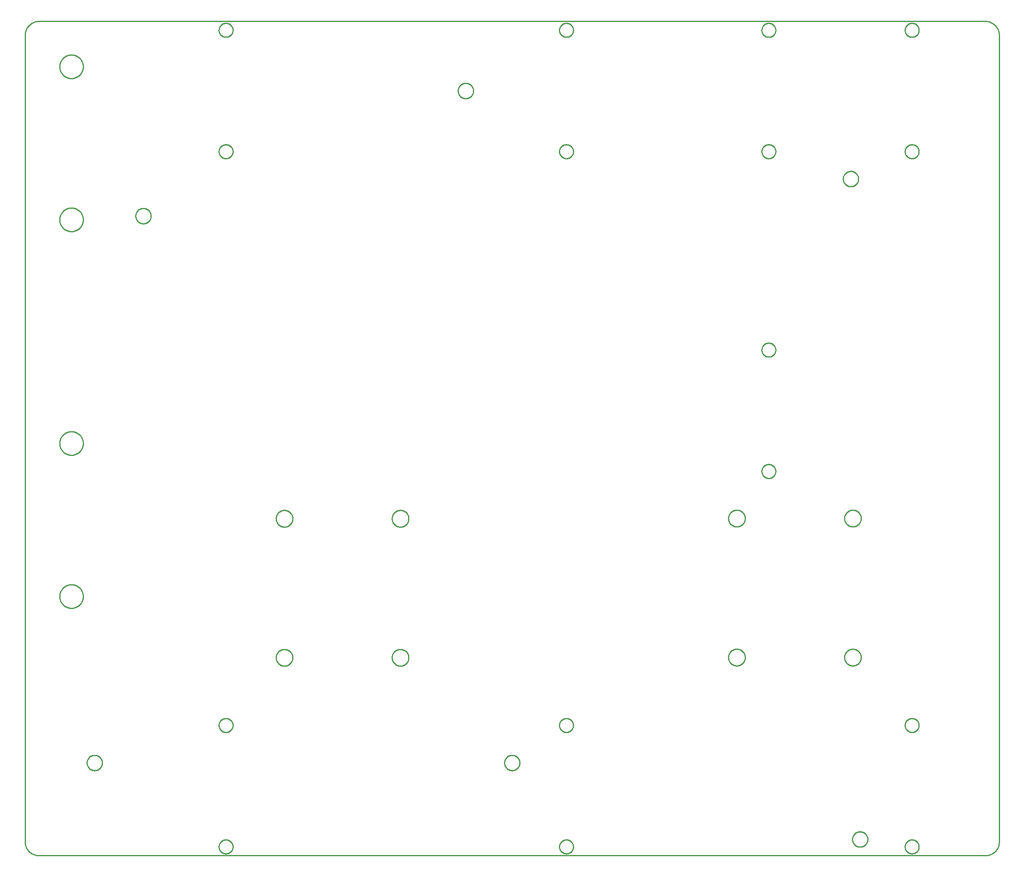
<source format=gko>
G04 EAGLE Gerber RS-274X export*
G75*
%MOMM*%
%FSLAX34Y34*%
%LPD*%
%IN*%
%IPPOS*%
%AMOC8*
5,1,8,0,0,1.08239X$1,22.5*%
G01*
%ADD10C,0.000000*%
%ADD11C,0.254000*%


D10*
X30000Y0D02*
X2070000Y0D01*
X2100000Y30000D02*
X2100000Y1770000D01*
X2070000Y1800000D02*
X30000Y1800000D01*
X0Y1770000D02*
X0Y30000D01*
X0Y1770000D02*
X9Y1770725D01*
X35Y1771449D01*
X79Y1772173D01*
X140Y1772895D01*
X219Y1773616D01*
X315Y1774335D01*
X428Y1775051D01*
X559Y1775764D01*
X707Y1776474D01*
X872Y1777179D01*
X1054Y1777881D01*
X1253Y1778578D01*
X1468Y1779271D01*
X1701Y1779957D01*
X1950Y1780638D01*
X2215Y1781313D01*
X2496Y1781981D01*
X2794Y1782642D01*
X3107Y1783296D01*
X3436Y1783942D01*
X3781Y1784580D01*
X4141Y1785209D01*
X4516Y1785829D01*
X4906Y1786440D01*
X5310Y1787042D01*
X5729Y1787634D01*
X6163Y1788215D01*
X6610Y1788786D01*
X7071Y1789345D01*
X7545Y1789894D01*
X8032Y1790430D01*
X8532Y1790955D01*
X9045Y1791468D01*
X9570Y1791968D01*
X10106Y1792455D01*
X10655Y1792929D01*
X11214Y1793390D01*
X11785Y1793837D01*
X12366Y1794271D01*
X12958Y1794690D01*
X13560Y1795094D01*
X14171Y1795484D01*
X14791Y1795859D01*
X15420Y1796219D01*
X16058Y1796564D01*
X16704Y1796893D01*
X17358Y1797206D01*
X18019Y1797504D01*
X18687Y1797785D01*
X19362Y1798050D01*
X20043Y1798299D01*
X20729Y1798532D01*
X21422Y1798747D01*
X22119Y1798946D01*
X22821Y1799128D01*
X23526Y1799293D01*
X24236Y1799441D01*
X24949Y1799572D01*
X25665Y1799685D01*
X26384Y1799781D01*
X27105Y1799860D01*
X27827Y1799921D01*
X28551Y1799965D01*
X29275Y1799991D01*
X30000Y1800000D01*
X2070000Y1800000D02*
X2070725Y1799991D01*
X2071449Y1799965D01*
X2072173Y1799921D01*
X2072895Y1799860D01*
X2073616Y1799781D01*
X2074335Y1799685D01*
X2075051Y1799572D01*
X2075764Y1799441D01*
X2076474Y1799293D01*
X2077179Y1799128D01*
X2077881Y1798946D01*
X2078578Y1798747D01*
X2079271Y1798532D01*
X2079957Y1798299D01*
X2080638Y1798050D01*
X2081313Y1797785D01*
X2081981Y1797504D01*
X2082642Y1797206D01*
X2083296Y1796893D01*
X2083942Y1796564D01*
X2084580Y1796219D01*
X2085209Y1795859D01*
X2085829Y1795484D01*
X2086440Y1795094D01*
X2087042Y1794690D01*
X2087634Y1794271D01*
X2088215Y1793837D01*
X2088786Y1793390D01*
X2089345Y1792929D01*
X2089894Y1792455D01*
X2090430Y1791968D01*
X2090955Y1791468D01*
X2091468Y1790955D01*
X2091968Y1790430D01*
X2092455Y1789894D01*
X2092929Y1789345D01*
X2093390Y1788786D01*
X2093837Y1788215D01*
X2094271Y1787634D01*
X2094690Y1787042D01*
X2095094Y1786440D01*
X2095484Y1785829D01*
X2095859Y1785209D01*
X2096219Y1784580D01*
X2096564Y1783942D01*
X2096893Y1783296D01*
X2097206Y1782642D01*
X2097504Y1781981D01*
X2097785Y1781313D01*
X2098050Y1780638D01*
X2098299Y1779957D01*
X2098532Y1779271D01*
X2098747Y1778578D01*
X2098946Y1777881D01*
X2099128Y1777179D01*
X2099293Y1776474D01*
X2099441Y1775764D01*
X2099572Y1775051D01*
X2099685Y1774335D01*
X2099781Y1773616D01*
X2099860Y1772895D01*
X2099921Y1772173D01*
X2099965Y1771449D01*
X2099991Y1770725D01*
X2100000Y1770000D01*
X2100000Y30000D02*
X2099991Y29275D01*
X2099965Y28551D01*
X2099921Y27827D01*
X2099860Y27105D01*
X2099781Y26384D01*
X2099685Y25665D01*
X2099572Y24949D01*
X2099441Y24236D01*
X2099293Y23526D01*
X2099128Y22821D01*
X2098946Y22119D01*
X2098747Y21422D01*
X2098532Y20729D01*
X2098299Y20043D01*
X2098050Y19362D01*
X2097785Y18687D01*
X2097504Y18019D01*
X2097206Y17358D01*
X2096893Y16704D01*
X2096564Y16058D01*
X2096219Y15420D01*
X2095859Y14791D01*
X2095484Y14171D01*
X2095094Y13560D01*
X2094690Y12958D01*
X2094271Y12366D01*
X2093837Y11785D01*
X2093390Y11214D01*
X2092929Y10655D01*
X2092455Y10106D01*
X2091968Y9570D01*
X2091468Y9045D01*
X2090955Y8532D01*
X2090430Y8032D01*
X2089894Y7545D01*
X2089345Y7071D01*
X2088786Y6610D01*
X2088215Y6163D01*
X2087634Y5729D01*
X2087042Y5310D01*
X2086440Y4906D01*
X2085829Y4516D01*
X2085209Y4141D01*
X2084580Y3781D01*
X2083942Y3436D01*
X2083296Y3107D01*
X2082642Y2794D01*
X2081981Y2496D01*
X2081313Y2215D01*
X2080638Y1950D01*
X2079957Y1701D01*
X2079271Y1468D01*
X2078578Y1253D01*
X2077881Y1054D01*
X2077179Y872D01*
X2076474Y707D01*
X2075764Y559D01*
X2075051Y428D01*
X2074335Y315D01*
X2073616Y219D01*
X2072895Y140D01*
X2072173Y79D01*
X2071449Y35D01*
X2070725Y9D01*
X2070000Y0D01*
X30000Y0D02*
X29275Y9D01*
X28551Y35D01*
X27827Y79D01*
X27105Y140D01*
X26384Y219D01*
X25665Y315D01*
X24949Y428D01*
X24236Y559D01*
X23526Y707D01*
X22821Y872D01*
X22119Y1054D01*
X21422Y1253D01*
X20729Y1468D01*
X20043Y1701D01*
X19362Y1950D01*
X18687Y2215D01*
X18019Y2496D01*
X17358Y2794D01*
X16704Y3107D01*
X16058Y3436D01*
X15420Y3781D01*
X14791Y4141D01*
X14171Y4516D01*
X13560Y4906D01*
X12958Y5310D01*
X12366Y5729D01*
X11785Y6163D01*
X11214Y6610D01*
X10655Y7071D01*
X10106Y7545D01*
X9570Y8032D01*
X9045Y8532D01*
X8532Y9045D01*
X8032Y9570D01*
X7545Y10106D01*
X7071Y10655D01*
X6610Y11214D01*
X6163Y11785D01*
X5729Y12366D01*
X5310Y12958D01*
X4906Y13560D01*
X4516Y14171D01*
X4141Y14791D01*
X3781Y15420D01*
X3436Y16058D01*
X3107Y16704D01*
X2794Y17358D01*
X2496Y18019D01*
X2215Y18687D01*
X1950Y19362D01*
X1701Y20043D01*
X1468Y20729D01*
X1253Y21422D01*
X1054Y22119D01*
X872Y22821D01*
X707Y23526D01*
X559Y24236D01*
X428Y24949D01*
X315Y25665D01*
X219Y26384D01*
X140Y27105D01*
X79Y27827D01*
X35Y28551D01*
X9Y29275D01*
X0Y30000D01*
X74600Y559200D02*
X74608Y559823D01*
X74631Y560446D01*
X74669Y561069D01*
X74722Y561690D01*
X74791Y562309D01*
X74875Y562927D01*
X74974Y563542D01*
X75088Y564155D01*
X75217Y564765D01*
X75361Y565372D01*
X75520Y565975D01*
X75694Y566573D01*
X75882Y567168D01*
X76085Y567757D01*
X76302Y568341D01*
X76533Y568920D01*
X76779Y569493D01*
X77039Y570060D01*
X77312Y570620D01*
X77599Y571173D01*
X77900Y571720D01*
X78214Y572258D01*
X78541Y572789D01*
X78881Y573311D01*
X79233Y573826D01*
X79599Y574331D01*
X79976Y574827D01*
X80366Y575314D01*
X80767Y575791D01*
X81180Y576258D01*
X81604Y576714D01*
X82039Y577161D01*
X82486Y577596D01*
X82942Y578020D01*
X83409Y578433D01*
X83886Y578834D01*
X84373Y579224D01*
X84869Y579601D01*
X85374Y579967D01*
X85889Y580319D01*
X86411Y580659D01*
X86942Y580986D01*
X87480Y581300D01*
X88027Y581601D01*
X88580Y581888D01*
X89140Y582161D01*
X89707Y582421D01*
X90280Y582667D01*
X90859Y582898D01*
X91443Y583115D01*
X92032Y583318D01*
X92627Y583506D01*
X93225Y583680D01*
X93828Y583839D01*
X94435Y583983D01*
X95045Y584112D01*
X95658Y584226D01*
X96273Y584325D01*
X96891Y584409D01*
X97510Y584478D01*
X98131Y584531D01*
X98754Y584569D01*
X99377Y584592D01*
X100000Y584600D01*
X100623Y584592D01*
X101246Y584569D01*
X101869Y584531D01*
X102490Y584478D01*
X103109Y584409D01*
X103727Y584325D01*
X104342Y584226D01*
X104955Y584112D01*
X105565Y583983D01*
X106172Y583839D01*
X106775Y583680D01*
X107373Y583506D01*
X107968Y583318D01*
X108557Y583115D01*
X109141Y582898D01*
X109720Y582667D01*
X110293Y582421D01*
X110860Y582161D01*
X111420Y581888D01*
X111973Y581601D01*
X112520Y581300D01*
X113058Y580986D01*
X113589Y580659D01*
X114111Y580319D01*
X114626Y579967D01*
X115131Y579601D01*
X115627Y579224D01*
X116114Y578834D01*
X116591Y578433D01*
X117058Y578020D01*
X117514Y577596D01*
X117961Y577161D01*
X118396Y576714D01*
X118820Y576258D01*
X119233Y575791D01*
X119634Y575314D01*
X120024Y574827D01*
X120401Y574331D01*
X120767Y573826D01*
X121119Y573311D01*
X121459Y572789D01*
X121786Y572258D01*
X122100Y571720D01*
X122401Y571173D01*
X122688Y570620D01*
X122961Y570060D01*
X123221Y569493D01*
X123467Y568920D01*
X123698Y568341D01*
X123915Y567757D01*
X124118Y567168D01*
X124306Y566573D01*
X124480Y565975D01*
X124639Y565372D01*
X124783Y564765D01*
X124912Y564155D01*
X125026Y563542D01*
X125125Y562927D01*
X125209Y562309D01*
X125278Y561690D01*
X125331Y561069D01*
X125369Y560446D01*
X125392Y559823D01*
X125400Y559200D01*
X125392Y558577D01*
X125369Y557954D01*
X125331Y557331D01*
X125278Y556710D01*
X125209Y556091D01*
X125125Y555473D01*
X125026Y554858D01*
X124912Y554245D01*
X124783Y553635D01*
X124639Y553028D01*
X124480Y552425D01*
X124306Y551827D01*
X124118Y551232D01*
X123915Y550643D01*
X123698Y550059D01*
X123467Y549480D01*
X123221Y548907D01*
X122961Y548340D01*
X122688Y547780D01*
X122401Y547227D01*
X122100Y546680D01*
X121786Y546142D01*
X121459Y545611D01*
X121119Y545089D01*
X120767Y544574D01*
X120401Y544069D01*
X120024Y543573D01*
X119634Y543086D01*
X119233Y542609D01*
X118820Y542142D01*
X118396Y541686D01*
X117961Y541239D01*
X117514Y540804D01*
X117058Y540380D01*
X116591Y539967D01*
X116114Y539566D01*
X115627Y539176D01*
X115131Y538799D01*
X114626Y538433D01*
X114111Y538081D01*
X113589Y537741D01*
X113058Y537414D01*
X112520Y537100D01*
X111973Y536799D01*
X111420Y536512D01*
X110860Y536239D01*
X110293Y535979D01*
X109720Y535733D01*
X109141Y535502D01*
X108557Y535285D01*
X107968Y535082D01*
X107373Y534894D01*
X106775Y534720D01*
X106172Y534561D01*
X105565Y534417D01*
X104955Y534288D01*
X104342Y534174D01*
X103727Y534075D01*
X103109Y533991D01*
X102490Y533922D01*
X101869Y533869D01*
X101246Y533831D01*
X100623Y533808D01*
X100000Y533800D01*
X99377Y533808D01*
X98754Y533831D01*
X98131Y533869D01*
X97510Y533922D01*
X96891Y533991D01*
X96273Y534075D01*
X95658Y534174D01*
X95045Y534288D01*
X94435Y534417D01*
X93828Y534561D01*
X93225Y534720D01*
X92627Y534894D01*
X92032Y535082D01*
X91443Y535285D01*
X90859Y535502D01*
X90280Y535733D01*
X89707Y535979D01*
X89140Y536239D01*
X88580Y536512D01*
X88027Y536799D01*
X87480Y537100D01*
X86942Y537414D01*
X86411Y537741D01*
X85889Y538081D01*
X85374Y538433D01*
X84869Y538799D01*
X84373Y539176D01*
X83886Y539566D01*
X83409Y539967D01*
X82942Y540380D01*
X82486Y540804D01*
X82039Y541239D01*
X81604Y541686D01*
X81180Y542142D01*
X80767Y542609D01*
X80366Y543086D01*
X79976Y543573D01*
X79599Y544069D01*
X79233Y544574D01*
X78881Y545089D01*
X78541Y545611D01*
X78214Y546142D01*
X77900Y546680D01*
X77599Y547227D01*
X77312Y547780D01*
X77039Y548340D01*
X76779Y548907D01*
X76533Y549480D01*
X76302Y550059D01*
X76085Y550643D01*
X75882Y551232D01*
X75694Y551827D01*
X75520Y552425D01*
X75361Y553028D01*
X75217Y553635D01*
X75088Y554245D01*
X74974Y554858D01*
X74875Y555473D01*
X74791Y556091D01*
X74722Y556710D01*
X74669Y557331D01*
X74631Y557954D01*
X74608Y558577D01*
X74600Y559200D01*
X74600Y1372000D02*
X74608Y1372623D01*
X74631Y1373246D01*
X74669Y1373869D01*
X74722Y1374490D01*
X74791Y1375109D01*
X74875Y1375727D01*
X74974Y1376342D01*
X75088Y1376955D01*
X75217Y1377565D01*
X75361Y1378172D01*
X75520Y1378775D01*
X75694Y1379373D01*
X75882Y1379968D01*
X76085Y1380557D01*
X76302Y1381141D01*
X76533Y1381720D01*
X76779Y1382293D01*
X77039Y1382860D01*
X77312Y1383420D01*
X77599Y1383973D01*
X77900Y1384520D01*
X78214Y1385058D01*
X78541Y1385589D01*
X78881Y1386111D01*
X79233Y1386626D01*
X79599Y1387131D01*
X79976Y1387627D01*
X80366Y1388114D01*
X80767Y1388591D01*
X81180Y1389058D01*
X81604Y1389514D01*
X82039Y1389961D01*
X82486Y1390396D01*
X82942Y1390820D01*
X83409Y1391233D01*
X83886Y1391634D01*
X84373Y1392024D01*
X84869Y1392401D01*
X85374Y1392767D01*
X85889Y1393119D01*
X86411Y1393459D01*
X86942Y1393786D01*
X87480Y1394100D01*
X88027Y1394401D01*
X88580Y1394688D01*
X89140Y1394961D01*
X89707Y1395221D01*
X90280Y1395467D01*
X90859Y1395698D01*
X91443Y1395915D01*
X92032Y1396118D01*
X92627Y1396306D01*
X93225Y1396480D01*
X93828Y1396639D01*
X94435Y1396783D01*
X95045Y1396912D01*
X95658Y1397026D01*
X96273Y1397125D01*
X96891Y1397209D01*
X97510Y1397278D01*
X98131Y1397331D01*
X98754Y1397369D01*
X99377Y1397392D01*
X100000Y1397400D01*
X100623Y1397392D01*
X101246Y1397369D01*
X101869Y1397331D01*
X102490Y1397278D01*
X103109Y1397209D01*
X103727Y1397125D01*
X104342Y1397026D01*
X104955Y1396912D01*
X105565Y1396783D01*
X106172Y1396639D01*
X106775Y1396480D01*
X107373Y1396306D01*
X107968Y1396118D01*
X108557Y1395915D01*
X109141Y1395698D01*
X109720Y1395467D01*
X110293Y1395221D01*
X110860Y1394961D01*
X111420Y1394688D01*
X111973Y1394401D01*
X112520Y1394100D01*
X113058Y1393786D01*
X113589Y1393459D01*
X114111Y1393119D01*
X114626Y1392767D01*
X115131Y1392401D01*
X115627Y1392024D01*
X116114Y1391634D01*
X116591Y1391233D01*
X117058Y1390820D01*
X117514Y1390396D01*
X117961Y1389961D01*
X118396Y1389514D01*
X118820Y1389058D01*
X119233Y1388591D01*
X119634Y1388114D01*
X120024Y1387627D01*
X120401Y1387131D01*
X120767Y1386626D01*
X121119Y1386111D01*
X121459Y1385589D01*
X121786Y1385058D01*
X122100Y1384520D01*
X122401Y1383973D01*
X122688Y1383420D01*
X122961Y1382860D01*
X123221Y1382293D01*
X123467Y1381720D01*
X123698Y1381141D01*
X123915Y1380557D01*
X124118Y1379968D01*
X124306Y1379373D01*
X124480Y1378775D01*
X124639Y1378172D01*
X124783Y1377565D01*
X124912Y1376955D01*
X125026Y1376342D01*
X125125Y1375727D01*
X125209Y1375109D01*
X125278Y1374490D01*
X125331Y1373869D01*
X125369Y1373246D01*
X125392Y1372623D01*
X125400Y1372000D01*
X125392Y1371377D01*
X125369Y1370754D01*
X125331Y1370131D01*
X125278Y1369510D01*
X125209Y1368891D01*
X125125Y1368273D01*
X125026Y1367658D01*
X124912Y1367045D01*
X124783Y1366435D01*
X124639Y1365828D01*
X124480Y1365225D01*
X124306Y1364627D01*
X124118Y1364032D01*
X123915Y1363443D01*
X123698Y1362859D01*
X123467Y1362280D01*
X123221Y1361707D01*
X122961Y1361140D01*
X122688Y1360580D01*
X122401Y1360027D01*
X122100Y1359480D01*
X121786Y1358942D01*
X121459Y1358411D01*
X121119Y1357889D01*
X120767Y1357374D01*
X120401Y1356869D01*
X120024Y1356373D01*
X119634Y1355886D01*
X119233Y1355409D01*
X118820Y1354942D01*
X118396Y1354486D01*
X117961Y1354039D01*
X117514Y1353604D01*
X117058Y1353180D01*
X116591Y1352767D01*
X116114Y1352366D01*
X115627Y1351976D01*
X115131Y1351599D01*
X114626Y1351233D01*
X114111Y1350881D01*
X113589Y1350541D01*
X113058Y1350214D01*
X112520Y1349900D01*
X111973Y1349599D01*
X111420Y1349312D01*
X110860Y1349039D01*
X110293Y1348779D01*
X109720Y1348533D01*
X109141Y1348302D01*
X108557Y1348085D01*
X107968Y1347882D01*
X107373Y1347694D01*
X106775Y1347520D01*
X106172Y1347361D01*
X105565Y1347217D01*
X104955Y1347088D01*
X104342Y1346974D01*
X103727Y1346875D01*
X103109Y1346791D01*
X102490Y1346722D01*
X101869Y1346669D01*
X101246Y1346631D01*
X100623Y1346608D01*
X100000Y1346600D01*
X99377Y1346608D01*
X98754Y1346631D01*
X98131Y1346669D01*
X97510Y1346722D01*
X96891Y1346791D01*
X96273Y1346875D01*
X95658Y1346974D01*
X95045Y1347088D01*
X94435Y1347217D01*
X93828Y1347361D01*
X93225Y1347520D01*
X92627Y1347694D01*
X92032Y1347882D01*
X91443Y1348085D01*
X90859Y1348302D01*
X90280Y1348533D01*
X89707Y1348779D01*
X89140Y1349039D01*
X88580Y1349312D01*
X88027Y1349599D01*
X87480Y1349900D01*
X86942Y1350214D01*
X86411Y1350541D01*
X85889Y1350881D01*
X85374Y1351233D01*
X84869Y1351599D01*
X84373Y1351976D01*
X83886Y1352366D01*
X83409Y1352767D01*
X82942Y1353180D01*
X82486Y1353604D01*
X82039Y1354039D01*
X81604Y1354486D01*
X81180Y1354942D01*
X80767Y1355409D01*
X80366Y1355886D01*
X79976Y1356373D01*
X79599Y1356869D01*
X79233Y1357374D01*
X78881Y1357889D01*
X78541Y1358411D01*
X78214Y1358942D01*
X77900Y1359480D01*
X77599Y1360027D01*
X77312Y1360580D01*
X77039Y1361140D01*
X76779Y1361707D01*
X76533Y1362280D01*
X76302Y1362859D01*
X76085Y1363443D01*
X75882Y1364032D01*
X75694Y1364627D01*
X75520Y1365225D01*
X75361Y1365828D01*
X75217Y1366435D01*
X75088Y1367045D01*
X74974Y1367658D01*
X74875Y1368273D01*
X74791Y1368891D01*
X74722Y1369510D01*
X74669Y1370131D01*
X74631Y1370754D01*
X74608Y1371377D01*
X74600Y1372000D01*
X74600Y889400D02*
X74608Y890023D01*
X74631Y890646D01*
X74669Y891269D01*
X74722Y891890D01*
X74791Y892509D01*
X74875Y893127D01*
X74974Y893742D01*
X75088Y894355D01*
X75217Y894965D01*
X75361Y895572D01*
X75520Y896175D01*
X75694Y896773D01*
X75882Y897368D01*
X76085Y897957D01*
X76302Y898541D01*
X76533Y899120D01*
X76779Y899693D01*
X77039Y900260D01*
X77312Y900820D01*
X77599Y901373D01*
X77900Y901920D01*
X78214Y902458D01*
X78541Y902989D01*
X78881Y903511D01*
X79233Y904026D01*
X79599Y904531D01*
X79976Y905027D01*
X80366Y905514D01*
X80767Y905991D01*
X81180Y906458D01*
X81604Y906914D01*
X82039Y907361D01*
X82486Y907796D01*
X82942Y908220D01*
X83409Y908633D01*
X83886Y909034D01*
X84373Y909424D01*
X84869Y909801D01*
X85374Y910167D01*
X85889Y910519D01*
X86411Y910859D01*
X86942Y911186D01*
X87480Y911500D01*
X88027Y911801D01*
X88580Y912088D01*
X89140Y912361D01*
X89707Y912621D01*
X90280Y912867D01*
X90859Y913098D01*
X91443Y913315D01*
X92032Y913518D01*
X92627Y913706D01*
X93225Y913880D01*
X93828Y914039D01*
X94435Y914183D01*
X95045Y914312D01*
X95658Y914426D01*
X96273Y914525D01*
X96891Y914609D01*
X97510Y914678D01*
X98131Y914731D01*
X98754Y914769D01*
X99377Y914792D01*
X100000Y914800D01*
X100623Y914792D01*
X101246Y914769D01*
X101869Y914731D01*
X102490Y914678D01*
X103109Y914609D01*
X103727Y914525D01*
X104342Y914426D01*
X104955Y914312D01*
X105565Y914183D01*
X106172Y914039D01*
X106775Y913880D01*
X107373Y913706D01*
X107968Y913518D01*
X108557Y913315D01*
X109141Y913098D01*
X109720Y912867D01*
X110293Y912621D01*
X110860Y912361D01*
X111420Y912088D01*
X111973Y911801D01*
X112520Y911500D01*
X113058Y911186D01*
X113589Y910859D01*
X114111Y910519D01*
X114626Y910167D01*
X115131Y909801D01*
X115627Y909424D01*
X116114Y909034D01*
X116591Y908633D01*
X117058Y908220D01*
X117514Y907796D01*
X117961Y907361D01*
X118396Y906914D01*
X118820Y906458D01*
X119233Y905991D01*
X119634Y905514D01*
X120024Y905027D01*
X120401Y904531D01*
X120767Y904026D01*
X121119Y903511D01*
X121459Y902989D01*
X121786Y902458D01*
X122100Y901920D01*
X122401Y901373D01*
X122688Y900820D01*
X122961Y900260D01*
X123221Y899693D01*
X123467Y899120D01*
X123698Y898541D01*
X123915Y897957D01*
X124118Y897368D01*
X124306Y896773D01*
X124480Y896175D01*
X124639Y895572D01*
X124783Y894965D01*
X124912Y894355D01*
X125026Y893742D01*
X125125Y893127D01*
X125209Y892509D01*
X125278Y891890D01*
X125331Y891269D01*
X125369Y890646D01*
X125392Y890023D01*
X125400Y889400D01*
X125392Y888777D01*
X125369Y888154D01*
X125331Y887531D01*
X125278Y886910D01*
X125209Y886291D01*
X125125Y885673D01*
X125026Y885058D01*
X124912Y884445D01*
X124783Y883835D01*
X124639Y883228D01*
X124480Y882625D01*
X124306Y882027D01*
X124118Y881432D01*
X123915Y880843D01*
X123698Y880259D01*
X123467Y879680D01*
X123221Y879107D01*
X122961Y878540D01*
X122688Y877980D01*
X122401Y877427D01*
X122100Y876880D01*
X121786Y876342D01*
X121459Y875811D01*
X121119Y875289D01*
X120767Y874774D01*
X120401Y874269D01*
X120024Y873773D01*
X119634Y873286D01*
X119233Y872809D01*
X118820Y872342D01*
X118396Y871886D01*
X117961Y871439D01*
X117514Y871004D01*
X117058Y870580D01*
X116591Y870167D01*
X116114Y869766D01*
X115627Y869376D01*
X115131Y868999D01*
X114626Y868633D01*
X114111Y868281D01*
X113589Y867941D01*
X113058Y867614D01*
X112520Y867300D01*
X111973Y866999D01*
X111420Y866712D01*
X110860Y866439D01*
X110293Y866179D01*
X109720Y865933D01*
X109141Y865702D01*
X108557Y865485D01*
X107968Y865282D01*
X107373Y865094D01*
X106775Y864920D01*
X106172Y864761D01*
X105565Y864617D01*
X104955Y864488D01*
X104342Y864374D01*
X103727Y864275D01*
X103109Y864191D01*
X102490Y864122D01*
X101869Y864069D01*
X101246Y864031D01*
X100623Y864008D01*
X100000Y864000D01*
X99377Y864008D01*
X98754Y864031D01*
X98131Y864069D01*
X97510Y864122D01*
X96891Y864191D01*
X96273Y864275D01*
X95658Y864374D01*
X95045Y864488D01*
X94435Y864617D01*
X93828Y864761D01*
X93225Y864920D01*
X92627Y865094D01*
X92032Y865282D01*
X91443Y865485D01*
X90859Y865702D01*
X90280Y865933D01*
X89707Y866179D01*
X89140Y866439D01*
X88580Y866712D01*
X88027Y866999D01*
X87480Y867300D01*
X86942Y867614D01*
X86411Y867941D01*
X85889Y868281D01*
X85374Y868633D01*
X84869Y868999D01*
X84373Y869376D01*
X83886Y869766D01*
X83409Y870167D01*
X82942Y870580D01*
X82486Y871004D01*
X82039Y871439D01*
X81604Y871886D01*
X81180Y872342D01*
X80767Y872809D01*
X80366Y873286D01*
X79976Y873773D01*
X79599Y874269D01*
X79233Y874774D01*
X78881Y875289D01*
X78541Y875811D01*
X78214Y876342D01*
X77900Y876880D01*
X77599Y877427D01*
X77312Y877980D01*
X77039Y878540D01*
X76779Y879107D01*
X76533Y879680D01*
X76302Y880259D01*
X76085Y880843D01*
X75882Y881432D01*
X75694Y882027D01*
X75520Y882625D01*
X75361Y883228D01*
X75217Y883835D01*
X75088Y884445D01*
X74974Y885058D01*
X74875Y885673D01*
X74791Y886291D01*
X74722Y886910D01*
X74669Y887531D01*
X74631Y888154D01*
X74608Y888777D01*
X74600Y889400D01*
X74600Y1702200D02*
X74608Y1702823D01*
X74631Y1703446D01*
X74669Y1704069D01*
X74722Y1704690D01*
X74791Y1705309D01*
X74875Y1705927D01*
X74974Y1706542D01*
X75088Y1707155D01*
X75217Y1707765D01*
X75361Y1708372D01*
X75520Y1708975D01*
X75694Y1709573D01*
X75882Y1710168D01*
X76085Y1710757D01*
X76302Y1711341D01*
X76533Y1711920D01*
X76779Y1712493D01*
X77039Y1713060D01*
X77312Y1713620D01*
X77599Y1714173D01*
X77900Y1714720D01*
X78214Y1715258D01*
X78541Y1715789D01*
X78881Y1716311D01*
X79233Y1716826D01*
X79599Y1717331D01*
X79976Y1717827D01*
X80366Y1718314D01*
X80767Y1718791D01*
X81180Y1719258D01*
X81604Y1719714D01*
X82039Y1720161D01*
X82486Y1720596D01*
X82942Y1721020D01*
X83409Y1721433D01*
X83886Y1721834D01*
X84373Y1722224D01*
X84869Y1722601D01*
X85374Y1722967D01*
X85889Y1723319D01*
X86411Y1723659D01*
X86942Y1723986D01*
X87480Y1724300D01*
X88027Y1724601D01*
X88580Y1724888D01*
X89140Y1725161D01*
X89707Y1725421D01*
X90280Y1725667D01*
X90859Y1725898D01*
X91443Y1726115D01*
X92032Y1726318D01*
X92627Y1726506D01*
X93225Y1726680D01*
X93828Y1726839D01*
X94435Y1726983D01*
X95045Y1727112D01*
X95658Y1727226D01*
X96273Y1727325D01*
X96891Y1727409D01*
X97510Y1727478D01*
X98131Y1727531D01*
X98754Y1727569D01*
X99377Y1727592D01*
X100000Y1727600D01*
X100623Y1727592D01*
X101246Y1727569D01*
X101869Y1727531D01*
X102490Y1727478D01*
X103109Y1727409D01*
X103727Y1727325D01*
X104342Y1727226D01*
X104955Y1727112D01*
X105565Y1726983D01*
X106172Y1726839D01*
X106775Y1726680D01*
X107373Y1726506D01*
X107968Y1726318D01*
X108557Y1726115D01*
X109141Y1725898D01*
X109720Y1725667D01*
X110293Y1725421D01*
X110860Y1725161D01*
X111420Y1724888D01*
X111973Y1724601D01*
X112520Y1724300D01*
X113058Y1723986D01*
X113589Y1723659D01*
X114111Y1723319D01*
X114626Y1722967D01*
X115131Y1722601D01*
X115627Y1722224D01*
X116114Y1721834D01*
X116591Y1721433D01*
X117058Y1721020D01*
X117514Y1720596D01*
X117961Y1720161D01*
X118396Y1719714D01*
X118820Y1719258D01*
X119233Y1718791D01*
X119634Y1718314D01*
X120024Y1717827D01*
X120401Y1717331D01*
X120767Y1716826D01*
X121119Y1716311D01*
X121459Y1715789D01*
X121786Y1715258D01*
X122100Y1714720D01*
X122401Y1714173D01*
X122688Y1713620D01*
X122961Y1713060D01*
X123221Y1712493D01*
X123467Y1711920D01*
X123698Y1711341D01*
X123915Y1710757D01*
X124118Y1710168D01*
X124306Y1709573D01*
X124480Y1708975D01*
X124639Y1708372D01*
X124783Y1707765D01*
X124912Y1707155D01*
X125026Y1706542D01*
X125125Y1705927D01*
X125209Y1705309D01*
X125278Y1704690D01*
X125331Y1704069D01*
X125369Y1703446D01*
X125392Y1702823D01*
X125400Y1702200D01*
X125392Y1701577D01*
X125369Y1700954D01*
X125331Y1700331D01*
X125278Y1699710D01*
X125209Y1699091D01*
X125125Y1698473D01*
X125026Y1697858D01*
X124912Y1697245D01*
X124783Y1696635D01*
X124639Y1696028D01*
X124480Y1695425D01*
X124306Y1694827D01*
X124118Y1694232D01*
X123915Y1693643D01*
X123698Y1693059D01*
X123467Y1692480D01*
X123221Y1691907D01*
X122961Y1691340D01*
X122688Y1690780D01*
X122401Y1690227D01*
X122100Y1689680D01*
X121786Y1689142D01*
X121459Y1688611D01*
X121119Y1688089D01*
X120767Y1687574D01*
X120401Y1687069D01*
X120024Y1686573D01*
X119634Y1686086D01*
X119233Y1685609D01*
X118820Y1685142D01*
X118396Y1684686D01*
X117961Y1684239D01*
X117514Y1683804D01*
X117058Y1683380D01*
X116591Y1682967D01*
X116114Y1682566D01*
X115627Y1682176D01*
X115131Y1681799D01*
X114626Y1681433D01*
X114111Y1681081D01*
X113589Y1680741D01*
X113058Y1680414D01*
X112520Y1680100D01*
X111973Y1679799D01*
X111420Y1679512D01*
X110860Y1679239D01*
X110293Y1678979D01*
X109720Y1678733D01*
X109141Y1678502D01*
X108557Y1678285D01*
X107968Y1678082D01*
X107373Y1677894D01*
X106775Y1677720D01*
X106172Y1677561D01*
X105565Y1677417D01*
X104955Y1677288D01*
X104342Y1677174D01*
X103727Y1677075D01*
X103109Y1676991D01*
X102490Y1676922D01*
X101869Y1676869D01*
X101246Y1676831D01*
X100623Y1676808D01*
X100000Y1676800D01*
X99377Y1676808D01*
X98754Y1676831D01*
X98131Y1676869D01*
X97510Y1676922D01*
X96891Y1676991D01*
X96273Y1677075D01*
X95658Y1677174D01*
X95045Y1677288D01*
X94435Y1677417D01*
X93828Y1677561D01*
X93225Y1677720D01*
X92627Y1677894D01*
X92032Y1678082D01*
X91443Y1678285D01*
X90859Y1678502D01*
X90280Y1678733D01*
X89707Y1678979D01*
X89140Y1679239D01*
X88580Y1679512D01*
X88027Y1679799D01*
X87480Y1680100D01*
X86942Y1680414D01*
X86411Y1680741D01*
X85889Y1681081D01*
X85374Y1681433D01*
X84869Y1681799D01*
X84373Y1682176D01*
X83886Y1682566D01*
X83409Y1682967D01*
X82942Y1683380D01*
X82486Y1683804D01*
X82039Y1684239D01*
X81604Y1684686D01*
X81180Y1685142D01*
X80767Y1685609D01*
X80366Y1686086D01*
X79976Y1686573D01*
X79599Y1687069D01*
X79233Y1687574D01*
X78881Y1688089D01*
X78541Y1688611D01*
X78214Y1689142D01*
X77900Y1689680D01*
X77599Y1690227D01*
X77312Y1690780D01*
X77039Y1691340D01*
X76779Y1691907D01*
X76533Y1692480D01*
X76302Y1693059D01*
X76085Y1693643D01*
X75882Y1694232D01*
X75694Y1694827D01*
X75520Y1695425D01*
X75361Y1696028D01*
X75217Y1696635D01*
X75088Y1697245D01*
X74974Y1697858D01*
X74875Y1698473D01*
X74791Y1699091D01*
X74722Y1699710D01*
X74669Y1700331D01*
X74631Y1700954D01*
X74608Y1701577D01*
X74600Y1702200D01*
X418100Y1519000D02*
X418105Y1519368D01*
X418118Y1519736D01*
X418141Y1520103D01*
X418172Y1520470D01*
X418213Y1520836D01*
X418262Y1521201D01*
X418321Y1521564D01*
X418388Y1521926D01*
X418464Y1522287D01*
X418550Y1522645D01*
X418643Y1523001D01*
X418746Y1523354D01*
X418857Y1523705D01*
X418977Y1524053D01*
X419105Y1524398D01*
X419242Y1524740D01*
X419387Y1525079D01*
X419540Y1525413D01*
X419702Y1525744D01*
X419871Y1526071D01*
X420049Y1526393D01*
X420234Y1526712D01*
X420427Y1527025D01*
X420628Y1527334D01*
X420836Y1527637D01*
X421052Y1527935D01*
X421275Y1528228D01*
X421505Y1528516D01*
X421742Y1528798D01*
X421986Y1529073D01*
X422236Y1529343D01*
X422493Y1529607D01*
X422757Y1529864D01*
X423027Y1530114D01*
X423302Y1530358D01*
X423584Y1530595D01*
X423872Y1530825D01*
X424165Y1531048D01*
X424463Y1531264D01*
X424766Y1531472D01*
X425075Y1531673D01*
X425388Y1531866D01*
X425707Y1532051D01*
X426029Y1532229D01*
X426356Y1532398D01*
X426687Y1532560D01*
X427021Y1532713D01*
X427360Y1532858D01*
X427702Y1532995D01*
X428047Y1533123D01*
X428395Y1533243D01*
X428746Y1533354D01*
X429099Y1533457D01*
X429455Y1533550D01*
X429813Y1533636D01*
X430174Y1533712D01*
X430536Y1533779D01*
X430899Y1533838D01*
X431264Y1533887D01*
X431630Y1533928D01*
X431997Y1533959D01*
X432364Y1533982D01*
X432732Y1533995D01*
X433100Y1534000D01*
X433468Y1533995D01*
X433836Y1533982D01*
X434203Y1533959D01*
X434570Y1533928D01*
X434936Y1533887D01*
X435301Y1533838D01*
X435664Y1533779D01*
X436026Y1533712D01*
X436387Y1533636D01*
X436745Y1533550D01*
X437101Y1533457D01*
X437454Y1533354D01*
X437805Y1533243D01*
X438153Y1533123D01*
X438498Y1532995D01*
X438840Y1532858D01*
X439179Y1532713D01*
X439513Y1532560D01*
X439844Y1532398D01*
X440171Y1532229D01*
X440493Y1532051D01*
X440812Y1531866D01*
X441125Y1531673D01*
X441434Y1531472D01*
X441737Y1531264D01*
X442035Y1531048D01*
X442328Y1530825D01*
X442616Y1530595D01*
X442898Y1530358D01*
X443173Y1530114D01*
X443443Y1529864D01*
X443707Y1529607D01*
X443964Y1529343D01*
X444214Y1529073D01*
X444458Y1528798D01*
X444695Y1528516D01*
X444925Y1528228D01*
X445148Y1527935D01*
X445364Y1527637D01*
X445572Y1527334D01*
X445773Y1527025D01*
X445966Y1526712D01*
X446151Y1526393D01*
X446329Y1526071D01*
X446498Y1525744D01*
X446660Y1525413D01*
X446813Y1525079D01*
X446958Y1524740D01*
X447095Y1524398D01*
X447223Y1524053D01*
X447343Y1523705D01*
X447454Y1523354D01*
X447557Y1523001D01*
X447650Y1522645D01*
X447736Y1522287D01*
X447812Y1521926D01*
X447879Y1521564D01*
X447938Y1521201D01*
X447987Y1520836D01*
X448028Y1520470D01*
X448059Y1520103D01*
X448082Y1519736D01*
X448095Y1519368D01*
X448100Y1519000D01*
X448095Y1518632D01*
X448082Y1518264D01*
X448059Y1517897D01*
X448028Y1517530D01*
X447987Y1517164D01*
X447938Y1516799D01*
X447879Y1516436D01*
X447812Y1516074D01*
X447736Y1515713D01*
X447650Y1515355D01*
X447557Y1514999D01*
X447454Y1514646D01*
X447343Y1514295D01*
X447223Y1513947D01*
X447095Y1513602D01*
X446958Y1513260D01*
X446813Y1512921D01*
X446660Y1512587D01*
X446498Y1512256D01*
X446329Y1511929D01*
X446151Y1511607D01*
X445966Y1511288D01*
X445773Y1510975D01*
X445572Y1510666D01*
X445364Y1510363D01*
X445148Y1510065D01*
X444925Y1509772D01*
X444695Y1509484D01*
X444458Y1509202D01*
X444214Y1508927D01*
X443964Y1508657D01*
X443707Y1508393D01*
X443443Y1508136D01*
X443173Y1507886D01*
X442898Y1507642D01*
X442616Y1507405D01*
X442328Y1507175D01*
X442035Y1506952D01*
X441737Y1506736D01*
X441434Y1506528D01*
X441125Y1506327D01*
X440812Y1506134D01*
X440493Y1505949D01*
X440171Y1505771D01*
X439844Y1505602D01*
X439513Y1505440D01*
X439179Y1505287D01*
X438840Y1505142D01*
X438498Y1505005D01*
X438153Y1504877D01*
X437805Y1504757D01*
X437454Y1504646D01*
X437101Y1504543D01*
X436745Y1504450D01*
X436387Y1504364D01*
X436026Y1504288D01*
X435664Y1504221D01*
X435301Y1504162D01*
X434936Y1504113D01*
X434570Y1504072D01*
X434203Y1504041D01*
X433836Y1504018D01*
X433468Y1504005D01*
X433100Y1504000D01*
X432732Y1504005D01*
X432364Y1504018D01*
X431997Y1504041D01*
X431630Y1504072D01*
X431264Y1504113D01*
X430899Y1504162D01*
X430536Y1504221D01*
X430174Y1504288D01*
X429813Y1504364D01*
X429455Y1504450D01*
X429099Y1504543D01*
X428746Y1504646D01*
X428395Y1504757D01*
X428047Y1504877D01*
X427702Y1505005D01*
X427360Y1505142D01*
X427021Y1505287D01*
X426687Y1505440D01*
X426356Y1505602D01*
X426029Y1505771D01*
X425707Y1505949D01*
X425388Y1506134D01*
X425075Y1506327D01*
X424766Y1506528D01*
X424463Y1506736D01*
X424165Y1506952D01*
X423872Y1507175D01*
X423584Y1507405D01*
X423302Y1507642D01*
X423027Y1507886D01*
X422757Y1508136D01*
X422493Y1508393D01*
X422236Y1508657D01*
X421986Y1508927D01*
X421742Y1509202D01*
X421505Y1509484D01*
X421275Y1509772D01*
X421052Y1510065D01*
X420836Y1510363D01*
X420628Y1510666D01*
X420427Y1510975D01*
X420234Y1511288D01*
X420049Y1511607D01*
X419871Y1511929D01*
X419702Y1512256D01*
X419540Y1512587D01*
X419387Y1512921D01*
X419242Y1513260D01*
X419105Y1513602D01*
X418977Y1513947D01*
X418857Y1514295D01*
X418746Y1514646D01*
X418643Y1514999D01*
X418550Y1515355D01*
X418464Y1515713D01*
X418388Y1516074D01*
X418321Y1516436D01*
X418262Y1516799D01*
X418213Y1517164D01*
X418172Y1517530D01*
X418141Y1517897D01*
X418118Y1518264D01*
X418105Y1518632D01*
X418100Y1519000D01*
X418100Y1781000D02*
X418105Y1781368D01*
X418118Y1781736D01*
X418141Y1782103D01*
X418172Y1782470D01*
X418213Y1782836D01*
X418262Y1783201D01*
X418321Y1783564D01*
X418388Y1783926D01*
X418464Y1784287D01*
X418550Y1784645D01*
X418643Y1785001D01*
X418746Y1785354D01*
X418857Y1785705D01*
X418977Y1786053D01*
X419105Y1786398D01*
X419242Y1786740D01*
X419387Y1787079D01*
X419540Y1787413D01*
X419702Y1787744D01*
X419871Y1788071D01*
X420049Y1788393D01*
X420234Y1788712D01*
X420427Y1789025D01*
X420628Y1789334D01*
X420836Y1789637D01*
X421052Y1789935D01*
X421275Y1790228D01*
X421505Y1790516D01*
X421742Y1790798D01*
X421986Y1791073D01*
X422236Y1791343D01*
X422493Y1791607D01*
X422757Y1791864D01*
X423027Y1792114D01*
X423302Y1792358D01*
X423584Y1792595D01*
X423872Y1792825D01*
X424165Y1793048D01*
X424463Y1793264D01*
X424766Y1793472D01*
X425075Y1793673D01*
X425388Y1793866D01*
X425707Y1794051D01*
X426029Y1794229D01*
X426356Y1794398D01*
X426687Y1794560D01*
X427021Y1794713D01*
X427360Y1794858D01*
X427702Y1794995D01*
X428047Y1795123D01*
X428395Y1795243D01*
X428746Y1795354D01*
X429099Y1795457D01*
X429455Y1795550D01*
X429813Y1795636D01*
X430174Y1795712D01*
X430536Y1795779D01*
X430899Y1795838D01*
X431264Y1795887D01*
X431630Y1795928D01*
X431997Y1795959D01*
X432364Y1795982D01*
X432732Y1795995D01*
X433100Y1796000D01*
X433468Y1795995D01*
X433836Y1795982D01*
X434203Y1795959D01*
X434570Y1795928D01*
X434936Y1795887D01*
X435301Y1795838D01*
X435664Y1795779D01*
X436026Y1795712D01*
X436387Y1795636D01*
X436745Y1795550D01*
X437101Y1795457D01*
X437454Y1795354D01*
X437805Y1795243D01*
X438153Y1795123D01*
X438498Y1794995D01*
X438840Y1794858D01*
X439179Y1794713D01*
X439513Y1794560D01*
X439844Y1794398D01*
X440171Y1794229D01*
X440493Y1794051D01*
X440812Y1793866D01*
X441125Y1793673D01*
X441434Y1793472D01*
X441737Y1793264D01*
X442035Y1793048D01*
X442328Y1792825D01*
X442616Y1792595D01*
X442898Y1792358D01*
X443173Y1792114D01*
X443443Y1791864D01*
X443707Y1791607D01*
X443964Y1791343D01*
X444214Y1791073D01*
X444458Y1790798D01*
X444695Y1790516D01*
X444925Y1790228D01*
X445148Y1789935D01*
X445364Y1789637D01*
X445572Y1789334D01*
X445773Y1789025D01*
X445966Y1788712D01*
X446151Y1788393D01*
X446329Y1788071D01*
X446498Y1787744D01*
X446660Y1787413D01*
X446813Y1787079D01*
X446958Y1786740D01*
X447095Y1786398D01*
X447223Y1786053D01*
X447343Y1785705D01*
X447454Y1785354D01*
X447557Y1785001D01*
X447650Y1784645D01*
X447736Y1784287D01*
X447812Y1783926D01*
X447879Y1783564D01*
X447938Y1783201D01*
X447987Y1782836D01*
X448028Y1782470D01*
X448059Y1782103D01*
X448082Y1781736D01*
X448095Y1781368D01*
X448100Y1781000D01*
X448095Y1780632D01*
X448082Y1780264D01*
X448059Y1779897D01*
X448028Y1779530D01*
X447987Y1779164D01*
X447938Y1778799D01*
X447879Y1778436D01*
X447812Y1778074D01*
X447736Y1777713D01*
X447650Y1777355D01*
X447557Y1776999D01*
X447454Y1776646D01*
X447343Y1776295D01*
X447223Y1775947D01*
X447095Y1775602D01*
X446958Y1775260D01*
X446813Y1774921D01*
X446660Y1774587D01*
X446498Y1774256D01*
X446329Y1773929D01*
X446151Y1773607D01*
X445966Y1773288D01*
X445773Y1772975D01*
X445572Y1772666D01*
X445364Y1772363D01*
X445148Y1772065D01*
X444925Y1771772D01*
X444695Y1771484D01*
X444458Y1771202D01*
X444214Y1770927D01*
X443964Y1770657D01*
X443707Y1770393D01*
X443443Y1770136D01*
X443173Y1769886D01*
X442898Y1769642D01*
X442616Y1769405D01*
X442328Y1769175D01*
X442035Y1768952D01*
X441737Y1768736D01*
X441434Y1768528D01*
X441125Y1768327D01*
X440812Y1768134D01*
X440493Y1767949D01*
X440171Y1767771D01*
X439844Y1767602D01*
X439513Y1767440D01*
X439179Y1767287D01*
X438840Y1767142D01*
X438498Y1767005D01*
X438153Y1766877D01*
X437805Y1766757D01*
X437454Y1766646D01*
X437101Y1766543D01*
X436745Y1766450D01*
X436387Y1766364D01*
X436026Y1766288D01*
X435664Y1766221D01*
X435301Y1766162D01*
X434936Y1766113D01*
X434570Y1766072D01*
X434203Y1766041D01*
X433836Y1766018D01*
X433468Y1766005D01*
X433100Y1766000D01*
X432732Y1766005D01*
X432364Y1766018D01*
X431997Y1766041D01*
X431630Y1766072D01*
X431264Y1766113D01*
X430899Y1766162D01*
X430536Y1766221D01*
X430174Y1766288D01*
X429813Y1766364D01*
X429455Y1766450D01*
X429099Y1766543D01*
X428746Y1766646D01*
X428395Y1766757D01*
X428047Y1766877D01*
X427702Y1767005D01*
X427360Y1767142D01*
X427021Y1767287D01*
X426687Y1767440D01*
X426356Y1767602D01*
X426029Y1767771D01*
X425707Y1767949D01*
X425388Y1768134D01*
X425075Y1768327D01*
X424766Y1768528D01*
X424463Y1768736D01*
X424165Y1768952D01*
X423872Y1769175D01*
X423584Y1769405D01*
X423302Y1769642D01*
X423027Y1769886D01*
X422757Y1770136D01*
X422493Y1770393D01*
X422236Y1770657D01*
X421986Y1770927D01*
X421742Y1771202D01*
X421505Y1771484D01*
X421275Y1771772D01*
X421052Y1772065D01*
X420836Y1772363D01*
X420628Y1772666D01*
X420427Y1772975D01*
X420234Y1773288D01*
X420049Y1773607D01*
X419871Y1773929D01*
X419702Y1774256D01*
X419540Y1774587D01*
X419387Y1774921D01*
X419242Y1775260D01*
X419105Y1775602D01*
X418977Y1775947D01*
X418857Y1776295D01*
X418746Y1776646D01*
X418643Y1776999D01*
X418550Y1777355D01*
X418464Y1777713D01*
X418388Y1778074D01*
X418321Y1778436D01*
X418262Y1778799D01*
X418213Y1779164D01*
X418172Y1779530D01*
X418141Y1779897D01*
X418118Y1780264D01*
X418105Y1780632D01*
X418100Y1781000D01*
X418100Y19000D02*
X418105Y19368D01*
X418118Y19736D01*
X418141Y20103D01*
X418172Y20470D01*
X418213Y20836D01*
X418262Y21201D01*
X418321Y21564D01*
X418388Y21926D01*
X418464Y22287D01*
X418550Y22645D01*
X418643Y23001D01*
X418746Y23354D01*
X418857Y23705D01*
X418977Y24053D01*
X419105Y24398D01*
X419242Y24740D01*
X419387Y25079D01*
X419540Y25413D01*
X419702Y25744D01*
X419871Y26071D01*
X420049Y26393D01*
X420234Y26712D01*
X420427Y27025D01*
X420628Y27334D01*
X420836Y27637D01*
X421052Y27935D01*
X421275Y28228D01*
X421505Y28516D01*
X421742Y28798D01*
X421986Y29073D01*
X422236Y29343D01*
X422493Y29607D01*
X422757Y29864D01*
X423027Y30114D01*
X423302Y30358D01*
X423584Y30595D01*
X423872Y30825D01*
X424165Y31048D01*
X424463Y31264D01*
X424766Y31472D01*
X425075Y31673D01*
X425388Y31866D01*
X425707Y32051D01*
X426029Y32229D01*
X426356Y32398D01*
X426687Y32560D01*
X427021Y32713D01*
X427360Y32858D01*
X427702Y32995D01*
X428047Y33123D01*
X428395Y33243D01*
X428746Y33354D01*
X429099Y33457D01*
X429455Y33550D01*
X429813Y33636D01*
X430174Y33712D01*
X430536Y33779D01*
X430899Y33838D01*
X431264Y33887D01*
X431630Y33928D01*
X431997Y33959D01*
X432364Y33982D01*
X432732Y33995D01*
X433100Y34000D01*
X433468Y33995D01*
X433836Y33982D01*
X434203Y33959D01*
X434570Y33928D01*
X434936Y33887D01*
X435301Y33838D01*
X435664Y33779D01*
X436026Y33712D01*
X436387Y33636D01*
X436745Y33550D01*
X437101Y33457D01*
X437454Y33354D01*
X437805Y33243D01*
X438153Y33123D01*
X438498Y32995D01*
X438840Y32858D01*
X439179Y32713D01*
X439513Y32560D01*
X439844Y32398D01*
X440171Y32229D01*
X440493Y32051D01*
X440812Y31866D01*
X441125Y31673D01*
X441434Y31472D01*
X441737Y31264D01*
X442035Y31048D01*
X442328Y30825D01*
X442616Y30595D01*
X442898Y30358D01*
X443173Y30114D01*
X443443Y29864D01*
X443707Y29607D01*
X443964Y29343D01*
X444214Y29073D01*
X444458Y28798D01*
X444695Y28516D01*
X444925Y28228D01*
X445148Y27935D01*
X445364Y27637D01*
X445572Y27334D01*
X445773Y27025D01*
X445966Y26712D01*
X446151Y26393D01*
X446329Y26071D01*
X446498Y25744D01*
X446660Y25413D01*
X446813Y25079D01*
X446958Y24740D01*
X447095Y24398D01*
X447223Y24053D01*
X447343Y23705D01*
X447454Y23354D01*
X447557Y23001D01*
X447650Y22645D01*
X447736Y22287D01*
X447812Y21926D01*
X447879Y21564D01*
X447938Y21201D01*
X447987Y20836D01*
X448028Y20470D01*
X448059Y20103D01*
X448082Y19736D01*
X448095Y19368D01*
X448100Y19000D01*
X448095Y18632D01*
X448082Y18264D01*
X448059Y17897D01*
X448028Y17530D01*
X447987Y17164D01*
X447938Y16799D01*
X447879Y16436D01*
X447812Y16074D01*
X447736Y15713D01*
X447650Y15355D01*
X447557Y14999D01*
X447454Y14646D01*
X447343Y14295D01*
X447223Y13947D01*
X447095Y13602D01*
X446958Y13260D01*
X446813Y12921D01*
X446660Y12587D01*
X446498Y12256D01*
X446329Y11929D01*
X446151Y11607D01*
X445966Y11288D01*
X445773Y10975D01*
X445572Y10666D01*
X445364Y10363D01*
X445148Y10065D01*
X444925Y9772D01*
X444695Y9484D01*
X444458Y9202D01*
X444214Y8927D01*
X443964Y8657D01*
X443707Y8393D01*
X443443Y8136D01*
X443173Y7886D01*
X442898Y7642D01*
X442616Y7405D01*
X442328Y7175D01*
X442035Y6952D01*
X441737Y6736D01*
X441434Y6528D01*
X441125Y6327D01*
X440812Y6134D01*
X440493Y5949D01*
X440171Y5771D01*
X439844Y5602D01*
X439513Y5440D01*
X439179Y5287D01*
X438840Y5142D01*
X438498Y5005D01*
X438153Y4877D01*
X437805Y4757D01*
X437454Y4646D01*
X437101Y4543D01*
X436745Y4450D01*
X436387Y4364D01*
X436026Y4288D01*
X435664Y4221D01*
X435301Y4162D01*
X434936Y4113D01*
X434570Y4072D01*
X434203Y4041D01*
X433836Y4018D01*
X433468Y4005D01*
X433100Y4000D01*
X432732Y4005D01*
X432364Y4018D01*
X431997Y4041D01*
X431630Y4072D01*
X431264Y4113D01*
X430899Y4162D01*
X430536Y4221D01*
X430174Y4288D01*
X429813Y4364D01*
X429455Y4450D01*
X429099Y4543D01*
X428746Y4646D01*
X428395Y4757D01*
X428047Y4877D01*
X427702Y5005D01*
X427360Y5142D01*
X427021Y5287D01*
X426687Y5440D01*
X426356Y5602D01*
X426029Y5771D01*
X425707Y5949D01*
X425388Y6134D01*
X425075Y6327D01*
X424766Y6528D01*
X424463Y6736D01*
X424165Y6952D01*
X423872Y7175D01*
X423584Y7405D01*
X423302Y7642D01*
X423027Y7886D01*
X422757Y8136D01*
X422493Y8393D01*
X422236Y8657D01*
X421986Y8927D01*
X421742Y9202D01*
X421505Y9484D01*
X421275Y9772D01*
X421052Y10065D01*
X420836Y10363D01*
X420628Y10666D01*
X420427Y10975D01*
X420234Y11288D01*
X420049Y11607D01*
X419871Y11929D01*
X419702Y12256D01*
X419540Y12587D01*
X419387Y12921D01*
X419242Y13260D01*
X419105Y13602D01*
X418977Y13947D01*
X418857Y14295D01*
X418746Y14646D01*
X418643Y14999D01*
X418550Y15355D01*
X418464Y15713D01*
X418388Y16074D01*
X418321Y16436D01*
X418262Y16799D01*
X418213Y17164D01*
X418172Y17530D01*
X418141Y17897D01*
X418118Y18264D01*
X418105Y18632D01*
X418100Y19000D01*
X418100Y281000D02*
X418105Y281368D01*
X418118Y281736D01*
X418141Y282103D01*
X418172Y282470D01*
X418213Y282836D01*
X418262Y283201D01*
X418321Y283564D01*
X418388Y283926D01*
X418464Y284287D01*
X418550Y284645D01*
X418643Y285001D01*
X418746Y285354D01*
X418857Y285705D01*
X418977Y286053D01*
X419105Y286398D01*
X419242Y286740D01*
X419387Y287079D01*
X419540Y287413D01*
X419702Y287744D01*
X419871Y288071D01*
X420049Y288393D01*
X420234Y288712D01*
X420427Y289025D01*
X420628Y289334D01*
X420836Y289637D01*
X421052Y289935D01*
X421275Y290228D01*
X421505Y290516D01*
X421742Y290798D01*
X421986Y291073D01*
X422236Y291343D01*
X422493Y291607D01*
X422757Y291864D01*
X423027Y292114D01*
X423302Y292358D01*
X423584Y292595D01*
X423872Y292825D01*
X424165Y293048D01*
X424463Y293264D01*
X424766Y293472D01*
X425075Y293673D01*
X425388Y293866D01*
X425707Y294051D01*
X426029Y294229D01*
X426356Y294398D01*
X426687Y294560D01*
X427021Y294713D01*
X427360Y294858D01*
X427702Y294995D01*
X428047Y295123D01*
X428395Y295243D01*
X428746Y295354D01*
X429099Y295457D01*
X429455Y295550D01*
X429813Y295636D01*
X430174Y295712D01*
X430536Y295779D01*
X430899Y295838D01*
X431264Y295887D01*
X431630Y295928D01*
X431997Y295959D01*
X432364Y295982D01*
X432732Y295995D01*
X433100Y296000D01*
X433468Y295995D01*
X433836Y295982D01*
X434203Y295959D01*
X434570Y295928D01*
X434936Y295887D01*
X435301Y295838D01*
X435664Y295779D01*
X436026Y295712D01*
X436387Y295636D01*
X436745Y295550D01*
X437101Y295457D01*
X437454Y295354D01*
X437805Y295243D01*
X438153Y295123D01*
X438498Y294995D01*
X438840Y294858D01*
X439179Y294713D01*
X439513Y294560D01*
X439844Y294398D01*
X440171Y294229D01*
X440493Y294051D01*
X440812Y293866D01*
X441125Y293673D01*
X441434Y293472D01*
X441737Y293264D01*
X442035Y293048D01*
X442328Y292825D01*
X442616Y292595D01*
X442898Y292358D01*
X443173Y292114D01*
X443443Y291864D01*
X443707Y291607D01*
X443964Y291343D01*
X444214Y291073D01*
X444458Y290798D01*
X444695Y290516D01*
X444925Y290228D01*
X445148Y289935D01*
X445364Y289637D01*
X445572Y289334D01*
X445773Y289025D01*
X445966Y288712D01*
X446151Y288393D01*
X446329Y288071D01*
X446498Y287744D01*
X446660Y287413D01*
X446813Y287079D01*
X446958Y286740D01*
X447095Y286398D01*
X447223Y286053D01*
X447343Y285705D01*
X447454Y285354D01*
X447557Y285001D01*
X447650Y284645D01*
X447736Y284287D01*
X447812Y283926D01*
X447879Y283564D01*
X447938Y283201D01*
X447987Y282836D01*
X448028Y282470D01*
X448059Y282103D01*
X448082Y281736D01*
X448095Y281368D01*
X448100Y281000D01*
X448095Y280632D01*
X448082Y280264D01*
X448059Y279897D01*
X448028Y279530D01*
X447987Y279164D01*
X447938Y278799D01*
X447879Y278436D01*
X447812Y278074D01*
X447736Y277713D01*
X447650Y277355D01*
X447557Y276999D01*
X447454Y276646D01*
X447343Y276295D01*
X447223Y275947D01*
X447095Y275602D01*
X446958Y275260D01*
X446813Y274921D01*
X446660Y274587D01*
X446498Y274256D01*
X446329Y273929D01*
X446151Y273607D01*
X445966Y273288D01*
X445773Y272975D01*
X445572Y272666D01*
X445364Y272363D01*
X445148Y272065D01*
X444925Y271772D01*
X444695Y271484D01*
X444458Y271202D01*
X444214Y270927D01*
X443964Y270657D01*
X443707Y270393D01*
X443443Y270136D01*
X443173Y269886D01*
X442898Y269642D01*
X442616Y269405D01*
X442328Y269175D01*
X442035Y268952D01*
X441737Y268736D01*
X441434Y268528D01*
X441125Y268327D01*
X440812Y268134D01*
X440493Y267949D01*
X440171Y267771D01*
X439844Y267602D01*
X439513Y267440D01*
X439179Y267287D01*
X438840Y267142D01*
X438498Y267005D01*
X438153Y266877D01*
X437805Y266757D01*
X437454Y266646D01*
X437101Y266543D01*
X436745Y266450D01*
X436387Y266364D01*
X436026Y266288D01*
X435664Y266221D01*
X435301Y266162D01*
X434936Y266113D01*
X434570Y266072D01*
X434203Y266041D01*
X433836Y266018D01*
X433468Y266005D01*
X433100Y266000D01*
X432732Y266005D01*
X432364Y266018D01*
X431997Y266041D01*
X431630Y266072D01*
X431264Y266113D01*
X430899Y266162D01*
X430536Y266221D01*
X430174Y266288D01*
X429813Y266364D01*
X429455Y266450D01*
X429099Y266543D01*
X428746Y266646D01*
X428395Y266757D01*
X428047Y266877D01*
X427702Y267005D01*
X427360Y267142D01*
X427021Y267287D01*
X426687Y267440D01*
X426356Y267602D01*
X426029Y267771D01*
X425707Y267949D01*
X425388Y268134D01*
X425075Y268327D01*
X424766Y268528D01*
X424463Y268736D01*
X424165Y268952D01*
X423872Y269175D01*
X423584Y269405D01*
X423302Y269642D01*
X423027Y269886D01*
X422757Y270136D01*
X422493Y270393D01*
X422236Y270657D01*
X421986Y270927D01*
X421742Y271202D01*
X421505Y271484D01*
X421275Y271772D01*
X421052Y272065D01*
X420836Y272363D01*
X420628Y272666D01*
X420427Y272975D01*
X420234Y273288D01*
X420049Y273607D01*
X419871Y273929D01*
X419702Y274256D01*
X419540Y274587D01*
X419387Y274921D01*
X419242Y275260D01*
X419105Y275602D01*
X418977Y275947D01*
X418857Y276295D01*
X418746Y276646D01*
X418643Y276999D01*
X418550Y277355D01*
X418464Y277713D01*
X418388Y278074D01*
X418321Y278436D01*
X418262Y278799D01*
X418213Y279164D01*
X418172Y279530D01*
X418141Y279897D01*
X418118Y280264D01*
X418105Y280632D01*
X418100Y281000D01*
X1896900Y1781000D02*
X1896905Y1781368D01*
X1896918Y1781736D01*
X1896941Y1782103D01*
X1896972Y1782470D01*
X1897013Y1782836D01*
X1897062Y1783201D01*
X1897121Y1783564D01*
X1897188Y1783926D01*
X1897264Y1784287D01*
X1897350Y1784645D01*
X1897443Y1785001D01*
X1897546Y1785354D01*
X1897657Y1785705D01*
X1897777Y1786053D01*
X1897905Y1786398D01*
X1898042Y1786740D01*
X1898187Y1787079D01*
X1898340Y1787413D01*
X1898502Y1787744D01*
X1898671Y1788071D01*
X1898849Y1788393D01*
X1899034Y1788712D01*
X1899227Y1789025D01*
X1899428Y1789334D01*
X1899636Y1789637D01*
X1899852Y1789935D01*
X1900075Y1790228D01*
X1900305Y1790516D01*
X1900542Y1790798D01*
X1900786Y1791073D01*
X1901036Y1791343D01*
X1901293Y1791607D01*
X1901557Y1791864D01*
X1901827Y1792114D01*
X1902102Y1792358D01*
X1902384Y1792595D01*
X1902672Y1792825D01*
X1902965Y1793048D01*
X1903263Y1793264D01*
X1903566Y1793472D01*
X1903875Y1793673D01*
X1904188Y1793866D01*
X1904507Y1794051D01*
X1904829Y1794229D01*
X1905156Y1794398D01*
X1905487Y1794560D01*
X1905821Y1794713D01*
X1906160Y1794858D01*
X1906502Y1794995D01*
X1906847Y1795123D01*
X1907195Y1795243D01*
X1907546Y1795354D01*
X1907899Y1795457D01*
X1908255Y1795550D01*
X1908613Y1795636D01*
X1908974Y1795712D01*
X1909336Y1795779D01*
X1909699Y1795838D01*
X1910064Y1795887D01*
X1910430Y1795928D01*
X1910797Y1795959D01*
X1911164Y1795982D01*
X1911532Y1795995D01*
X1911900Y1796000D01*
X1912268Y1795995D01*
X1912636Y1795982D01*
X1913003Y1795959D01*
X1913370Y1795928D01*
X1913736Y1795887D01*
X1914101Y1795838D01*
X1914464Y1795779D01*
X1914826Y1795712D01*
X1915187Y1795636D01*
X1915545Y1795550D01*
X1915901Y1795457D01*
X1916254Y1795354D01*
X1916605Y1795243D01*
X1916953Y1795123D01*
X1917298Y1794995D01*
X1917640Y1794858D01*
X1917979Y1794713D01*
X1918313Y1794560D01*
X1918644Y1794398D01*
X1918971Y1794229D01*
X1919293Y1794051D01*
X1919612Y1793866D01*
X1919925Y1793673D01*
X1920234Y1793472D01*
X1920537Y1793264D01*
X1920835Y1793048D01*
X1921128Y1792825D01*
X1921416Y1792595D01*
X1921698Y1792358D01*
X1921973Y1792114D01*
X1922243Y1791864D01*
X1922507Y1791607D01*
X1922764Y1791343D01*
X1923014Y1791073D01*
X1923258Y1790798D01*
X1923495Y1790516D01*
X1923725Y1790228D01*
X1923948Y1789935D01*
X1924164Y1789637D01*
X1924372Y1789334D01*
X1924573Y1789025D01*
X1924766Y1788712D01*
X1924951Y1788393D01*
X1925129Y1788071D01*
X1925298Y1787744D01*
X1925460Y1787413D01*
X1925613Y1787079D01*
X1925758Y1786740D01*
X1925895Y1786398D01*
X1926023Y1786053D01*
X1926143Y1785705D01*
X1926254Y1785354D01*
X1926357Y1785001D01*
X1926450Y1784645D01*
X1926536Y1784287D01*
X1926612Y1783926D01*
X1926679Y1783564D01*
X1926738Y1783201D01*
X1926787Y1782836D01*
X1926828Y1782470D01*
X1926859Y1782103D01*
X1926882Y1781736D01*
X1926895Y1781368D01*
X1926900Y1781000D01*
X1926895Y1780632D01*
X1926882Y1780264D01*
X1926859Y1779897D01*
X1926828Y1779530D01*
X1926787Y1779164D01*
X1926738Y1778799D01*
X1926679Y1778436D01*
X1926612Y1778074D01*
X1926536Y1777713D01*
X1926450Y1777355D01*
X1926357Y1776999D01*
X1926254Y1776646D01*
X1926143Y1776295D01*
X1926023Y1775947D01*
X1925895Y1775602D01*
X1925758Y1775260D01*
X1925613Y1774921D01*
X1925460Y1774587D01*
X1925298Y1774256D01*
X1925129Y1773929D01*
X1924951Y1773607D01*
X1924766Y1773288D01*
X1924573Y1772975D01*
X1924372Y1772666D01*
X1924164Y1772363D01*
X1923948Y1772065D01*
X1923725Y1771772D01*
X1923495Y1771484D01*
X1923258Y1771202D01*
X1923014Y1770927D01*
X1922764Y1770657D01*
X1922507Y1770393D01*
X1922243Y1770136D01*
X1921973Y1769886D01*
X1921698Y1769642D01*
X1921416Y1769405D01*
X1921128Y1769175D01*
X1920835Y1768952D01*
X1920537Y1768736D01*
X1920234Y1768528D01*
X1919925Y1768327D01*
X1919612Y1768134D01*
X1919293Y1767949D01*
X1918971Y1767771D01*
X1918644Y1767602D01*
X1918313Y1767440D01*
X1917979Y1767287D01*
X1917640Y1767142D01*
X1917298Y1767005D01*
X1916953Y1766877D01*
X1916605Y1766757D01*
X1916254Y1766646D01*
X1915901Y1766543D01*
X1915545Y1766450D01*
X1915187Y1766364D01*
X1914826Y1766288D01*
X1914464Y1766221D01*
X1914101Y1766162D01*
X1913736Y1766113D01*
X1913370Y1766072D01*
X1913003Y1766041D01*
X1912636Y1766018D01*
X1912268Y1766005D01*
X1911900Y1766000D01*
X1911532Y1766005D01*
X1911164Y1766018D01*
X1910797Y1766041D01*
X1910430Y1766072D01*
X1910064Y1766113D01*
X1909699Y1766162D01*
X1909336Y1766221D01*
X1908974Y1766288D01*
X1908613Y1766364D01*
X1908255Y1766450D01*
X1907899Y1766543D01*
X1907546Y1766646D01*
X1907195Y1766757D01*
X1906847Y1766877D01*
X1906502Y1767005D01*
X1906160Y1767142D01*
X1905821Y1767287D01*
X1905487Y1767440D01*
X1905156Y1767602D01*
X1904829Y1767771D01*
X1904507Y1767949D01*
X1904188Y1768134D01*
X1903875Y1768327D01*
X1903566Y1768528D01*
X1903263Y1768736D01*
X1902965Y1768952D01*
X1902672Y1769175D01*
X1902384Y1769405D01*
X1902102Y1769642D01*
X1901827Y1769886D01*
X1901557Y1770136D01*
X1901293Y1770393D01*
X1901036Y1770657D01*
X1900786Y1770927D01*
X1900542Y1771202D01*
X1900305Y1771484D01*
X1900075Y1771772D01*
X1899852Y1772065D01*
X1899636Y1772363D01*
X1899428Y1772666D01*
X1899227Y1772975D01*
X1899034Y1773288D01*
X1898849Y1773607D01*
X1898671Y1773929D01*
X1898502Y1774256D01*
X1898340Y1774587D01*
X1898187Y1774921D01*
X1898042Y1775260D01*
X1897905Y1775602D01*
X1897777Y1775947D01*
X1897657Y1776295D01*
X1897546Y1776646D01*
X1897443Y1776999D01*
X1897350Y1777355D01*
X1897264Y1777713D01*
X1897188Y1778074D01*
X1897121Y1778436D01*
X1897062Y1778799D01*
X1897013Y1779164D01*
X1896972Y1779530D01*
X1896941Y1779897D01*
X1896918Y1780264D01*
X1896905Y1780632D01*
X1896900Y1781000D01*
X1896900Y1519000D02*
X1896905Y1519368D01*
X1896918Y1519736D01*
X1896941Y1520103D01*
X1896972Y1520470D01*
X1897013Y1520836D01*
X1897062Y1521201D01*
X1897121Y1521564D01*
X1897188Y1521926D01*
X1897264Y1522287D01*
X1897350Y1522645D01*
X1897443Y1523001D01*
X1897546Y1523354D01*
X1897657Y1523705D01*
X1897777Y1524053D01*
X1897905Y1524398D01*
X1898042Y1524740D01*
X1898187Y1525079D01*
X1898340Y1525413D01*
X1898502Y1525744D01*
X1898671Y1526071D01*
X1898849Y1526393D01*
X1899034Y1526712D01*
X1899227Y1527025D01*
X1899428Y1527334D01*
X1899636Y1527637D01*
X1899852Y1527935D01*
X1900075Y1528228D01*
X1900305Y1528516D01*
X1900542Y1528798D01*
X1900786Y1529073D01*
X1901036Y1529343D01*
X1901293Y1529607D01*
X1901557Y1529864D01*
X1901827Y1530114D01*
X1902102Y1530358D01*
X1902384Y1530595D01*
X1902672Y1530825D01*
X1902965Y1531048D01*
X1903263Y1531264D01*
X1903566Y1531472D01*
X1903875Y1531673D01*
X1904188Y1531866D01*
X1904507Y1532051D01*
X1904829Y1532229D01*
X1905156Y1532398D01*
X1905487Y1532560D01*
X1905821Y1532713D01*
X1906160Y1532858D01*
X1906502Y1532995D01*
X1906847Y1533123D01*
X1907195Y1533243D01*
X1907546Y1533354D01*
X1907899Y1533457D01*
X1908255Y1533550D01*
X1908613Y1533636D01*
X1908974Y1533712D01*
X1909336Y1533779D01*
X1909699Y1533838D01*
X1910064Y1533887D01*
X1910430Y1533928D01*
X1910797Y1533959D01*
X1911164Y1533982D01*
X1911532Y1533995D01*
X1911900Y1534000D01*
X1912268Y1533995D01*
X1912636Y1533982D01*
X1913003Y1533959D01*
X1913370Y1533928D01*
X1913736Y1533887D01*
X1914101Y1533838D01*
X1914464Y1533779D01*
X1914826Y1533712D01*
X1915187Y1533636D01*
X1915545Y1533550D01*
X1915901Y1533457D01*
X1916254Y1533354D01*
X1916605Y1533243D01*
X1916953Y1533123D01*
X1917298Y1532995D01*
X1917640Y1532858D01*
X1917979Y1532713D01*
X1918313Y1532560D01*
X1918644Y1532398D01*
X1918971Y1532229D01*
X1919293Y1532051D01*
X1919612Y1531866D01*
X1919925Y1531673D01*
X1920234Y1531472D01*
X1920537Y1531264D01*
X1920835Y1531048D01*
X1921128Y1530825D01*
X1921416Y1530595D01*
X1921698Y1530358D01*
X1921973Y1530114D01*
X1922243Y1529864D01*
X1922507Y1529607D01*
X1922764Y1529343D01*
X1923014Y1529073D01*
X1923258Y1528798D01*
X1923495Y1528516D01*
X1923725Y1528228D01*
X1923948Y1527935D01*
X1924164Y1527637D01*
X1924372Y1527334D01*
X1924573Y1527025D01*
X1924766Y1526712D01*
X1924951Y1526393D01*
X1925129Y1526071D01*
X1925298Y1525744D01*
X1925460Y1525413D01*
X1925613Y1525079D01*
X1925758Y1524740D01*
X1925895Y1524398D01*
X1926023Y1524053D01*
X1926143Y1523705D01*
X1926254Y1523354D01*
X1926357Y1523001D01*
X1926450Y1522645D01*
X1926536Y1522287D01*
X1926612Y1521926D01*
X1926679Y1521564D01*
X1926738Y1521201D01*
X1926787Y1520836D01*
X1926828Y1520470D01*
X1926859Y1520103D01*
X1926882Y1519736D01*
X1926895Y1519368D01*
X1926900Y1519000D01*
X1926895Y1518632D01*
X1926882Y1518264D01*
X1926859Y1517897D01*
X1926828Y1517530D01*
X1926787Y1517164D01*
X1926738Y1516799D01*
X1926679Y1516436D01*
X1926612Y1516074D01*
X1926536Y1515713D01*
X1926450Y1515355D01*
X1926357Y1514999D01*
X1926254Y1514646D01*
X1926143Y1514295D01*
X1926023Y1513947D01*
X1925895Y1513602D01*
X1925758Y1513260D01*
X1925613Y1512921D01*
X1925460Y1512587D01*
X1925298Y1512256D01*
X1925129Y1511929D01*
X1924951Y1511607D01*
X1924766Y1511288D01*
X1924573Y1510975D01*
X1924372Y1510666D01*
X1924164Y1510363D01*
X1923948Y1510065D01*
X1923725Y1509772D01*
X1923495Y1509484D01*
X1923258Y1509202D01*
X1923014Y1508927D01*
X1922764Y1508657D01*
X1922507Y1508393D01*
X1922243Y1508136D01*
X1921973Y1507886D01*
X1921698Y1507642D01*
X1921416Y1507405D01*
X1921128Y1507175D01*
X1920835Y1506952D01*
X1920537Y1506736D01*
X1920234Y1506528D01*
X1919925Y1506327D01*
X1919612Y1506134D01*
X1919293Y1505949D01*
X1918971Y1505771D01*
X1918644Y1505602D01*
X1918313Y1505440D01*
X1917979Y1505287D01*
X1917640Y1505142D01*
X1917298Y1505005D01*
X1916953Y1504877D01*
X1916605Y1504757D01*
X1916254Y1504646D01*
X1915901Y1504543D01*
X1915545Y1504450D01*
X1915187Y1504364D01*
X1914826Y1504288D01*
X1914464Y1504221D01*
X1914101Y1504162D01*
X1913736Y1504113D01*
X1913370Y1504072D01*
X1913003Y1504041D01*
X1912636Y1504018D01*
X1912268Y1504005D01*
X1911900Y1504000D01*
X1911532Y1504005D01*
X1911164Y1504018D01*
X1910797Y1504041D01*
X1910430Y1504072D01*
X1910064Y1504113D01*
X1909699Y1504162D01*
X1909336Y1504221D01*
X1908974Y1504288D01*
X1908613Y1504364D01*
X1908255Y1504450D01*
X1907899Y1504543D01*
X1907546Y1504646D01*
X1907195Y1504757D01*
X1906847Y1504877D01*
X1906502Y1505005D01*
X1906160Y1505142D01*
X1905821Y1505287D01*
X1905487Y1505440D01*
X1905156Y1505602D01*
X1904829Y1505771D01*
X1904507Y1505949D01*
X1904188Y1506134D01*
X1903875Y1506327D01*
X1903566Y1506528D01*
X1903263Y1506736D01*
X1902965Y1506952D01*
X1902672Y1507175D01*
X1902384Y1507405D01*
X1902102Y1507642D01*
X1901827Y1507886D01*
X1901557Y1508136D01*
X1901293Y1508393D01*
X1901036Y1508657D01*
X1900786Y1508927D01*
X1900542Y1509202D01*
X1900305Y1509484D01*
X1900075Y1509772D01*
X1899852Y1510065D01*
X1899636Y1510363D01*
X1899428Y1510666D01*
X1899227Y1510975D01*
X1899034Y1511288D01*
X1898849Y1511607D01*
X1898671Y1511929D01*
X1898502Y1512256D01*
X1898340Y1512587D01*
X1898187Y1512921D01*
X1898042Y1513260D01*
X1897905Y1513602D01*
X1897777Y1513947D01*
X1897657Y1514295D01*
X1897546Y1514646D01*
X1897443Y1514999D01*
X1897350Y1515355D01*
X1897264Y1515713D01*
X1897188Y1516074D01*
X1897121Y1516436D01*
X1897062Y1516799D01*
X1897013Y1517164D01*
X1896972Y1517530D01*
X1896941Y1517897D01*
X1896918Y1518264D01*
X1896905Y1518632D01*
X1896900Y1519000D01*
X1896900Y281000D02*
X1896905Y281368D01*
X1896918Y281736D01*
X1896941Y282103D01*
X1896972Y282470D01*
X1897013Y282836D01*
X1897062Y283201D01*
X1897121Y283564D01*
X1897188Y283926D01*
X1897264Y284287D01*
X1897350Y284645D01*
X1897443Y285001D01*
X1897546Y285354D01*
X1897657Y285705D01*
X1897777Y286053D01*
X1897905Y286398D01*
X1898042Y286740D01*
X1898187Y287079D01*
X1898340Y287413D01*
X1898502Y287744D01*
X1898671Y288071D01*
X1898849Y288393D01*
X1899034Y288712D01*
X1899227Y289025D01*
X1899428Y289334D01*
X1899636Y289637D01*
X1899852Y289935D01*
X1900075Y290228D01*
X1900305Y290516D01*
X1900542Y290798D01*
X1900786Y291073D01*
X1901036Y291343D01*
X1901293Y291607D01*
X1901557Y291864D01*
X1901827Y292114D01*
X1902102Y292358D01*
X1902384Y292595D01*
X1902672Y292825D01*
X1902965Y293048D01*
X1903263Y293264D01*
X1903566Y293472D01*
X1903875Y293673D01*
X1904188Y293866D01*
X1904507Y294051D01*
X1904829Y294229D01*
X1905156Y294398D01*
X1905487Y294560D01*
X1905821Y294713D01*
X1906160Y294858D01*
X1906502Y294995D01*
X1906847Y295123D01*
X1907195Y295243D01*
X1907546Y295354D01*
X1907899Y295457D01*
X1908255Y295550D01*
X1908613Y295636D01*
X1908974Y295712D01*
X1909336Y295779D01*
X1909699Y295838D01*
X1910064Y295887D01*
X1910430Y295928D01*
X1910797Y295959D01*
X1911164Y295982D01*
X1911532Y295995D01*
X1911900Y296000D01*
X1912268Y295995D01*
X1912636Y295982D01*
X1913003Y295959D01*
X1913370Y295928D01*
X1913736Y295887D01*
X1914101Y295838D01*
X1914464Y295779D01*
X1914826Y295712D01*
X1915187Y295636D01*
X1915545Y295550D01*
X1915901Y295457D01*
X1916254Y295354D01*
X1916605Y295243D01*
X1916953Y295123D01*
X1917298Y294995D01*
X1917640Y294858D01*
X1917979Y294713D01*
X1918313Y294560D01*
X1918644Y294398D01*
X1918971Y294229D01*
X1919293Y294051D01*
X1919612Y293866D01*
X1919925Y293673D01*
X1920234Y293472D01*
X1920537Y293264D01*
X1920835Y293048D01*
X1921128Y292825D01*
X1921416Y292595D01*
X1921698Y292358D01*
X1921973Y292114D01*
X1922243Y291864D01*
X1922507Y291607D01*
X1922764Y291343D01*
X1923014Y291073D01*
X1923258Y290798D01*
X1923495Y290516D01*
X1923725Y290228D01*
X1923948Y289935D01*
X1924164Y289637D01*
X1924372Y289334D01*
X1924573Y289025D01*
X1924766Y288712D01*
X1924951Y288393D01*
X1925129Y288071D01*
X1925298Y287744D01*
X1925460Y287413D01*
X1925613Y287079D01*
X1925758Y286740D01*
X1925895Y286398D01*
X1926023Y286053D01*
X1926143Y285705D01*
X1926254Y285354D01*
X1926357Y285001D01*
X1926450Y284645D01*
X1926536Y284287D01*
X1926612Y283926D01*
X1926679Y283564D01*
X1926738Y283201D01*
X1926787Y282836D01*
X1926828Y282470D01*
X1926859Y282103D01*
X1926882Y281736D01*
X1926895Y281368D01*
X1926900Y281000D01*
X1926895Y280632D01*
X1926882Y280264D01*
X1926859Y279897D01*
X1926828Y279530D01*
X1926787Y279164D01*
X1926738Y278799D01*
X1926679Y278436D01*
X1926612Y278074D01*
X1926536Y277713D01*
X1926450Y277355D01*
X1926357Y276999D01*
X1926254Y276646D01*
X1926143Y276295D01*
X1926023Y275947D01*
X1925895Y275602D01*
X1925758Y275260D01*
X1925613Y274921D01*
X1925460Y274587D01*
X1925298Y274256D01*
X1925129Y273929D01*
X1924951Y273607D01*
X1924766Y273288D01*
X1924573Y272975D01*
X1924372Y272666D01*
X1924164Y272363D01*
X1923948Y272065D01*
X1923725Y271772D01*
X1923495Y271484D01*
X1923258Y271202D01*
X1923014Y270927D01*
X1922764Y270657D01*
X1922507Y270393D01*
X1922243Y270136D01*
X1921973Y269886D01*
X1921698Y269642D01*
X1921416Y269405D01*
X1921128Y269175D01*
X1920835Y268952D01*
X1920537Y268736D01*
X1920234Y268528D01*
X1919925Y268327D01*
X1919612Y268134D01*
X1919293Y267949D01*
X1918971Y267771D01*
X1918644Y267602D01*
X1918313Y267440D01*
X1917979Y267287D01*
X1917640Y267142D01*
X1917298Y267005D01*
X1916953Y266877D01*
X1916605Y266757D01*
X1916254Y266646D01*
X1915901Y266543D01*
X1915545Y266450D01*
X1915187Y266364D01*
X1914826Y266288D01*
X1914464Y266221D01*
X1914101Y266162D01*
X1913736Y266113D01*
X1913370Y266072D01*
X1913003Y266041D01*
X1912636Y266018D01*
X1912268Y266005D01*
X1911900Y266000D01*
X1911532Y266005D01*
X1911164Y266018D01*
X1910797Y266041D01*
X1910430Y266072D01*
X1910064Y266113D01*
X1909699Y266162D01*
X1909336Y266221D01*
X1908974Y266288D01*
X1908613Y266364D01*
X1908255Y266450D01*
X1907899Y266543D01*
X1907546Y266646D01*
X1907195Y266757D01*
X1906847Y266877D01*
X1906502Y267005D01*
X1906160Y267142D01*
X1905821Y267287D01*
X1905487Y267440D01*
X1905156Y267602D01*
X1904829Y267771D01*
X1904507Y267949D01*
X1904188Y268134D01*
X1903875Y268327D01*
X1903566Y268528D01*
X1903263Y268736D01*
X1902965Y268952D01*
X1902672Y269175D01*
X1902384Y269405D01*
X1902102Y269642D01*
X1901827Y269886D01*
X1901557Y270136D01*
X1901293Y270393D01*
X1901036Y270657D01*
X1900786Y270927D01*
X1900542Y271202D01*
X1900305Y271484D01*
X1900075Y271772D01*
X1899852Y272065D01*
X1899636Y272363D01*
X1899428Y272666D01*
X1899227Y272975D01*
X1899034Y273288D01*
X1898849Y273607D01*
X1898671Y273929D01*
X1898502Y274256D01*
X1898340Y274587D01*
X1898187Y274921D01*
X1898042Y275260D01*
X1897905Y275602D01*
X1897777Y275947D01*
X1897657Y276295D01*
X1897546Y276646D01*
X1897443Y276999D01*
X1897350Y277355D01*
X1897264Y277713D01*
X1897188Y278074D01*
X1897121Y278436D01*
X1897062Y278799D01*
X1897013Y279164D01*
X1896972Y279530D01*
X1896941Y279897D01*
X1896918Y280264D01*
X1896905Y280632D01*
X1896900Y281000D01*
X1896900Y19000D02*
X1896905Y19368D01*
X1896918Y19736D01*
X1896941Y20103D01*
X1896972Y20470D01*
X1897013Y20836D01*
X1897062Y21201D01*
X1897121Y21564D01*
X1897188Y21926D01*
X1897264Y22287D01*
X1897350Y22645D01*
X1897443Y23001D01*
X1897546Y23354D01*
X1897657Y23705D01*
X1897777Y24053D01*
X1897905Y24398D01*
X1898042Y24740D01*
X1898187Y25079D01*
X1898340Y25413D01*
X1898502Y25744D01*
X1898671Y26071D01*
X1898849Y26393D01*
X1899034Y26712D01*
X1899227Y27025D01*
X1899428Y27334D01*
X1899636Y27637D01*
X1899852Y27935D01*
X1900075Y28228D01*
X1900305Y28516D01*
X1900542Y28798D01*
X1900786Y29073D01*
X1901036Y29343D01*
X1901293Y29607D01*
X1901557Y29864D01*
X1901827Y30114D01*
X1902102Y30358D01*
X1902384Y30595D01*
X1902672Y30825D01*
X1902965Y31048D01*
X1903263Y31264D01*
X1903566Y31472D01*
X1903875Y31673D01*
X1904188Y31866D01*
X1904507Y32051D01*
X1904829Y32229D01*
X1905156Y32398D01*
X1905487Y32560D01*
X1905821Y32713D01*
X1906160Y32858D01*
X1906502Y32995D01*
X1906847Y33123D01*
X1907195Y33243D01*
X1907546Y33354D01*
X1907899Y33457D01*
X1908255Y33550D01*
X1908613Y33636D01*
X1908974Y33712D01*
X1909336Y33779D01*
X1909699Y33838D01*
X1910064Y33887D01*
X1910430Y33928D01*
X1910797Y33959D01*
X1911164Y33982D01*
X1911532Y33995D01*
X1911900Y34000D01*
X1912268Y33995D01*
X1912636Y33982D01*
X1913003Y33959D01*
X1913370Y33928D01*
X1913736Y33887D01*
X1914101Y33838D01*
X1914464Y33779D01*
X1914826Y33712D01*
X1915187Y33636D01*
X1915545Y33550D01*
X1915901Y33457D01*
X1916254Y33354D01*
X1916605Y33243D01*
X1916953Y33123D01*
X1917298Y32995D01*
X1917640Y32858D01*
X1917979Y32713D01*
X1918313Y32560D01*
X1918644Y32398D01*
X1918971Y32229D01*
X1919293Y32051D01*
X1919612Y31866D01*
X1919925Y31673D01*
X1920234Y31472D01*
X1920537Y31264D01*
X1920835Y31048D01*
X1921128Y30825D01*
X1921416Y30595D01*
X1921698Y30358D01*
X1921973Y30114D01*
X1922243Y29864D01*
X1922507Y29607D01*
X1922764Y29343D01*
X1923014Y29073D01*
X1923258Y28798D01*
X1923495Y28516D01*
X1923725Y28228D01*
X1923948Y27935D01*
X1924164Y27637D01*
X1924372Y27334D01*
X1924573Y27025D01*
X1924766Y26712D01*
X1924951Y26393D01*
X1925129Y26071D01*
X1925298Y25744D01*
X1925460Y25413D01*
X1925613Y25079D01*
X1925758Y24740D01*
X1925895Y24398D01*
X1926023Y24053D01*
X1926143Y23705D01*
X1926254Y23354D01*
X1926357Y23001D01*
X1926450Y22645D01*
X1926536Y22287D01*
X1926612Y21926D01*
X1926679Y21564D01*
X1926738Y21201D01*
X1926787Y20836D01*
X1926828Y20470D01*
X1926859Y20103D01*
X1926882Y19736D01*
X1926895Y19368D01*
X1926900Y19000D01*
X1926895Y18632D01*
X1926882Y18264D01*
X1926859Y17897D01*
X1926828Y17530D01*
X1926787Y17164D01*
X1926738Y16799D01*
X1926679Y16436D01*
X1926612Y16074D01*
X1926536Y15713D01*
X1926450Y15355D01*
X1926357Y14999D01*
X1926254Y14646D01*
X1926143Y14295D01*
X1926023Y13947D01*
X1925895Y13602D01*
X1925758Y13260D01*
X1925613Y12921D01*
X1925460Y12587D01*
X1925298Y12256D01*
X1925129Y11929D01*
X1924951Y11607D01*
X1924766Y11288D01*
X1924573Y10975D01*
X1924372Y10666D01*
X1924164Y10363D01*
X1923948Y10065D01*
X1923725Y9772D01*
X1923495Y9484D01*
X1923258Y9202D01*
X1923014Y8927D01*
X1922764Y8657D01*
X1922507Y8393D01*
X1922243Y8136D01*
X1921973Y7886D01*
X1921698Y7642D01*
X1921416Y7405D01*
X1921128Y7175D01*
X1920835Y6952D01*
X1920537Y6736D01*
X1920234Y6528D01*
X1919925Y6327D01*
X1919612Y6134D01*
X1919293Y5949D01*
X1918971Y5771D01*
X1918644Y5602D01*
X1918313Y5440D01*
X1917979Y5287D01*
X1917640Y5142D01*
X1917298Y5005D01*
X1916953Y4877D01*
X1916605Y4757D01*
X1916254Y4646D01*
X1915901Y4543D01*
X1915545Y4450D01*
X1915187Y4364D01*
X1914826Y4288D01*
X1914464Y4221D01*
X1914101Y4162D01*
X1913736Y4113D01*
X1913370Y4072D01*
X1913003Y4041D01*
X1912636Y4018D01*
X1912268Y4005D01*
X1911900Y4000D01*
X1911532Y4005D01*
X1911164Y4018D01*
X1910797Y4041D01*
X1910430Y4072D01*
X1910064Y4113D01*
X1909699Y4162D01*
X1909336Y4221D01*
X1908974Y4288D01*
X1908613Y4364D01*
X1908255Y4450D01*
X1907899Y4543D01*
X1907546Y4646D01*
X1907195Y4757D01*
X1906847Y4877D01*
X1906502Y5005D01*
X1906160Y5142D01*
X1905821Y5287D01*
X1905487Y5440D01*
X1905156Y5602D01*
X1904829Y5771D01*
X1904507Y5949D01*
X1904188Y6134D01*
X1903875Y6327D01*
X1903566Y6528D01*
X1903263Y6736D01*
X1902965Y6952D01*
X1902672Y7175D01*
X1902384Y7405D01*
X1902102Y7642D01*
X1901827Y7886D01*
X1901557Y8136D01*
X1901293Y8393D01*
X1901036Y8657D01*
X1900786Y8927D01*
X1900542Y9202D01*
X1900305Y9484D01*
X1900075Y9772D01*
X1899852Y10065D01*
X1899636Y10363D01*
X1899428Y10666D01*
X1899227Y10975D01*
X1899034Y11288D01*
X1898849Y11607D01*
X1898671Y11929D01*
X1898502Y12256D01*
X1898340Y12587D01*
X1898187Y12921D01*
X1898042Y13260D01*
X1897905Y13602D01*
X1897777Y13947D01*
X1897657Y14295D01*
X1897546Y14646D01*
X1897443Y14999D01*
X1897350Y15355D01*
X1897264Y15713D01*
X1897188Y16074D01*
X1897121Y16436D01*
X1897062Y16799D01*
X1897013Y17164D01*
X1896972Y17530D01*
X1896941Y17897D01*
X1896918Y18264D01*
X1896905Y18632D01*
X1896900Y19000D01*
X1151900Y1781000D02*
X1151905Y1781368D01*
X1151918Y1781736D01*
X1151941Y1782103D01*
X1151972Y1782470D01*
X1152013Y1782836D01*
X1152062Y1783201D01*
X1152121Y1783564D01*
X1152188Y1783926D01*
X1152264Y1784287D01*
X1152350Y1784645D01*
X1152443Y1785001D01*
X1152546Y1785354D01*
X1152657Y1785705D01*
X1152777Y1786053D01*
X1152905Y1786398D01*
X1153042Y1786740D01*
X1153187Y1787079D01*
X1153340Y1787413D01*
X1153502Y1787744D01*
X1153671Y1788071D01*
X1153849Y1788393D01*
X1154034Y1788712D01*
X1154227Y1789025D01*
X1154428Y1789334D01*
X1154636Y1789637D01*
X1154852Y1789935D01*
X1155075Y1790228D01*
X1155305Y1790516D01*
X1155542Y1790798D01*
X1155786Y1791073D01*
X1156036Y1791343D01*
X1156293Y1791607D01*
X1156557Y1791864D01*
X1156827Y1792114D01*
X1157102Y1792358D01*
X1157384Y1792595D01*
X1157672Y1792825D01*
X1157965Y1793048D01*
X1158263Y1793264D01*
X1158566Y1793472D01*
X1158875Y1793673D01*
X1159188Y1793866D01*
X1159507Y1794051D01*
X1159829Y1794229D01*
X1160156Y1794398D01*
X1160487Y1794560D01*
X1160821Y1794713D01*
X1161160Y1794858D01*
X1161502Y1794995D01*
X1161847Y1795123D01*
X1162195Y1795243D01*
X1162546Y1795354D01*
X1162899Y1795457D01*
X1163255Y1795550D01*
X1163613Y1795636D01*
X1163974Y1795712D01*
X1164336Y1795779D01*
X1164699Y1795838D01*
X1165064Y1795887D01*
X1165430Y1795928D01*
X1165797Y1795959D01*
X1166164Y1795982D01*
X1166532Y1795995D01*
X1166900Y1796000D01*
X1167268Y1795995D01*
X1167636Y1795982D01*
X1168003Y1795959D01*
X1168370Y1795928D01*
X1168736Y1795887D01*
X1169101Y1795838D01*
X1169464Y1795779D01*
X1169826Y1795712D01*
X1170187Y1795636D01*
X1170545Y1795550D01*
X1170901Y1795457D01*
X1171254Y1795354D01*
X1171605Y1795243D01*
X1171953Y1795123D01*
X1172298Y1794995D01*
X1172640Y1794858D01*
X1172979Y1794713D01*
X1173313Y1794560D01*
X1173644Y1794398D01*
X1173971Y1794229D01*
X1174293Y1794051D01*
X1174612Y1793866D01*
X1174925Y1793673D01*
X1175234Y1793472D01*
X1175537Y1793264D01*
X1175835Y1793048D01*
X1176128Y1792825D01*
X1176416Y1792595D01*
X1176698Y1792358D01*
X1176973Y1792114D01*
X1177243Y1791864D01*
X1177507Y1791607D01*
X1177764Y1791343D01*
X1178014Y1791073D01*
X1178258Y1790798D01*
X1178495Y1790516D01*
X1178725Y1790228D01*
X1178948Y1789935D01*
X1179164Y1789637D01*
X1179372Y1789334D01*
X1179573Y1789025D01*
X1179766Y1788712D01*
X1179951Y1788393D01*
X1180129Y1788071D01*
X1180298Y1787744D01*
X1180460Y1787413D01*
X1180613Y1787079D01*
X1180758Y1786740D01*
X1180895Y1786398D01*
X1181023Y1786053D01*
X1181143Y1785705D01*
X1181254Y1785354D01*
X1181357Y1785001D01*
X1181450Y1784645D01*
X1181536Y1784287D01*
X1181612Y1783926D01*
X1181679Y1783564D01*
X1181738Y1783201D01*
X1181787Y1782836D01*
X1181828Y1782470D01*
X1181859Y1782103D01*
X1181882Y1781736D01*
X1181895Y1781368D01*
X1181900Y1781000D01*
X1181895Y1780632D01*
X1181882Y1780264D01*
X1181859Y1779897D01*
X1181828Y1779530D01*
X1181787Y1779164D01*
X1181738Y1778799D01*
X1181679Y1778436D01*
X1181612Y1778074D01*
X1181536Y1777713D01*
X1181450Y1777355D01*
X1181357Y1776999D01*
X1181254Y1776646D01*
X1181143Y1776295D01*
X1181023Y1775947D01*
X1180895Y1775602D01*
X1180758Y1775260D01*
X1180613Y1774921D01*
X1180460Y1774587D01*
X1180298Y1774256D01*
X1180129Y1773929D01*
X1179951Y1773607D01*
X1179766Y1773288D01*
X1179573Y1772975D01*
X1179372Y1772666D01*
X1179164Y1772363D01*
X1178948Y1772065D01*
X1178725Y1771772D01*
X1178495Y1771484D01*
X1178258Y1771202D01*
X1178014Y1770927D01*
X1177764Y1770657D01*
X1177507Y1770393D01*
X1177243Y1770136D01*
X1176973Y1769886D01*
X1176698Y1769642D01*
X1176416Y1769405D01*
X1176128Y1769175D01*
X1175835Y1768952D01*
X1175537Y1768736D01*
X1175234Y1768528D01*
X1174925Y1768327D01*
X1174612Y1768134D01*
X1174293Y1767949D01*
X1173971Y1767771D01*
X1173644Y1767602D01*
X1173313Y1767440D01*
X1172979Y1767287D01*
X1172640Y1767142D01*
X1172298Y1767005D01*
X1171953Y1766877D01*
X1171605Y1766757D01*
X1171254Y1766646D01*
X1170901Y1766543D01*
X1170545Y1766450D01*
X1170187Y1766364D01*
X1169826Y1766288D01*
X1169464Y1766221D01*
X1169101Y1766162D01*
X1168736Y1766113D01*
X1168370Y1766072D01*
X1168003Y1766041D01*
X1167636Y1766018D01*
X1167268Y1766005D01*
X1166900Y1766000D01*
X1166532Y1766005D01*
X1166164Y1766018D01*
X1165797Y1766041D01*
X1165430Y1766072D01*
X1165064Y1766113D01*
X1164699Y1766162D01*
X1164336Y1766221D01*
X1163974Y1766288D01*
X1163613Y1766364D01*
X1163255Y1766450D01*
X1162899Y1766543D01*
X1162546Y1766646D01*
X1162195Y1766757D01*
X1161847Y1766877D01*
X1161502Y1767005D01*
X1161160Y1767142D01*
X1160821Y1767287D01*
X1160487Y1767440D01*
X1160156Y1767602D01*
X1159829Y1767771D01*
X1159507Y1767949D01*
X1159188Y1768134D01*
X1158875Y1768327D01*
X1158566Y1768528D01*
X1158263Y1768736D01*
X1157965Y1768952D01*
X1157672Y1769175D01*
X1157384Y1769405D01*
X1157102Y1769642D01*
X1156827Y1769886D01*
X1156557Y1770136D01*
X1156293Y1770393D01*
X1156036Y1770657D01*
X1155786Y1770927D01*
X1155542Y1771202D01*
X1155305Y1771484D01*
X1155075Y1771772D01*
X1154852Y1772065D01*
X1154636Y1772363D01*
X1154428Y1772666D01*
X1154227Y1772975D01*
X1154034Y1773288D01*
X1153849Y1773607D01*
X1153671Y1773929D01*
X1153502Y1774256D01*
X1153340Y1774587D01*
X1153187Y1774921D01*
X1153042Y1775260D01*
X1152905Y1775602D01*
X1152777Y1775947D01*
X1152657Y1776295D01*
X1152546Y1776646D01*
X1152443Y1776999D01*
X1152350Y1777355D01*
X1152264Y1777713D01*
X1152188Y1778074D01*
X1152121Y1778436D01*
X1152062Y1778799D01*
X1152013Y1779164D01*
X1151972Y1779530D01*
X1151941Y1779897D01*
X1151918Y1780264D01*
X1151905Y1780632D01*
X1151900Y1781000D01*
X1151900Y1519000D02*
X1151905Y1519368D01*
X1151918Y1519736D01*
X1151941Y1520103D01*
X1151972Y1520470D01*
X1152013Y1520836D01*
X1152062Y1521201D01*
X1152121Y1521564D01*
X1152188Y1521926D01*
X1152264Y1522287D01*
X1152350Y1522645D01*
X1152443Y1523001D01*
X1152546Y1523354D01*
X1152657Y1523705D01*
X1152777Y1524053D01*
X1152905Y1524398D01*
X1153042Y1524740D01*
X1153187Y1525079D01*
X1153340Y1525413D01*
X1153502Y1525744D01*
X1153671Y1526071D01*
X1153849Y1526393D01*
X1154034Y1526712D01*
X1154227Y1527025D01*
X1154428Y1527334D01*
X1154636Y1527637D01*
X1154852Y1527935D01*
X1155075Y1528228D01*
X1155305Y1528516D01*
X1155542Y1528798D01*
X1155786Y1529073D01*
X1156036Y1529343D01*
X1156293Y1529607D01*
X1156557Y1529864D01*
X1156827Y1530114D01*
X1157102Y1530358D01*
X1157384Y1530595D01*
X1157672Y1530825D01*
X1157965Y1531048D01*
X1158263Y1531264D01*
X1158566Y1531472D01*
X1158875Y1531673D01*
X1159188Y1531866D01*
X1159507Y1532051D01*
X1159829Y1532229D01*
X1160156Y1532398D01*
X1160487Y1532560D01*
X1160821Y1532713D01*
X1161160Y1532858D01*
X1161502Y1532995D01*
X1161847Y1533123D01*
X1162195Y1533243D01*
X1162546Y1533354D01*
X1162899Y1533457D01*
X1163255Y1533550D01*
X1163613Y1533636D01*
X1163974Y1533712D01*
X1164336Y1533779D01*
X1164699Y1533838D01*
X1165064Y1533887D01*
X1165430Y1533928D01*
X1165797Y1533959D01*
X1166164Y1533982D01*
X1166532Y1533995D01*
X1166900Y1534000D01*
X1167268Y1533995D01*
X1167636Y1533982D01*
X1168003Y1533959D01*
X1168370Y1533928D01*
X1168736Y1533887D01*
X1169101Y1533838D01*
X1169464Y1533779D01*
X1169826Y1533712D01*
X1170187Y1533636D01*
X1170545Y1533550D01*
X1170901Y1533457D01*
X1171254Y1533354D01*
X1171605Y1533243D01*
X1171953Y1533123D01*
X1172298Y1532995D01*
X1172640Y1532858D01*
X1172979Y1532713D01*
X1173313Y1532560D01*
X1173644Y1532398D01*
X1173971Y1532229D01*
X1174293Y1532051D01*
X1174612Y1531866D01*
X1174925Y1531673D01*
X1175234Y1531472D01*
X1175537Y1531264D01*
X1175835Y1531048D01*
X1176128Y1530825D01*
X1176416Y1530595D01*
X1176698Y1530358D01*
X1176973Y1530114D01*
X1177243Y1529864D01*
X1177507Y1529607D01*
X1177764Y1529343D01*
X1178014Y1529073D01*
X1178258Y1528798D01*
X1178495Y1528516D01*
X1178725Y1528228D01*
X1178948Y1527935D01*
X1179164Y1527637D01*
X1179372Y1527334D01*
X1179573Y1527025D01*
X1179766Y1526712D01*
X1179951Y1526393D01*
X1180129Y1526071D01*
X1180298Y1525744D01*
X1180460Y1525413D01*
X1180613Y1525079D01*
X1180758Y1524740D01*
X1180895Y1524398D01*
X1181023Y1524053D01*
X1181143Y1523705D01*
X1181254Y1523354D01*
X1181357Y1523001D01*
X1181450Y1522645D01*
X1181536Y1522287D01*
X1181612Y1521926D01*
X1181679Y1521564D01*
X1181738Y1521201D01*
X1181787Y1520836D01*
X1181828Y1520470D01*
X1181859Y1520103D01*
X1181882Y1519736D01*
X1181895Y1519368D01*
X1181900Y1519000D01*
X1181895Y1518632D01*
X1181882Y1518264D01*
X1181859Y1517897D01*
X1181828Y1517530D01*
X1181787Y1517164D01*
X1181738Y1516799D01*
X1181679Y1516436D01*
X1181612Y1516074D01*
X1181536Y1515713D01*
X1181450Y1515355D01*
X1181357Y1514999D01*
X1181254Y1514646D01*
X1181143Y1514295D01*
X1181023Y1513947D01*
X1180895Y1513602D01*
X1180758Y1513260D01*
X1180613Y1512921D01*
X1180460Y1512587D01*
X1180298Y1512256D01*
X1180129Y1511929D01*
X1179951Y1511607D01*
X1179766Y1511288D01*
X1179573Y1510975D01*
X1179372Y1510666D01*
X1179164Y1510363D01*
X1178948Y1510065D01*
X1178725Y1509772D01*
X1178495Y1509484D01*
X1178258Y1509202D01*
X1178014Y1508927D01*
X1177764Y1508657D01*
X1177507Y1508393D01*
X1177243Y1508136D01*
X1176973Y1507886D01*
X1176698Y1507642D01*
X1176416Y1507405D01*
X1176128Y1507175D01*
X1175835Y1506952D01*
X1175537Y1506736D01*
X1175234Y1506528D01*
X1174925Y1506327D01*
X1174612Y1506134D01*
X1174293Y1505949D01*
X1173971Y1505771D01*
X1173644Y1505602D01*
X1173313Y1505440D01*
X1172979Y1505287D01*
X1172640Y1505142D01*
X1172298Y1505005D01*
X1171953Y1504877D01*
X1171605Y1504757D01*
X1171254Y1504646D01*
X1170901Y1504543D01*
X1170545Y1504450D01*
X1170187Y1504364D01*
X1169826Y1504288D01*
X1169464Y1504221D01*
X1169101Y1504162D01*
X1168736Y1504113D01*
X1168370Y1504072D01*
X1168003Y1504041D01*
X1167636Y1504018D01*
X1167268Y1504005D01*
X1166900Y1504000D01*
X1166532Y1504005D01*
X1166164Y1504018D01*
X1165797Y1504041D01*
X1165430Y1504072D01*
X1165064Y1504113D01*
X1164699Y1504162D01*
X1164336Y1504221D01*
X1163974Y1504288D01*
X1163613Y1504364D01*
X1163255Y1504450D01*
X1162899Y1504543D01*
X1162546Y1504646D01*
X1162195Y1504757D01*
X1161847Y1504877D01*
X1161502Y1505005D01*
X1161160Y1505142D01*
X1160821Y1505287D01*
X1160487Y1505440D01*
X1160156Y1505602D01*
X1159829Y1505771D01*
X1159507Y1505949D01*
X1159188Y1506134D01*
X1158875Y1506327D01*
X1158566Y1506528D01*
X1158263Y1506736D01*
X1157965Y1506952D01*
X1157672Y1507175D01*
X1157384Y1507405D01*
X1157102Y1507642D01*
X1156827Y1507886D01*
X1156557Y1508136D01*
X1156293Y1508393D01*
X1156036Y1508657D01*
X1155786Y1508927D01*
X1155542Y1509202D01*
X1155305Y1509484D01*
X1155075Y1509772D01*
X1154852Y1510065D01*
X1154636Y1510363D01*
X1154428Y1510666D01*
X1154227Y1510975D01*
X1154034Y1511288D01*
X1153849Y1511607D01*
X1153671Y1511929D01*
X1153502Y1512256D01*
X1153340Y1512587D01*
X1153187Y1512921D01*
X1153042Y1513260D01*
X1152905Y1513602D01*
X1152777Y1513947D01*
X1152657Y1514295D01*
X1152546Y1514646D01*
X1152443Y1514999D01*
X1152350Y1515355D01*
X1152264Y1515713D01*
X1152188Y1516074D01*
X1152121Y1516436D01*
X1152062Y1516799D01*
X1152013Y1517164D01*
X1151972Y1517530D01*
X1151941Y1517897D01*
X1151918Y1518264D01*
X1151905Y1518632D01*
X1151900Y1519000D01*
X1151900Y281000D02*
X1151905Y281368D01*
X1151918Y281736D01*
X1151941Y282103D01*
X1151972Y282470D01*
X1152013Y282836D01*
X1152062Y283201D01*
X1152121Y283564D01*
X1152188Y283926D01*
X1152264Y284287D01*
X1152350Y284645D01*
X1152443Y285001D01*
X1152546Y285354D01*
X1152657Y285705D01*
X1152777Y286053D01*
X1152905Y286398D01*
X1153042Y286740D01*
X1153187Y287079D01*
X1153340Y287413D01*
X1153502Y287744D01*
X1153671Y288071D01*
X1153849Y288393D01*
X1154034Y288712D01*
X1154227Y289025D01*
X1154428Y289334D01*
X1154636Y289637D01*
X1154852Y289935D01*
X1155075Y290228D01*
X1155305Y290516D01*
X1155542Y290798D01*
X1155786Y291073D01*
X1156036Y291343D01*
X1156293Y291607D01*
X1156557Y291864D01*
X1156827Y292114D01*
X1157102Y292358D01*
X1157384Y292595D01*
X1157672Y292825D01*
X1157965Y293048D01*
X1158263Y293264D01*
X1158566Y293472D01*
X1158875Y293673D01*
X1159188Y293866D01*
X1159507Y294051D01*
X1159829Y294229D01*
X1160156Y294398D01*
X1160487Y294560D01*
X1160821Y294713D01*
X1161160Y294858D01*
X1161502Y294995D01*
X1161847Y295123D01*
X1162195Y295243D01*
X1162546Y295354D01*
X1162899Y295457D01*
X1163255Y295550D01*
X1163613Y295636D01*
X1163974Y295712D01*
X1164336Y295779D01*
X1164699Y295838D01*
X1165064Y295887D01*
X1165430Y295928D01*
X1165797Y295959D01*
X1166164Y295982D01*
X1166532Y295995D01*
X1166900Y296000D01*
X1167268Y295995D01*
X1167636Y295982D01*
X1168003Y295959D01*
X1168370Y295928D01*
X1168736Y295887D01*
X1169101Y295838D01*
X1169464Y295779D01*
X1169826Y295712D01*
X1170187Y295636D01*
X1170545Y295550D01*
X1170901Y295457D01*
X1171254Y295354D01*
X1171605Y295243D01*
X1171953Y295123D01*
X1172298Y294995D01*
X1172640Y294858D01*
X1172979Y294713D01*
X1173313Y294560D01*
X1173644Y294398D01*
X1173971Y294229D01*
X1174293Y294051D01*
X1174612Y293866D01*
X1174925Y293673D01*
X1175234Y293472D01*
X1175537Y293264D01*
X1175835Y293048D01*
X1176128Y292825D01*
X1176416Y292595D01*
X1176698Y292358D01*
X1176973Y292114D01*
X1177243Y291864D01*
X1177507Y291607D01*
X1177764Y291343D01*
X1178014Y291073D01*
X1178258Y290798D01*
X1178495Y290516D01*
X1178725Y290228D01*
X1178948Y289935D01*
X1179164Y289637D01*
X1179372Y289334D01*
X1179573Y289025D01*
X1179766Y288712D01*
X1179951Y288393D01*
X1180129Y288071D01*
X1180298Y287744D01*
X1180460Y287413D01*
X1180613Y287079D01*
X1180758Y286740D01*
X1180895Y286398D01*
X1181023Y286053D01*
X1181143Y285705D01*
X1181254Y285354D01*
X1181357Y285001D01*
X1181450Y284645D01*
X1181536Y284287D01*
X1181612Y283926D01*
X1181679Y283564D01*
X1181738Y283201D01*
X1181787Y282836D01*
X1181828Y282470D01*
X1181859Y282103D01*
X1181882Y281736D01*
X1181895Y281368D01*
X1181900Y281000D01*
X1181895Y280632D01*
X1181882Y280264D01*
X1181859Y279897D01*
X1181828Y279530D01*
X1181787Y279164D01*
X1181738Y278799D01*
X1181679Y278436D01*
X1181612Y278074D01*
X1181536Y277713D01*
X1181450Y277355D01*
X1181357Y276999D01*
X1181254Y276646D01*
X1181143Y276295D01*
X1181023Y275947D01*
X1180895Y275602D01*
X1180758Y275260D01*
X1180613Y274921D01*
X1180460Y274587D01*
X1180298Y274256D01*
X1180129Y273929D01*
X1179951Y273607D01*
X1179766Y273288D01*
X1179573Y272975D01*
X1179372Y272666D01*
X1179164Y272363D01*
X1178948Y272065D01*
X1178725Y271772D01*
X1178495Y271484D01*
X1178258Y271202D01*
X1178014Y270927D01*
X1177764Y270657D01*
X1177507Y270393D01*
X1177243Y270136D01*
X1176973Y269886D01*
X1176698Y269642D01*
X1176416Y269405D01*
X1176128Y269175D01*
X1175835Y268952D01*
X1175537Y268736D01*
X1175234Y268528D01*
X1174925Y268327D01*
X1174612Y268134D01*
X1174293Y267949D01*
X1173971Y267771D01*
X1173644Y267602D01*
X1173313Y267440D01*
X1172979Y267287D01*
X1172640Y267142D01*
X1172298Y267005D01*
X1171953Y266877D01*
X1171605Y266757D01*
X1171254Y266646D01*
X1170901Y266543D01*
X1170545Y266450D01*
X1170187Y266364D01*
X1169826Y266288D01*
X1169464Y266221D01*
X1169101Y266162D01*
X1168736Y266113D01*
X1168370Y266072D01*
X1168003Y266041D01*
X1167636Y266018D01*
X1167268Y266005D01*
X1166900Y266000D01*
X1166532Y266005D01*
X1166164Y266018D01*
X1165797Y266041D01*
X1165430Y266072D01*
X1165064Y266113D01*
X1164699Y266162D01*
X1164336Y266221D01*
X1163974Y266288D01*
X1163613Y266364D01*
X1163255Y266450D01*
X1162899Y266543D01*
X1162546Y266646D01*
X1162195Y266757D01*
X1161847Y266877D01*
X1161502Y267005D01*
X1161160Y267142D01*
X1160821Y267287D01*
X1160487Y267440D01*
X1160156Y267602D01*
X1159829Y267771D01*
X1159507Y267949D01*
X1159188Y268134D01*
X1158875Y268327D01*
X1158566Y268528D01*
X1158263Y268736D01*
X1157965Y268952D01*
X1157672Y269175D01*
X1157384Y269405D01*
X1157102Y269642D01*
X1156827Y269886D01*
X1156557Y270136D01*
X1156293Y270393D01*
X1156036Y270657D01*
X1155786Y270927D01*
X1155542Y271202D01*
X1155305Y271484D01*
X1155075Y271772D01*
X1154852Y272065D01*
X1154636Y272363D01*
X1154428Y272666D01*
X1154227Y272975D01*
X1154034Y273288D01*
X1153849Y273607D01*
X1153671Y273929D01*
X1153502Y274256D01*
X1153340Y274587D01*
X1153187Y274921D01*
X1153042Y275260D01*
X1152905Y275602D01*
X1152777Y275947D01*
X1152657Y276295D01*
X1152546Y276646D01*
X1152443Y276999D01*
X1152350Y277355D01*
X1152264Y277713D01*
X1152188Y278074D01*
X1152121Y278436D01*
X1152062Y278799D01*
X1152013Y279164D01*
X1151972Y279530D01*
X1151941Y279897D01*
X1151918Y280264D01*
X1151905Y280632D01*
X1151900Y281000D01*
X1151900Y19000D02*
X1151905Y19368D01*
X1151918Y19736D01*
X1151941Y20103D01*
X1151972Y20470D01*
X1152013Y20836D01*
X1152062Y21201D01*
X1152121Y21564D01*
X1152188Y21926D01*
X1152264Y22287D01*
X1152350Y22645D01*
X1152443Y23001D01*
X1152546Y23354D01*
X1152657Y23705D01*
X1152777Y24053D01*
X1152905Y24398D01*
X1153042Y24740D01*
X1153187Y25079D01*
X1153340Y25413D01*
X1153502Y25744D01*
X1153671Y26071D01*
X1153849Y26393D01*
X1154034Y26712D01*
X1154227Y27025D01*
X1154428Y27334D01*
X1154636Y27637D01*
X1154852Y27935D01*
X1155075Y28228D01*
X1155305Y28516D01*
X1155542Y28798D01*
X1155786Y29073D01*
X1156036Y29343D01*
X1156293Y29607D01*
X1156557Y29864D01*
X1156827Y30114D01*
X1157102Y30358D01*
X1157384Y30595D01*
X1157672Y30825D01*
X1157965Y31048D01*
X1158263Y31264D01*
X1158566Y31472D01*
X1158875Y31673D01*
X1159188Y31866D01*
X1159507Y32051D01*
X1159829Y32229D01*
X1160156Y32398D01*
X1160487Y32560D01*
X1160821Y32713D01*
X1161160Y32858D01*
X1161502Y32995D01*
X1161847Y33123D01*
X1162195Y33243D01*
X1162546Y33354D01*
X1162899Y33457D01*
X1163255Y33550D01*
X1163613Y33636D01*
X1163974Y33712D01*
X1164336Y33779D01*
X1164699Y33838D01*
X1165064Y33887D01*
X1165430Y33928D01*
X1165797Y33959D01*
X1166164Y33982D01*
X1166532Y33995D01*
X1166900Y34000D01*
X1167268Y33995D01*
X1167636Y33982D01*
X1168003Y33959D01*
X1168370Y33928D01*
X1168736Y33887D01*
X1169101Y33838D01*
X1169464Y33779D01*
X1169826Y33712D01*
X1170187Y33636D01*
X1170545Y33550D01*
X1170901Y33457D01*
X1171254Y33354D01*
X1171605Y33243D01*
X1171953Y33123D01*
X1172298Y32995D01*
X1172640Y32858D01*
X1172979Y32713D01*
X1173313Y32560D01*
X1173644Y32398D01*
X1173971Y32229D01*
X1174293Y32051D01*
X1174612Y31866D01*
X1174925Y31673D01*
X1175234Y31472D01*
X1175537Y31264D01*
X1175835Y31048D01*
X1176128Y30825D01*
X1176416Y30595D01*
X1176698Y30358D01*
X1176973Y30114D01*
X1177243Y29864D01*
X1177507Y29607D01*
X1177764Y29343D01*
X1178014Y29073D01*
X1178258Y28798D01*
X1178495Y28516D01*
X1178725Y28228D01*
X1178948Y27935D01*
X1179164Y27637D01*
X1179372Y27334D01*
X1179573Y27025D01*
X1179766Y26712D01*
X1179951Y26393D01*
X1180129Y26071D01*
X1180298Y25744D01*
X1180460Y25413D01*
X1180613Y25079D01*
X1180758Y24740D01*
X1180895Y24398D01*
X1181023Y24053D01*
X1181143Y23705D01*
X1181254Y23354D01*
X1181357Y23001D01*
X1181450Y22645D01*
X1181536Y22287D01*
X1181612Y21926D01*
X1181679Y21564D01*
X1181738Y21201D01*
X1181787Y20836D01*
X1181828Y20470D01*
X1181859Y20103D01*
X1181882Y19736D01*
X1181895Y19368D01*
X1181900Y19000D01*
X1181895Y18632D01*
X1181882Y18264D01*
X1181859Y17897D01*
X1181828Y17530D01*
X1181787Y17164D01*
X1181738Y16799D01*
X1181679Y16436D01*
X1181612Y16074D01*
X1181536Y15713D01*
X1181450Y15355D01*
X1181357Y14999D01*
X1181254Y14646D01*
X1181143Y14295D01*
X1181023Y13947D01*
X1180895Y13602D01*
X1180758Y13260D01*
X1180613Y12921D01*
X1180460Y12587D01*
X1180298Y12256D01*
X1180129Y11929D01*
X1179951Y11607D01*
X1179766Y11288D01*
X1179573Y10975D01*
X1179372Y10666D01*
X1179164Y10363D01*
X1178948Y10065D01*
X1178725Y9772D01*
X1178495Y9484D01*
X1178258Y9202D01*
X1178014Y8927D01*
X1177764Y8657D01*
X1177507Y8393D01*
X1177243Y8136D01*
X1176973Y7886D01*
X1176698Y7642D01*
X1176416Y7405D01*
X1176128Y7175D01*
X1175835Y6952D01*
X1175537Y6736D01*
X1175234Y6528D01*
X1174925Y6327D01*
X1174612Y6134D01*
X1174293Y5949D01*
X1173971Y5771D01*
X1173644Y5602D01*
X1173313Y5440D01*
X1172979Y5287D01*
X1172640Y5142D01*
X1172298Y5005D01*
X1171953Y4877D01*
X1171605Y4757D01*
X1171254Y4646D01*
X1170901Y4543D01*
X1170545Y4450D01*
X1170187Y4364D01*
X1169826Y4288D01*
X1169464Y4221D01*
X1169101Y4162D01*
X1168736Y4113D01*
X1168370Y4072D01*
X1168003Y4041D01*
X1167636Y4018D01*
X1167268Y4005D01*
X1166900Y4000D01*
X1166532Y4005D01*
X1166164Y4018D01*
X1165797Y4041D01*
X1165430Y4072D01*
X1165064Y4113D01*
X1164699Y4162D01*
X1164336Y4221D01*
X1163974Y4288D01*
X1163613Y4364D01*
X1163255Y4450D01*
X1162899Y4543D01*
X1162546Y4646D01*
X1162195Y4757D01*
X1161847Y4877D01*
X1161502Y5005D01*
X1161160Y5142D01*
X1160821Y5287D01*
X1160487Y5440D01*
X1160156Y5602D01*
X1159829Y5771D01*
X1159507Y5949D01*
X1159188Y6134D01*
X1158875Y6327D01*
X1158566Y6528D01*
X1158263Y6736D01*
X1157965Y6952D01*
X1157672Y7175D01*
X1157384Y7405D01*
X1157102Y7642D01*
X1156827Y7886D01*
X1156557Y8136D01*
X1156293Y8393D01*
X1156036Y8657D01*
X1155786Y8927D01*
X1155542Y9202D01*
X1155305Y9484D01*
X1155075Y9772D01*
X1154852Y10065D01*
X1154636Y10363D01*
X1154428Y10666D01*
X1154227Y10975D01*
X1154034Y11288D01*
X1153849Y11607D01*
X1153671Y11929D01*
X1153502Y12256D01*
X1153340Y12587D01*
X1153187Y12921D01*
X1153042Y13260D01*
X1152905Y13602D01*
X1152777Y13947D01*
X1152657Y14295D01*
X1152546Y14646D01*
X1152443Y14999D01*
X1152350Y15355D01*
X1152264Y15713D01*
X1152188Y16074D01*
X1152121Y16436D01*
X1152062Y16799D01*
X1152013Y17164D01*
X1151972Y17530D01*
X1151941Y17897D01*
X1151918Y18264D01*
X1151905Y18632D01*
X1151900Y19000D01*
X1588100Y1519000D02*
X1588105Y1519368D01*
X1588118Y1519736D01*
X1588141Y1520103D01*
X1588172Y1520470D01*
X1588213Y1520836D01*
X1588262Y1521201D01*
X1588321Y1521564D01*
X1588388Y1521926D01*
X1588464Y1522287D01*
X1588550Y1522645D01*
X1588643Y1523001D01*
X1588746Y1523354D01*
X1588857Y1523705D01*
X1588977Y1524053D01*
X1589105Y1524398D01*
X1589242Y1524740D01*
X1589387Y1525079D01*
X1589540Y1525413D01*
X1589702Y1525744D01*
X1589871Y1526071D01*
X1590049Y1526393D01*
X1590234Y1526712D01*
X1590427Y1527025D01*
X1590628Y1527334D01*
X1590836Y1527637D01*
X1591052Y1527935D01*
X1591275Y1528228D01*
X1591505Y1528516D01*
X1591742Y1528798D01*
X1591986Y1529073D01*
X1592236Y1529343D01*
X1592493Y1529607D01*
X1592757Y1529864D01*
X1593027Y1530114D01*
X1593302Y1530358D01*
X1593584Y1530595D01*
X1593872Y1530825D01*
X1594165Y1531048D01*
X1594463Y1531264D01*
X1594766Y1531472D01*
X1595075Y1531673D01*
X1595388Y1531866D01*
X1595707Y1532051D01*
X1596029Y1532229D01*
X1596356Y1532398D01*
X1596687Y1532560D01*
X1597021Y1532713D01*
X1597360Y1532858D01*
X1597702Y1532995D01*
X1598047Y1533123D01*
X1598395Y1533243D01*
X1598746Y1533354D01*
X1599099Y1533457D01*
X1599455Y1533550D01*
X1599813Y1533636D01*
X1600174Y1533712D01*
X1600536Y1533779D01*
X1600899Y1533838D01*
X1601264Y1533887D01*
X1601630Y1533928D01*
X1601997Y1533959D01*
X1602364Y1533982D01*
X1602732Y1533995D01*
X1603100Y1534000D01*
X1603468Y1533995D01*
X1603836Y1533982D01*
X1604203Y1533959D01*
X1604570Y1533928D01*
X1604936Y1533887D01*
X1605301Y1533838D01*
X1605664Y1533779D01*
X1606026Y1533712D01*
X1606387Y1533636D01*
X1606745Y1533550D01*
X1607101Y1533457D01*
X1607454Y1533354D01*
X1607805Y1533243D01*
X1608153Y1533123D01*
X1608498Y1532995D01*
X1608840Y1532858D01*
X1609179Y1532713D01*
X1609513Y1532560D01*
X1609844Y1532398D01*
X1610171Y1532229D01*
X1610493Y1532051D01*
X1610812Y1531866D01*
X1611125Y1531673D01*
X1611434Y1531472D01*
X1611737Y1531264D01*
X1612035Y1531048D01*
X1612328Y1530825D01*
X1612616Y1530595D01*
X1612898Y1530358D01*
X1613173Y1530114D01*
X1613443Y1529864D01*
X1613707Y1529607D01*
X1613964Y1529343D01*
X1614214Y1529073D01*
X1614458Y1528798D01*
X1614695Y1528516D01*
X1614925Y1528228D01*
X1615148Y1527935D01*
X1615364Y1527637D01*
X1615572Y1527334D01*
X1615773Y1527025D01*
X1615966Y1526712D01*
X1616151Y1526393D01*
X1616329Y1526071D01*
X1616498Y1525744D01*
X1616660Y1525413D01*
X1616813Y1525079D01*
X1616958Y1524740D01*
X1617095Y1524398D01*
X1617223Y1524053D01*
X1617343Y1523705D01*
X1617454Y1523354D01*
X1617557Y1523001D01*
X1617650Y1522645D01*
X1617736Y1522287D01*
X1617812Y1521926D01*
X1617879Y1521564D01*
X1617938Y1521201D01*
X1617987Y1520836D01*
X1618028Y1520470D01*
X1618059Y1520103D01*
X1618082Y1519736D01*
X1618095Y1519368D01*
X1618100Y1519000D01*
X1618095Y1518632D01*
X1618082Y1518264D01*
X1618059Y1517897D01*
X1618028Y1517530D01*
X1617987Y1517164D01*
X1617938Y1516799D01*
X1617879Y1516436D01*
X1617812Y1516074D01*
X1617736Y1515713D01*
X1617650Y1515355D01*
X1617557Y1514999D01*
X1617454Y1514646D01*
X1617343Y1514295D01*
X1617223Y1513947D01*
X1617095Y1513602D01*
X1616958Y1513260D01*
X1616813Y1512921D01*
X1616660Y1512587D01*
X1616498Y1512256D01*
X1616329Y1511929D01*
X1616151Y1511607D01*
X1615966Y1511288D01*
X1615773Y1510975D01*
X1615572Y1510666D01*
X1615364Y1510363D01*
X1615148Y1510065D01*
X1614925Y1509772D01*
X1614695Y1509484D01*
X1614458Y1509202D01*
X1614214Y1508927D01*
X1613964Y1508657D01*
X1613707Y1508393D01*
X1613443Y1508136D01*
X1613173Y1507886D01*
X1612898Y1507642D01*
X1612616Y1507405D01*
X1612328Y1507175D01*
X1612035Y1506952D01*
X1611737Y1506736D01*
X1611434Y1506528D01*
X1611125Y1506327D01*
X1610812Y1506134D01*
X1610493Y1505949D01*
X1610171Y1505771D01*
X1609844Y1505602D01*
X1609513Y1505440D01*
X1609179Y1505287D01*
X1608840Y1505142D01*
X1608498Y1505005D01*
X1608153Y1504877D01*
X1607805Y1504757D01*
X1607454Y1504646D01*
X1607101Y1504543D01*
X1606745Y1504450D01*
X1606387Y1504364D01*
X1606026Y1504288D01*
X1605664Y1504221D01*
X1605301Y1504162D01*
X1604936Y1504113D01*
X1604570Y1504072D01*
X1604203Y1504041D01*
X1603836Y1504018D01*
X1603468Y1504005D01*
X1603100Y1504000D01*
X1602732Y1504005D01*
X1602364Y1504018D01*
X1601997Y1504041D01*
X1601630Y1504072D01*
X1601264Y1504113D01*
X1600899Y1504162D01*
X1600536Y1504221D01*
X1600174Y1504288D01*
X1599813Y1504364D01*
X1599455Y1504450D01*
X1599099Y1504543D01*
X1598746Y1504646D01*
X1598395Y1504757D01*
X1598047Y1504877D01*
X1597702Y1505005D01*
X1597360Y1505142D01*
X1597021Y1505287D01*
X1596687Y1505440D01*
X1596356Y1505602D01*
X1596029Y1505771D01*
X1595707Y1505949D01*
X1595388Y1506134D01*
X1595075Y1506327D01*
X1594766Y1506528D01*
X1594463Y1506736D01*
X1594165Y1506952D01*
X1593872Y1507175D01*
X1593584Y1507405D01*
X1593302Y1507642D01*
X1593027Y1507886D01*
X1592757Y1508136D01*
X1592493Y1508393D01*
X1592236Y1508657D01*
X1591986Y1508927D01*
X1591742Y1509202D01*
X1591505Y1509484D01*
X1591275Y1509772D01*
X1591052Y1510065D01*
X1590836Y1510363D01*
X1590628Y1510666D01*
X1590427Y1510975D01*
X1590234Y1511288D01*
X1590049Y1511607D01*
X1589871Y1511929D01*
X1589702Y1512256D01*
X1589540Y1512587D01*
X1589387Y1512921D01*
X1589242Y1513260D01*
X1589105Y1513602D01*
X1588977Y1513947D01*
X1588857Y1514295D01*
X1588746Y1514646D01*
X1588643Y1514999D01*
X1588550Y1515355D01*
X1588464Y1515713D01*
X1588388Y1516074D01*
X1588321Y1516436D01*
X1588262Y1516799D01*
X1588213Y1517164D01*
X1588172Y1517530D01*
X1588141Y1517897D01*
X1588118Y1518264D01*
X1588105Y1518632D01*
X1588100Y1519000D01*
X1588100Y1781000D02*
X1588105Y1781368D01*
X1588118Y1781736D01*
X1588141Y1782103D01*
X1588172Y1782470D01*
X1588213Y1782836D01*
X1588262Y1783201D01*
X1588321Y1783564D01*
X1588388Y1783926D01*
X1588464Y1784287D01*
X1588550Y1784645D01*
X1588643Y1785001D01*
X1588746Y1785354D01*
X1588857Y1785705D01*
X1588977Y1786053D01*
X1589105Y1786398D01*
X1589242Y1786740D01*
X1589387Y1787079D01*
X1589540Y1787413D01*
X1589702Y1787744D01*
X1589871Y1788071D01*
X1590049Y1788393D01*
X1590234Y1788712D01*
X1590427Y1789025D01*
X1590628Y1789334D01*
X1590836Y1789637D01*
X1591052Y1789935D01*
X1591275Y1790228D01*
X1591505Y1790516D01*
X1591742Y1790798D01*
X1591986Y1791073D01*
X1592236Y1791343D01*
X1592493Y1791607D01*
X1592757Y1791864D01*
X1593027Y1792114D01*
X1593302Y1792358D01*
X1593584Y1792595D01*
X1593872Y1792825D01*
X1594165Y1793048D01*
X1594463Y1793264D01*
X1594766Y1793472D01*
X1595075Y1793673D01*
X1595388Y1793866D01*
X1595707Y1794051D01*
X1596029Y1794229D01*
X1596356Y1794398D01*
X1596687Y1794560D01*
X1597021Y1794713D01*
X1597360Y1794858D01*
X1597702Y1794995D01*
X1598047Y1795123D01*
X1598395Y1795243D01*
X1598746Y1795354D01*
X1599099Y1795457D01*
X1599455Y1795550D01*
X1599813Y1795636D01*
X1600174Y1795712D01*
X1600536Y1795779D01*
X1600899Y1795838D01*
X1601264Y1795887D01*
X1601630Y1795928D01*
X1601997Y1795959D01*
X1602364Y1795982D01*
X1602732Y1795995D01*
X1603100Y1796000D01*
X1603468Y1795995D01*
X1603836Y1795982D01*
X1604203Y1795959D01*
X1604570Y1795928D01*
X1604936Y1795887D01*
X1605301Y1795838D01*
X1605664Y1795779D01*
X1606026Y1795712D01*
X1606387Y1795636D01*
X1606745Y1795550D01*
X1607101Y1795457D01*
X1607454Y1795354D01*
X1607805Y1795243D01*
X1608153Y1795123D01*
X1608498Y1794995D01*
X1608840Y1794858D01*
X1609179Y1794713D01*
X1609513Y1794560D01*
X1609844Y1794398D01*
X1610171Y1794229D01*
X1610493Y1794051D01*
X1610812Y1793866D01*
X1611125Y1793673D01*
X1611434Y1793472D01*
X1611737Y1793264D01*
X1612035Y1793048D01*
X1612328Y1792825D01*
X1612616Y1792595D01*
X1612898Y1792358D01*
X1613173Y1792114D01*
X1613443Y1791864D01*
X1613707Y1791607D01*
X1613964Y1791343D01*
X1614214Y1791073D01*
X1614458Y1790798D01*
X1614695Y1790516D01*
X1614925Y1790228D01*
X1615148Y1789935D01*
X1615364Y1789637D01*
X1615572Y1789334D01*
X1615773Y1789025D01*
X1615966Y1788712D01*
X1616151Y1788393D01*
X1616329Y1788071D01*
X1616498Y1787744D01*
X1616660Y1787413D01*
X1616813Y1787079D01*
X1616958Y1786740D01*
X1617095Y1786398D01*
X1617223Y1786053D01*
X1617343Y1785705D01*
X1617454Y1785354D01*
X1617557Y1785001D01*
X1617650Y1784645D01*
X1617736Y1784287D01*
X1617812Y1783926D01*
X1617879Y1783564D01*
X1617938Y1783201D01*
X1617987Y1782836D01*
X1618028Y1782470D01*
X1618059Y1782103D01*
X1618082Y1781736D01*
X1618095Y1781368D01*
X1618100Y1781000D01*
X1618095Y1780632D01*
X1618082Y1780264D01*
X1618059Y1779897D01*
X1618028Y1779530D01*
X1617987Y1779164D01*
X1617938Y1778799D01*
X1617879Y1778436D01*
X1617812Y1778074D01*
X1617736Y1777713D01*
X1617650Y1777355D01*
X1617557Y1776999D01*
X1617454Y1776646D01*
X1617343Y1776295D01*
X1617223Y1775947D01*
X1617095Y1775602D01*
X1616958Y1775260D01*
X1616813Y1774921D01*
X1616660Y1774587D01*
X1616498Y1774256D01*
X1616329Y1773929D01*
X1616151Y1773607D01*
X1615966Y1773288D01*
X1615773Y1772975D01*
X1615572Y1772666D01*
X1615364Y1772363D01*
X1615148Y1772065D01*
X1614925Y1771772D01*
X1614695Y1771484D01*
X1614458Y1771202D01*
X1614214Y1770927D01*
X1613964Y1770657D01*
X1613707Y1770393D01*
X1613443Y1770136D01*
X1613173Y1769886D01*
X1612898Y1769642D01*
X1612616Y1769405D01*
X1612328Y1769175D01*
X1612035Y1768952D01*
X1611737Y1768736D01*
X1611434Y1768528D01*
X1611125Y1768327D01*
X1610812Y1768134D01*
X1610493Y1767949D01*
X1610171Y1767771D01*
X1609844Y1767602D01*
X1609513Y1767440D01*
X1609179Y1767287D01*
X1608840Y1767142D01*
X1608498Y1767005D01*
X1608153Y1766877D01*
X1607805Y1766757D01*
X1607454Y1766646D01*
X1607101Y1766543D01*
X1606745Y1766450D01*
X1606387Y1766364D01*
X1606026Y1766288D01*
X1605664Y1766221D01*
X1605301Y1766162D01*
X1604936Y1766113D01*
X1604570Y1766072D01*
X1604203Y1766041D01*
X1603836Y1766018D01*
X1603468Y1766005D01*
X1603100Y1766000D01*
X1602732Y1766005D01*
X1602364Y1766018D01*
X1601997Y1766041D01*
X1601630Y1766072D01*
X1601264Y1766113D01*
X1600899Y1766162D01*
X1600536Y1766221D01*
X1600174Y1766288D01*
X1599813Y1766364D01*
X1599455Y1766450D01*
X1599099Y1766543D01*
X1598746Y1766646D01*
X1598395Y1766757D01*
X1598047Y1766877D01*
X1597702Y1767005D01*
X1597360Y1767142D01*
X1597021Y1767287D01*
X1596687Y1767440D01*
X1596356Y1767602D01*
X1596029Y1767771D01*
X1595707Y1767949D01*
X1595388Y1768134D01*
X1595075Y1768327D01*
X1594766Y1768528D01*
X1594463Y1768736D01*
X1594165Y1768952D01*
X1593872Y1769175D01*
X1593584Y1769405D01*
X1593302Y1769642D01*
X1593027Y1769886D01*
X1592757Y1770136D01*
X1592493Y1770393D01*
X1592236Y1770657D01*
X1591986Y1770927D01*
X1591742Y1771202D01*
X1591505Y1771484D01*
X1591275Y1771772D01*
X1591052Y1772065D01*
X1590836Y1772363D01*
X1590628Y1772666D01*
X1590427Y1772975D01*
X1590234Y1773288D01*
X1590049Y1773607D01*
X1589871Y1773929D01*
X1589702Y1774256D01*
X1589540Y1774587D01*
X1589387Y1774921D01*
X1589242Y1775260D01*
X1589105Y1775602D01*
X1588977Y1775947D01*
X1588857Y1776295D01*
X1588746Y1776646D01*
X1588643Y1776999D01*
X1588550Y1777355D01*
X1588464Y1777713D01*
X1588388Y1778074D01*
X1588321Y1778436D01*
X1588262Y1778799D01*
X1588213Y1779164D01*
X1588172Y1779530D01*
X1588141Y1779897D01*
X1588118Y1780264D01*
X1588105Y1780632D01*
X1588100Y1781000D01*
X1588100Y829000D02*
X1588105Y829368D01*
X1588118Y829736D01*
X1588141Y830103D01*
X1588172Y830470D01*
X1588213Y830836D01*
X1588262Y831201D01*
X1588321Y831564D01*
X1588388Y831926D01*
X1588464Y832287D01*
X1588550Y832645D01*
X1588643Y833001D01*
X1588746Y833354D01*
X1588857Y833705D01*
X1588977Y834053D01*
X1589105Y834398D01*
X1589242Y834740D01*
X1589387Y835079D01*
X1589540Y835413D01*
X1589702Y835744D01*
X1589871Y836071D01*
X1590049Y836393D01*
X1590234Y836712D01*
X1590427Y837025D01*
X1590628Y837334D01*
X1590836Y837637D01*
X1591052Y837935D01*
X1591275Y838228D01*
X1591505Y838516D01*
X1591742Y838798D01*
X1591986Y839073D01*
X1592236Y839343D01*
X1592493Y839607D01*
X1592757Y839864D01*
X1593027Y840114D01*
X1593302Y840358D01*
X1593584Y840595D01*
X1593872Y840825D01*
X1594165Y841048D01*
X1594463Y841264D01*
X1594766Y841472D01*
X1595075Y841673D01*
X1595388Y841866D01*
X1595707Y842051D01*
X1596029Y842229D01*
X1596356Y842398D01*
X1596687Y842560D01*
X1597021Y842713D01*
X1597360Y842858D01*
X1597702Y842995D01*
X1598047Y843123D01*
X1598395Y843243D01*
X1598746Y843354D01*
X1599099Y843457D01*
X1599455Y843550D01*
X1599813Y843636D01*
X1600174Y843712D01*
X1600536Y843779D01*
X1600899Y843838D01*
X1601264Y843887D01*
X1601630Y843928D01*
X1601997Y843959D01*
X1602364Y843982D01*
X1602732Y843995D01*
X1603100Y844000D01*
X1603468Y843995D01*
X1603836Y843982D01*
X1604203Y843959D01*
X1604570Y843928D01*
X1604936Y843887D01*
X1605301Y843838D01*
X1605664Y843779D01*
X1606026Y843712D01*
X1606387Y843636D01*
X1606745Y843550D01*
X1607101Y843457D01*
X1607454Y843354D01*
X1607805Y843243D01*
X1608153Y843123D01*
X1608498Y842995D01*
X1608840Y842858D01*
X1609179Y842713D01*
X1609513Y842560D01*
X1609844Y842398D01*
X1610171Y842229D01*
X1610493Y842051D01*
X1610812Y841866D01*
X1611125Y841673D01*
X1611434Y841472D01*
X1611737Y841264D01*
X1612035Y841048D01*
X1612328Y840825D01*
X1612616Y840595D01*
X1612898Y840358D01*
X1613173Y840114D01*
X1613443Y839864D01*
X1613707Y839607D01*
X1613964Y839343D01*
X1614214Y839073D01*
X1614458Y838798D01*
X1614695Y838516D01*
X1614925Y838228D01*
X1615148Y837935D01*
X1615364Y837637D01*
X1615572Y837334D01*
X1615773Y837025D01*
X1615966Y836712D01*
X1616151Y836393D01*
X1616329Y836071D01*
X1616498Y835744D01*
X1616660Y835413D01*
X1616813Y835079D01*
X1616958Y834740D01*
X1617095Y834398D01*
X1617223Y834053D01*
X1617343Y833705D01*
X1617454Y833354D01*
X1617557Y833001D01*
X1617650Y832645D01*
X1617736Y832287D01*
X1617812Y831926D01*
X1617879Y831564D01*
X1617938Y831201D01*
X1617987Y830836D01*
X1618028Y830470D01*
X1618059Y830103D01*
X1618082Y829736D01*
X1618095Y829368D01*
X1618100Y829000D01*
X1618095Y828632D01*
X1618082Y828264D01*
X1618059Y827897D01*
X1618028Y827530D01*
X1617987Y827164D01*
X1617938Y826799D01*
X1617879Y826436D01*
X1617812Y826074D01*
X1617736Y825713D01*
X1617650Y825355D01*
X1617557Y824999D01*
X1617454Y824646D01*
X1617343Y824295D01*
X1617223Y823947D01*
X1617095Y823602D01*
X1616958Y823260D01*
X1616813Y822921D01*
X1616660Y822587D01*
X1616498Y822256D01*
X1616329Y821929D01*
X1616151Y821607D01*
X1615966Y821288D01*
X1615773Y820975D01*
X1615572Y820666D01*
X1615364Y820363D01*
X1615148Y820065D01*
X1614925Y819772D01*
X1614695Y819484D01*
X1614458Y819202D01*
X1614214Y818927D01*
X1613964Y818657D01*
X1613707Y818393D01*
X1613443Y818136D01*
X1613173Y817886D01*
X1612898Y817642D01*
X1612616Y817405D01*
X1612328Y817175D01*
X1612035Y816952D01*
X1611737Y816736D01*
X1611434Y816528D01*
X1611125Y816327D01*
X1610812Y816134D01*
X1610493Y815949D01*
X1610171Y815771D01*
X1609844Y815602D01*
X1609513Y815440D01*
X1609179Y815287D01*
X1608840Y815142D01*
X1608498Y815005D01*
X1608153Y814877D01*
X1607805Y814757D01*
X1607454Y814646D01*
X1607101Y814543D01*
X1606745Y814450D01*
X1606387Y814364D01*
X1606026Y814288D01*
X1605664Y814221D01*
X1605301Y814162D01*
X1604936Y814113D01*
X1604570Y814072D01*
X1604203Y814041D01*
X1603836Y814018D01*
X1603468Y814005D01*
X1603100Y814000D01*
X1602732Y814005D01*
X1602364Y814018D01*
X1601997Y814041D01*
X1601630Y814072D01*
X1601264Y814113D01*
X1600899Y814162D01*
X1600536Y814221D01*
X1600174Y814288D01*
X1599813Y814364D01*
X1599455Y814450D01*
X1599099Y814543D01*
X1598746Y814646D01*
X1598395Y814757D01*
X1598047Y814877D01*
X1597702Y815005D01*
X1597360Y815142D01*
X1597021Y815287D01*
X1596687Y815440D01*
X1596356Y815602D01*
X1596029Y815771D01*
X1595707Y815949D01*
X1595388Y816134D01*
X1595075Y816327D01*
X1594766Y816528D01*
X1594463Y816736D01*
X1594165Y816952D01*
X1593872Y817175D01*
X1593584Y817405D01*
X1593302Y817642D01*
X1593027Y817886D01*
X1592757Y818136D01*
X1592493Y818393D01*
X1592236Y818657D01*
X1591986Y818927D01*
X1591742Y819202D01*
X1591505Y819484D01*
X1591275Y819772D01*
X1591052Y820065D01*
X1590836Y820363D01*
X1590628Y820666D01*
X1590427Y820975D01*
X1590234Y821288D01*
X1590049Y821607D01*
X1589871Y821929D01*
X1589702Y822256D01*
X1589540Y822587D01*
X1589387Y822921D01*
X1589242Y823260D01*
X1589105Y823602D01*
X1588977Y823947D01*
X1588857Y824295D01*
X1588746Y824646D01*
X1588643Y824999D01*
X1588550Y825355D01*
X1588464Y825713D01*
X1588388Y826074D01*
X1588321Y826436D01*
X1588262Y826799D01*
X1588213Y827164D01*
X1588172Y827530D01*
X1588141Y827897D01*
X1588118Y828264D01*
X1588105Y828632D01*
X1588100Y829000D01*
X1588100Y1091000D02*
X1588105Y1091368D01*
X1588118Y1091736D01*
X1588141Y1092103D01*
X1588172Y1092470D01*
X1588213Y1092836D01*
X1588262Y1093201D01*
X1588321Y1093564D01*
X1588388Y1093926D01*
X1588464Y1094287D01*
X1588550Y1094645D01*
X1588643Y1095001D01*
X1588746Y1095354D01*
X1588857Y1095705D01*
X1588977Y1096053D01*
X1589105Y1096398D01*
X1589242Y1096740D01*
X1589387Y1097079D01*
X1589540Y1097413D01*
X1589702Y1097744D01*
X1589871Y1098071D01*
X1590049Y1098393D01*
X1590234Y1098712D01*
X1590427Y1099025D01*
X1590628Y1099334D01*
X1590836Y1099637D01*
X1591052Y1099935D01*
X1591275Y1100228D01*
X1591505Y1100516D01*
X1591742Y1100798D01*
X1591986Y1101073D01*
X1592236Y1101343D01*
X1592493Y1101607D01*
X1592757Y1101864D01*
X1593027Y1102114D01*
X1593302Y1102358D01*
X1593584Y1102595D01*
X1593872Y1102825D01*
X1594165Y1103048D01*
X1594463Y1103264D01*
X1594766Y1103472D01*
X1595075Y1103673D01*
X1595388Y1103866D01*
X1595707Y1104051D01*
X1596029Y1104229D01*
X1596356Y1104398D01*
X1596687Y1104560D01*
X1597021Y1104713D01*
X1597360Y1104858D01*
X1597702Y1104995D01*
X1598047Y1105123D01*
X1598395Y1105243D01*
X1598746Y1105354D01*
X1599099Y1105457D01*
X1599455Y1105550D01*
X1599813Y1105636D01*
X1600174Y1105712D01*
X1600536Y1105779D01*
X1600899Y1105838D01*
X1601264Y1105887D01*
X1601630Y1105928D01*
X1601997Y1105959D01*
X1602364Y1105982D01*
X1602732Y1105995D01*
X1603100Y1106000D01*
X1603468Y1105995D01*
X1603836Y1105982D01*
X1604203Y1105959D01*
X1604570Y1105928D01*
X1604936Y1105887D01*
X1605301Y1105838D01*
X1605664Y1105779D01*
X1606026Y1105712D01*
X1606387Y1105636D01*
X1606745Y1105550D01*
X1607101Y1105457D01*
X1607454Y1105354D01*
X1607805Y1105243D01*
X1608153Y1105123D01*
X1608498Y1104995D01*
X1608840Y1104858D01*
X1609179Y1104713D01*
X1609513Y1104560D01*
X1609844Y1104398D01*
X1610171Y1104229D01*
X1610493Y1104051D01*
X1610812Y1103866D01*
X1611125Y1103673D01*
X1611434Y1103472D01*
X1611737Y1103264D01*
X1612035Y1103048D01*
X1612328Y1102825D01*
X1612616Y1102595D01*
X1612898Y1102358D01*
X1613173Y1102114D01*
X1613443Y1101864D01*
X1613707Y1101607D01*
X1613964Y1101343D01*
X1614214Y1101073D01*
X1614458Y1100798D01*
X1614695Y1100516D01*
X1614925Y1100228D01*
X1615148Y1099935D01*
X1615364Y1099637D01*
X1615572Y1099334D01*
X1615773Y1099025D01*
X1615966Y1098712D01*
X1616151Y1098393D01*
X1616329Y1098071D01*
X1616498Y1097744D01*
X1616660Y1097413D01*
X1616813Y1097079D01*
X1616958Y1096740D01*
X1617095Y1096398D01*
X1617223Y1096053D01*
X1617343Y1095705D01*
X1617454Y1095354D01*
X1617557Y1095001D01*
X1617650Y1094645D01*
X1617736Y1094287D01*
X1617812Y1093926D01*
X1617879Y1093564D01*
X1617938Y1093201D01*
X1617987Y1092836D01*
X1618028Y1092470D01*
X1618059Y1092103D01*
X1618082Y1091736D01*
X1618095Y1091368D01*
X1618100Y1091000D01*
X1618095Y1090632D01*
X1618082Y1090264D01*
X1618059Y1089897D01*
X1618028Y1089530D01*
X1617987Y1089164D01*
X1617938Y1088799D01*
X1617879Y1088436D01*
X1617812Y1088074D01*
X1617736Y1087713D01*
X1617650Y1087355D01*
X1617557Y1086999D01*
X1617454Y1086646D01*
X1617343Y1086295D01*
X1617223Y1085947D01*
X1617095Y1085602D01*
X1616958Y1085260D01*
X1616813Y1084921D01*
X1616660Y1084587D01*
X1616498Y1084256D01*
X1616329Y1083929D01*
X1616151Y1083607D01*
X1615966Y1083288D01*
X1615773Y1082975D01*
X1615572Y1082666D01*
X1615364Y1082363D01*
X1615148Y1082065D01*
X1614925Y1081772D01*
X1614695Y1081484D01*
X1614458Y1081202D01*
X1614214Y1080927D01*
X1613964Y1080657D01*
X1613707Y1080393D01*
X1613443Y1080136D01*
X1613173Y1079886D01*
X1612898Y1079642D01*
X1612616Y1079405D01*
X1612328Y1079175D01*
X1612035Y1078952D01*
X1611737Y1078736D01*
X1611434Y1078528D01*
X1611125Y1078327D01*
X1610812Y1078134D01*
X1610493Y1077949D01*
X1610171Y1077771D01*
X1609844Y1077602D01*
X1609513Y1077440D01*
X1609179Y1077287D01*
X1608840Y1077142D01*
X1608498Y1077005D01*
X1608153Y1076877D01*
X1607805Y1076757D01*
X1607454Y1076646D01*
X1607101Y1076543D01*
X1606745Y1076450D01*
X1606387Y1076364D01*
X1606026Y1076288D01*
X1605664Y1076221D01*
X1605301Y1076162D01*
X1604936Y1076113D01*
X1604570Y1076072D01*
X1604203Y1076041D01*
X1603836Y1076018D01*
X1603468Y1076005D01*
X1603100Y1076000D01*
X1602732Y1076005D01*
X1602364Y1076018D01*
X1601997Y1076041D01*
X1601630Y1076072D01*
X1601264Y1076113D01*
X1600899Y1076162D01*
X1600536Y1076221D01*
X1600174Y1076288D01*
X1599813Y1076364D01*
X1599455Y1076450D01*
X1599099Y1076543D01*
X1598746Y1076646D01*
X1598395Y1076757D01*
X1598047Y1076877D01*
X1597702Y1077005D01*
X1597360Y1077142D01*
X1597021Y1077287D01*
X1596687Y1077440D01*
X1596356Y1077602D01*
X1596029Y1077771D01*
X1595707Y1077949D01*
X1595388Y1078134D01*
X1595075Y1078327D01*
X1594766Y1078528D01*
X1594463Y1078736D01*
X1594165Y1078952D01*
X1593872Y1079175D01*
X1593584Y1079405D01*
X1593302Y1079642D01*
X1593027Y1079886D01*
X1592757Y1080136D01*
X1592493Y1080393D01*
X1592236Y1080657D01*
X1591986Y1080927D01*
X1591742Y1081202D01*
X1591505Y1081484D01*
X1591275Y1081772D01*
X1591052Y1082065D01*
X1590836Y1082363D01*
X1590628Y1082666D01*
X1590427Y1082975D01*
X1590234Y1083288D01*
X1590049Y1083607D01*
X1589871Y1083929D01*
X1589702Y1084256D01*
X1589540Y1084587D01*
X1589387Y1084921D01*
X1589242Y1085260D01*
X1589105Y1085602D01*
X1588977Y1085947D01*
X1588857Y1086295D01*
X1588746Y1086646D01*
X1588643Y1086999D01*
X1588550Y1087355D01*
X1588464Y1087713D01*
X1588388Y1088074D01*
X1588321Y1088436D01*
X1588262Y1088799D01*
X1588213Y1089164D01*
X1588172Y1089530D01*
X1588141Y1089897D01*
X1588118Y1090264D01*
X1588105Y1090632D01*
X1588100Y1091000D01*
X1783500Y35000D02*
X1783505Y35405D01*
X1783520Y35810D01*
X1783545Y36214D01*
X1783579Y36617D01*
X1783624Y37020D01*
X1783679Y37421D01*
X1783743Y37821D01*
X1783817Y38219D01*
X1783901Y38615D01*
X1783994Y39009D01*
X1784098Y39401D01*
X1784210Y39790D01*
X1784333Y40176D01*
X1784465Y40559D01*
X1784606Y40938D01*
X1784756Y41314D01*
X1784916Y41686D01*
X1785084Y42055D01*
X1785262Y42419D01*
X1785448Y42778D01*
X1785644Y43133D01*
X1785847Y43483D01*
X1786060Y43827D01*
X1786281Y44167D01*
X1786510Y44501D01*
X1786747Y44829D01*
X1786992Y45151D01*
X1787245Y45467D01*
X1787506Y45777D01*
X1787774Y46081D01*
X1788050Y46377D01*
X1788333Y46667D01*
X1788623Y46950D01*
X1788919Y47226D01*
X1789223Y47494D01*
X1789533Y47755D01*
X1789849Y48008D01*
X1790171Y48253D01*
X1790499Y48490D01*
X1790833Y48719D01*
X1791173Y48940D01*
X1791517Y49153D01*
X1791867Y49356D01*
X1792222Y49552D01*
X1792581Y49738D01*
X1792945Y49916D01*
X1793314Y50084D01*
X1793686Y50244D01*
X1794062Y50394D01*
X1794441Y50535D01*
X1794824Y50667D01*
X1795210Y50790D01*
X1795599Y50902D01*
X1795991Y51006D01*
X1796385Y51099D01*
X1796781Y51183D01*
X1797179Y51257D01*
X1797579Y51321D01*
X1797980Y51376D01*
X1798383Y51421D01*
X1798786Y51455D01*
X1799190Y51480D01*
X1799595Y51495D01*
X1800000Y51500D01*
X1800405Y51495D01*
X1800810Y51480D01*
X1801214Y51455D01*
X1801617Y51421D01*
X1802020Y51376D01*
X1802421Y51321D01*
X1802821Y51257D01*
X1803219Y51183D01*
X1803615Y51099D01*
X1804009Y51006D01*
X1804401Y50902D01*
X1804790Y50790D01*
X1805176Y50667D01*
X1805559Y50535D01*
X1805938Y50394D01*
X1806314Y50244D01*
X1806686Y50084D01*
X1807055Y49916D01*
X1807419Y49738D01*
X1807778Y49552D01*
X1808133Y49356D01*
X1808483Y49153D01*
X1808827Y48940D01*
X1809167Y48719D01*
X1809501Y48490D01*
X1809829Y48253D01*
X1810151Y48008D01*
X1810467Y47755D01*
X1810777Y47494D01*
X1811081Y47226D01*
X1811377Y46950D01*
X1811667Y46667D01*
X1811950Y46377D01*
X1812226Y46081D01*
X1812494Y45777D01*
X1812755Y45467D01*
X1813008Y45151D01*
X1813253Y44829D01*
X1813490Y44501D01*
X1813719Y44167D01*
X1813940Y43827D01*
X1814153Y43483D01*
X1814356Y43133D01*
X1814552Y42778D01*
X1814738Y42419D01*
X1814916Y42055D01*
X1815084Y41686D01*
X1815244Y41314D01*
X1815394Y40938D01*
X1815535Y40559D01*
X1815667Y40176D01*
X1815790Y39790D01*
X1815902Y39401D01*
X1816006Y39009D01*
X1816099Y38615D01*
X1816183Y38219D01*
X1816257Y37821D01*
X1816321Y37421D01*
X1816376Y37020D01*
X1816421Y36617D01*
X1816455Y36214D01*
X1816480Y35810D01*
X1816495Y35405D01*
X1816500Y35000D01*
X1816495Y34595D01*
X1816480Y34190D01*
X1816455Y33786D01*
X1816421Y33383D01*
X1816376Y32980D01*
X1816321Y32579D01*
X1816257Y32179D01*
X1816183Y31781D01*
X1816099Y31385D01*
X1816006Y30991D01*
X1815902Y30599D01*
X1815790Y30210D01*
X1815667Y29824D01*
X1815535Y29441D01*
X1815394Y29062D01*
X1815244Y28686D01*
X1815084Y28314D01*
X1814916Y27945D01*
X1814738Y27581D01*
X1814552Y27222D01*
X1814356Y26867D01*
X1814153Y26517D01*
X1813940Y26173D01*
X1813719Y25833D01*
X1813490Y25499D01*
X1813253Y25171D01*
X1813008Y24849D01*
X1812755Y24533D01*
X1812494Y24223D01*
X1812226Y23919D01*
X1811950Y23623D01*
X1811667Y23333D01*
X1811377Y23050D01*
X1811081Y22774D01*
X1810777Y22506D01*
X1810467Y22245D01*
X1810151Y21992D01*
X1809829Y21747D01*
X1809501Y21510D01*
X1809167Y21281D01*
X1808827Y21060D01*
X1808483Y20847D01*
X1808133Y20644D01*
X1807778Y20448D01*
X1807419Y20262D01*
X1807055Y20084D01*
X1806686Y19916D01*
X1806314Y19756D01*
X1805938Y19606D01*
X1805559Y19465D01*
X1805176Y19333D01*
X1804790Y19210D01*
X1804401Y19098D01*
X1804009Y18994D01*
X1803615Y18901D01*
X1803219Y18817D01*
X1802821Y18743D01*
X1802421Y18679D01*
X1802020Y18624D01*
X1801617Y18579D01*
X1801214Y18545D01*
X1800810Y18520D01*
X1800405Y18505D01*
X1800000Y18500D01*
X1799595Y18505D01*
X1799190Y18520D01*
X1798786Y18545D01*
X1798383Y18579D01*
X1797980Y18624D01*
X1797579Y18679D01*
X1797179Y18743D01*
X1796781Y18817D01*
X1796385Y18901D01*
X1795991Y18994D01*
X1795599Y19098D01*
X1795210Y19210D01*
X1794824Y19333D01*
X1794441Y19465D01*
X1794062Y19606D01*
X1793686Y19756D01*
X1793314Y19916D01*
X1792945Y20084D01*
X1792581Y20262D01*
X1792222Y20448D01*
X1791867Y20644D01*
X1791517Y20847D01*
X1791173Y21060D01*
X1790833Y21281D01*
X1790499Y21510D01*
X1790171Y21747D01*
X1789849Y21992D01*
X1789533Y22245D01*
X1789223Y22506D01*
X1788919Y22774D01*
X1788623Y23050D01*
X1788333Y23333D01*
X1788050Y23623D01*
X1787774Y23919D01*
X1787506Y24223D01*
X1787245Y24533D01*
X1786992Y24849D01*
X1786747Y25171D01*
X1786510Y25499D01*
X1786281Y25833D01*
X1786060Y26173D01*
X1785847Y26517D01*
X1785644Y26867D01*
X1785448Y27222D01*
X1785262Y27581D01*
X1785084Y27945D01*
X1784916Y28314D01*
X1784756Y28686D01*
X1784606Y29062D01*
X1784465Y29441D01*
X1784333Y29824D01*
X1784210Y30210D01*
X1784098Y30599D01*
X1783994Y30991D01*
X1783901Y31385D01*
X1783817Y31781D01*
X1783743Y32179D01*
X1783679Y32579D01*
X1783624Y32980D01*
X1783579Y33383D01*
X1783545Y33786D01*
X1783520Y34190D01*
X1783505Y34595D01*
X1783500Y35000D01*
X933500Y1650000D02*
X933505Y1650405D01*
X933520Y1650810D01*
X933545Y1651214D01*
X933579Y1651617D01*
X933624Y1652020D01*
X933679Y1652421D01*
X933743Y1652821D01*
X933817Y1653219D01*
X933901Y1653615D01*
X933994Y1654009D01*
X934098Y1654401D01*
X934210Y1654790D01*
X934333Y1655176D01*
X934465Y1655559D01*
X934606Y1655938D01*
X934756Y1656314D01*
X934916Y1656686D01*
X935084Y1657055D01*
X935262Y1657419D01*
X935448Y1657778D01*
X935644Y1658133D01*
X935847Y1658483D01*
X936060Y1658827D01*
X936281Y1659167D01*
X936510Y1659501D01*
X936747Y1659829D01*
X936992Y1660151D01*
X937245Y1660467D01*
X937506Y1660777D01*
X937774Y1661081D01*
X938050Y1661377D01*
X938333Y1661667D01*
X938623Y1661950D01*
X938919Y1662226D01*
X939223Y1662494D01*
X939533Y1662755D01*
X939849Y1663008D01*
X940171Y1663253D01*
X940499Y1663490D01*
X940833Y1663719D01*
X941173Y1663940D01*
X941517Y1664153D01*
X941867Y1664356D01*
X942222Y1664552D01*
X942581Y1664738D01*
X942945Y1664916D01*
X943314Y1665084D01*
X943686Y1665244D01*
X944062Y1665394D01*
X944441Y1665535D01*
X944824Y1665667D01*
X945210Y1665790D01*
X945599Y1665902D01*
X945991Y1666006D01*
X946385Y1666099D01*
X946781Y1666183D01*
X947179Y1666257D01*
X947579Y1666321D01*
X947980Y1666376D01*
X948383Y1666421D01*
X948786Y1666455D01*
X949190Y1666480D01*
X949595Y1666495D01*
X950000Y1666500D01*
X950405Y1666495D01*
X950810Y1666480D01*
X951214Y1666455D01*
X951617Y1666421D01*
X952020Y1666376D01*
X952421Y1666321D01*
X952821Y1666257D01*
X953219Y1666183D01*
X953615Y1666099D01*
X954009Y1666006D01*
X954401Y1665902D01*
X954790Y1665790D01*
X955176Y1665667D01*
X955559Y1665535D01*
X955938Y1665394D01*
X956314Y1665244D01*
X956686Y1665084D01*
X957055Y1664916D01*
X957419Y1664738D01*
X957778Y1664552D01*
X958133Y1664356D01*
X958483Y1664153D01*
X958827Y1663940D01*
X959167Y1663719D01*
X959501Y1663490D01*
X959829Y1663253D01*
X960151Y1663008D01*
X960467Y1662755D01*
X960777Y1662494D01*
X961081Y1662226D01*
X961377Y1661950D01*
X961667Y1661667D01*
X961950Y1661377D01*
X962226Y1661081D01*
X962494Y1660777D01*
X962755Y1660467D01*
X963008Y1660151D01*
X963253Y1659829D01*
X963490Y1659501D01*
X963719Y1659167D01*
X963940Y1658827D01*
X964153Y1658483D01*
X964356Y1658133D01*
X964552Y1657778D01*
X964738Y1657419D01*
X964916Y1657055D01*
X965084Y1656686D01*
X965244Y1656314D01*
X965394Y1655938D01*
X965535Y1655559D01*
X965667Y1655176D01*
X965790Y1654790D01*
X965902Y1654401D01*
X966006Y1654009D01*
X966099Y1653615D01*
X966183Y1653219D01*
X966257Y1652821D01*
X966321Y1652421D01*
X966376Y1652020D01*
X966421Y1651617D01*
X966455Y1651214D01*
X966480Y1650810D01*
X966495Y1650405D01*
X966500Y1650000D01*
X966495Y1649595D01*
X966480Y1649190D01*
X966455Y1648786D01*
X966421Y1648383D01*
X966376Y1647980D01*
X966321Y1647579D01*
X966257Y1647179D01*
X966183Y1646781D01*
X966099Y1646385D01*
X966006Y1645991D01*
X965902Y1645599D01*
X965790Y1645210D01*
X965667Y1644824D01*
X965535Y1644441D01*
X965394Y1644062D01*
X965244Y1643686D01*
X965084Y1643314D01*
X964916Y1642945D01*
X964738Y1642581D01*
X964552Y1642222D01*
X964356Y1641867D01*
X964153Y1641517D01*
X963940Y1641173D01*
X963719Y1640833D01*
X963490Y1640499D01*
X963253Y1640171D01*
X963008Y1639849D01*
X962755Y1639533D01*
X962494Y1639223D01*
X962226Y1638919D01*
X961950Y1638623D01*
X961667Y1638333D01*
X961377Y1638050D01*
X961081Y1637774D01*
X960777Y1637506D01*
X960467Y1637245D01*
X960151Y1636992D01*
X959829Y1636747D01*
X959501Y1636510D01*
X959167Y1636281D01*
X958827Y1636060D01*
X958483Y1635847D01*
X958133Y1635644D01*
X957778Y1635448D01*
X957419Y1635262D01*
X957055Y1635084D01*
X956686Y1634916D01*
X956314Y1634756D01*
X955938Y1634606D01*
X955559Y1634465D01*
X955176Y1634333D01*
X954790Y1634210D01*
X954401Y1634098D01*
X954009Y1633994D01*
X953615Y1633901D01*
X953219Y1633817D01*
X952821Y1633743D01*
X952421Y1633679D01*
X952020Y1633624D01*
X951617Y1633579D01*
X951214Y1633545D01*
X950810Y1633520D01*
X950405Y1633505D01*
X950000Y1633500D01*
X949595Y1633505D01*
X949190Y1633520D01*
X948786Y1633545D01*
X948383Y1633579D01*
X947980Y1633624D01*
X947579Y1633679D01*
X947179Y1633743D01*
X946781Y1633817D01*
X946385Y1633901D01*
X945991Y1633994D01*
X945599Y1634098D01*
X945210Y1634210D01*
X944824Y1634333D01*
X944441Y1634465D01*
X944062Y1634606D01*
X943686Y1634756D01*
X943314Y1634916D01*
X942945Y1635084D01*
X942581Y1635262D01*
X942222Y1635448D01*
X941867Y1635644D01*
X941517Y1635847D01*
X941173Y1636060D01*
X940833Y1636281D01*
X940499Y1636510D01*
X940171Y1636747D01*
X939849Y1636992D01*
X939533Y1637245D01*
X939223Y1637506D01*
X938919Y1637774D01*
X938623Y1638050D01*
X938333Y1638333D01*
X938050Y1638623D01*
X937774Y1638919D01*
X937506Y1639223D01*
X937245Y1639533D01*
X936992Y1639849D01*
X936747Y1640171D01*
X936510Y1640499D01*
X936281Y1640833D01*
X936060Y1641173D01*
X935847Y1641517D01*
X935644Y1641867D01*
X935448Y1642222D01*
X935262Y1642581D01*
X935084Y1642945D01*
X934916Y1643314D01*
X934756Y1643686D01*
X934606Y1644062D01*
X934465Y1644441D01*
X934333Y1644824D01*
X934210Y1645210D01*
X934098Y1645599D01*
X933994Y1645991D01*
X933901Y1646385D01*
X933817Y1646781D01*
X933743Y1647179D01*
X933679Y1647579D01*
X933624Y1647980D01*
X933579Y1648383D01*
X933545Y1648786D01*
X933520Y1649190D01*
X933505Y1649595D01*
X933500Y1650000D01*
X133500Y200000D02*
X133505Y200405D01*
X133520Y200810D01*
X133545Y201214D01*
X133579Y201617D01*
X133624Y202020D01*
X133679Y202421D01*
X133743Y202821D01*
X133817Y203219D01*
X133901Y203615D01*
X133994Y204009D01*
X134098Y204401D01*
X134210Y204790D01*
X134333Y205176D01*
X134465Y205559D01*
X134606Y205938D01*
X134756Y206314D01*
X134916Y206686D01*
X135084Y207055D01*
X135262Y207419D01*
X135448Y207778D01*
X135644Y208133D01*
X135847Y208483D01*
X136060Y208827D01*
X136281Y209167D01*
X136510Y209501D01*
X136747Y209829D01*
X136992Y210151D01*
X137245Y210467D01*
X137506Y210777D01*
X137774Y211081D01*
X138050Y211377D01*
X138333Y211667D01*
X138623Y211950D01*
X138919Y212226D01*
X139223Y212494D01*
X139533Y212755D01*
X139849Y213008D01*
X140171Y213253D01*
X140499Y213490D01*
X140833Y213719D01*
X141173Y213940D01*
X141517Y214153D01*
X141867Y214356D01*
X142222Y214552D01*
X142581Y214738D01*
X142945Y214916D01*
X143314Y215084D01*
X143686Y215244D01*
X144062Y215394D01*
X144441Y215535D01*
X144824Y215667D01*
X145210Y215790D01*
X145599Y215902D01*
X145991Y216006D01*
X146385Y216099D01*
X146781Y216183D01*
X147179Y216257D01*
X147579Y216321D01*
X147980Y216376D01*
X148383Y216421D01*
X148786Y216455D01*
X149190Y216480D01*
X149595Y216495D01*
X150000Y216500D01*
X150405Y216495D01*
X150810Y216480D01*
X151214Y216455D01*
X151617Y216421D01*
X152020Y216376D01*
X152421Y216321D01*
X152821Y216257D01*
X153219Y216183D01*
X153615Y216099D01*
X154009Y216006D01*
X154401Y215902D01*
X154790Y215790D01*
X155176Y215667D01*
X155559Y215535D01*
X155938Y215394D01*
X156314Y215244D01*
X156686Y215084D01*
X157055Y214916D01*
X157419Y214738D01*
X157778Y214552D01*
X158133Y214356D01*
X158483Y214153D01*
X158827Y213940D01*
X159167Y213719D01*
X159501Y213490D01*
X159829Y213253D01*
X160151Y213008D01*
X160467Y212755D01*
X160777Y212494D01*
X161081Y212226D01*
X161377Y211950D01*
X161667Y211667D01*
X161950Y211377D01*
X162226Y211081D01*
X162494Y210777D01*
X162755Y210467D01*
X163008Y210151D01*
X163253Y209829D01*
X163490Y209501D01*
X163719Y209167D01*
X163940Y208827D01*
X164153Y208483D01*
X164356Y208133D01*
X164552Y207778D01*
X164738Y207419D01*
X164916Y207055D01*
X165084Y206686D01*
X165244Y206314D01*
X165394Y205938D01*
X165535Y205559D01*
X165667Y205176D01*
X165790Y204790D01*
X165902Y204401D01*
X166006Y204009D01*
X166099Y203615D01*
X166183Y203219D01*
X166257Y202821D01*
X166321Y202421D01*
X166376Y202020D01*
X166421Y201617D01*
X166455Y201214D01*
X166480Y200810D01*
X166495Y200405D01*
X166500Y200000D01*
X166495Y199595D01*
X166480Y199190D01*
X166455Y198786D01*
X166421Y198383D01*
X166376Y197980D01*
X166321Y197579D01*
X166257Y197179D01*
X166183Y196781D01*
X166099Y196385D01*
X166006Y195991D01*
X165902Y195599D01*
X165790Y195210D01*
X165667Y194824D01*
X165535Y194441D01*
X165394Y194062D01*
X165244Y193686D01*
X165084Y193314D01*
X164916Y192945D01*
X164738Y192581D01*
X164552Y192222D01*
X164356Y191867D01*
X164153Y191517D01*
X163940Y191173D01*
X163719Y190833D01*
X163490Y190499D01*
X163253Y190171D01*
X163008Y189849D01*
X162755Y189533D01*
X162494Y189223D01*
X162226Y188919D01*
X161950Y188623D01*
X161667Y188333D01*
X161377Y188050D01*
X161081Y187774D01*
X160777Y187506D01*
X160467Y187245D01*
X160151Y186992D01*
X159829Y186747D01*
X159501Y186510D01*
X159167Y186281D01*
X158827Y186060D01*
X158483Y185847D01*
X158133Y185644D01*
X157778Y185448D01*
X157419Y185262D01*
X157055Y185084D01*
X156686Y184916D01*
X156314Y184756D01*
X155938Y184606D01*
X155559Y184465D01*
X155176Y184333D01*
X154790Y184210D01*
X154401Y184098D01*
X154009Y183994D01*
X153615Y183901D01*
X153219Y183817D01*
X152821Y183743D01*
X152421Y183679D01*
X152020Y183624D01*
X151617Y183579D01*
X151214Y183545D01*
X150810Y183520D01*
X150405Y183505D01*
X150000Y183500D01*
X149595Y183505D01*
X149190Y183520D01*
X148786Y183545D01*
X148383Y183579D01*
X147980Y183624D01*
X147579Y183679D01*
X147179Y183743D01*
X146781Y183817D01*
X146385Y183901D01*
X145991Y183994D01*
X145599Y184098D01*
X145210Y184210D01*
X144824Y184333D01*
X144441Y184465D01*
X144062Y184606D01*
X143686Y184756D01*
X143314Y184916D01*
X142945Y185084D01*
X142581Y185262D01*
X142222Y185448D01*
X141867Y185644D01*
X141517Y185847D01*
X141173Y186060D01*
X140833Y186281D01*
X140499Y186510D01*
X140171Y186747D01*
X139849Y186992D01*
X139533Y187245D01*
X139223Y187506D01*
X138919Y187774D01*
X138623Y188050D01*
X138333Y188333D01*
X138050Y188623D01*
X137774Y188919D01*
X137506Y189223D01*
X137245Y189533D01*
X136992Y189849D01*
X136747Y190171D01*
X136510Y190499D01*
X136281Y190833D01*
X136060Y191173D01*
X135847Y191517D01*
X135644Y191867D01*
X135448Y192222D01*
X135262Y192581D01*
X135084Y192945D01*
X134916Y193314D01*
X134756Y193686D01*
X134606Y194062D01*
X134465Y194441D01*
X134333Y194824D01*
X134210Y195210D01*
X134098Y195599D01*
X133994Y195991D01*
X133901Y196385D01*
X133817Y196781D01*
X133743Y197179D01*
X133679Y197579D01*
X133624Y197980D01*
X133579Y198383D01*
X133545Y198786D01*
X133520Y199190D01*
X133505Y199595D01*
X133500Y200000D01*
X238500Y1380000D02*
X238505Y1380405D01*
X238520Y1380810D01*
X238545Y1381214D01*
X238579Y1381617D01*
X238624Y1382020D01*
X238679Y1382421D01*
X238743Y1382821D01*
X238817Y1383219D01*
X238901Y1383615D01*
X238994Y1384009D01*
X239098Y1384401D01*
X239210Y1384790D01*
X239333Y1385176D01*
X239465Y1385559D01*
X239606Y1385938D01*
X239756Y1386314D01*
X239916Y1386686D01*
X240084Y1387055D01*
X240262Y1387419D01*
X240448Y1387778D01*
X240644Y1388133D01*
X240847Y1388483D01*
X241060Y1388827D01*
X241281Y1389167D01*
X241510Y1389501D01*
X241747Y1389829D01*
X241992Y1390151D01*
X242245Y1390467D01*
X242506Y1390777D01*
X242774Y1391081D01*
X243050Y1391377D01*
X243333Y1391667D01*
X243623Y1391950D01*
X243919Y1392226D01*
X244223Y1392494D01*
X244533Y1392755D01*
X244849Y1393008D01*
X245171Y1393253D01*
X245499Y1393490D01*
X245833Y1393719D01*
X246173Y1393940D01*
X246517Y1394153D01*
X246867Y1394356D01*
X247222Y1394552D01*
X247581Y1394738D01*
X247945Y1394916D01*
X248314Y1395084D01*
X248686Y1395244D01*
X249062Y1395394D01*
X249441Y1395535D01*
X249824Y1395667D01*
X250210Y1395790D01*
X250599Y1395902D01*
X250991Y1396006D01*
X251385Y1396099D01*
X251781Y1396183D01*
X252179Y1396257D01*
X252579Y1396321D01*
X252980Y1396376D01*
X253383Y1396421D01*
X253786Y1396455D01*
X254190Y1396480D01*
X254595Y1396495D01*
X255000Y1396500D01*
X255405Y1396495D01*
X255810Y1396480D01*
X256214Y1396455D01*
X256617Y1396421D01*
X257020Y1396376D01*
X257421Y1396321D01*
X257821Y1396257D01*
X258219Y1396183D01*
X258615Y1396099D01*
X259009Y1396006D01*
X259401Y1395902D01*
X259790Y1395790D01*
X260176Y1395667D01*
X260559Y1395535D01*
X260938Y1395394D01*
X261314Y1395244D01*
X261686Y1395084D01*
X262055Y1394916D01*
X262419Y1394738D01*
X262778Y1394552D01*
X263133Y1394356D01*
X263483Y1394153D01*
X263827Y1393940D01*
X264167Y1393719D01*
X264501Y1393490D01*
X264829Y1393253D01*
X265151Y1393008D01*
X265467Y1392755D01*
X265777Y1392494D01*
X266081Y1392226D01*
X266377Y1391950D01*
X266667Y1391667D01*
X266950Y1391377D01*
X267226Y1391081D01*
X267494Y1390777D01*
X267755Y1390467D01*
X268008Y1390151D01*
X268253Y1389829D01*
X268490Y1389501D01*
X268719Y1389167D01*
X268940Y1388827D01*
X269153Y1388483D01*
X269356Y1388133D01*
X269552Y1387778D01*
X269738Y1387419D01*
X269916Y1387055D01*
X270084Y1386686D01*
X270244Y1386314D01*
X270394Y1385938D01*
X270535Y1385559D01*
X270667Y1385176D01*
X270790Y1384790D01*
X270902Y1384401D01*
X271006Y1384009D01*
X271099Y1383615D01*
X271183Y1383219D01*
X271257Y1382821D01*
X271321Y1382421D01*
X271376Y1382020D01*
X271421Y1381617D01*
X271455Y1381214D01*
X271480Y1380810D01*
X271495Y1380405D01*
X271500Y1380000D01*
X271495Y1379595D01*
X271480Y1379190D01*
X271455Y1378786D01*
X271421Y1378383D01*
X271376Y1377980D01*
X271321Y1377579D01*
X271257Y1377179D01*
X271183Y1376781D01*
X271099Y1376385D01*
X271006Y1375991D01*
X270902Y1375599D01*
X270790Y1375210D01*
X270667Y1374824D01*
X270535Y1374441D01*
X270394Y1374062D01*
X270244Y1373686D01*
X270084Y1373314D01*
X269916Y1372945D01*
X269738Y1372581D01*
X269552Y1372222D01*
X269356Y1371867D01*
X269153Y1371517D01*
X268940Y1371173D01*
X268719Y1370833D01*
X268490Y1370499D01*
X268253Y1370171D01*
X268008Y1369849D01*
X267755Y1369533D01*
X267494Y1369223D01*
X267226Y1368919D01*
X266950Y1368623D01*
X266667Y1368333D01*
X266377Y1368050D01*
X266081Y1367774D01*
X265777Y1367506D01*
X265467Y1367245D01*
X265151Y1366992D01*
X264829Y1366747D01*
X264501Y1366510D01*
X264167Y1366281D01*
X263827Y1366060D01*
X263483Y1365847D01*
X263133Y1365644D01*
X262778Y1365448D01*
X262419Y1365262D01*
X262055Y1365084D01*
X261686Y1364916D01*
X261314Y1364756D01*
X260938Y1364606D01*
X260559Y1364465D01*
X260176Y1364333D01*
X259790Y1364210D01*
X259401Y1364098D01*
X259009Y1363994D01*
X258615Y1363901D01*
X258219Y1363817D01*
X257821Y1363743D01*
X257421Y1363679D01*
X257020Y1363624D01*
X256617Y1363579D01*
X256214Y1363545D01*
X255810Y1363520D01*
X255405Y1363505D01*
X255000Y1363500D01*
X254595Y1363505D01*
X254190Y1363520D01*
X253786Y1363545D01*
X253383Y1363579D01*
X252980Y1363624D01*
X252579Y1363679D01*
X252179Y1363743D01*
X251781Y1363817D01*
X251385Y1363901D01*
X250991Y1363994D01*
X250599Y1364098D01*
X250210Y1364210D01*
X249824Y1364333D01*
X249441Y1364465D01*
X249062Y1364606D01*
X248686Y1364756D01*
X248314Y1364916D01*
X247945Y1365084D01*
X247581Y1365262D01*
X247222Y1365448D01*
X246867Y1365644D01*
X246517Y1365847D01*
X246173Y1366060D01*
X245833Y1366281D01*
X245499Y1366510D01*
X245171Y1366747D01*
X244849Y1366992D01*
X244533Y1367245D01*
X244223Y1367506D01*
X243919Y1367774D01*
X243623Y1368050D01*
X243333Y1368333D01*
X243050Y1368623D01*
X242774Y1368919D01*
X242506Y1369223D01*
X242245Y1369533D01*
X241992Y1369849D01*
X241747Y1370171D01*
X241510Y1370499D01*
X241281Y1370833D01*
X241060Y1371173D01*
X240847Y1371517D01*
X240644Y1371867D01*
X240448Y1372222D01*
X240262Y1372581D01*
X240084Y1372945D01*
X239916Y1373314D01*
X239756Y1373686D01*
X239606Y1374062D01*
X239465Y1374441D01*
X239333Y1374824D01*
X239210Y1375210D01*
X239098Y1375599D01*
X238994Y1375991D01*
X238901Y1376385D01*
X238817Y1376781D01*
X238743Y1377179D01*
X238679Y1377579D01*
X238624Y1377980D01*
X238579Y1378383D01*
X238545Y1378786D01*
X238520Y1379190D01*
X238505Y1379595D01*
X238500Y1380000D01*
X1763500Y1460000D02*
X1763505Y1460405D01*
X1763520Y1460810D01*
X1763545Y1461214D01*
X1763579Y1461617D01*
X1763624Y1462020D01*
X1763679Y1462421D01*
X1763743Y1462821D01*
X1763817Y1463219D01*
X1763901Y1463615D01*
X1763994Y1464009D01*
X1764098Y1464401D01*
X1764210Y1464790D01*
X1764333Y1465176D01*
X1764465Y1465559D01*
X1764606Y1465938D01*
X1764756Y1466314D01*
X1764916Y1466686D01*
X1765084Y1467055D01*
X1765262Y1467419D01*
X1765448Y1467778D01*
X1765644Y1468133D01*
X1765847Y1468483D01*
X1766060Y1468827D01*
X1766281Y1469167D01*
X1766510Y1469501D01*
X1766747Y1469829D01*
X1766992Y1470151D01*
X1767245Y1470467D01*
X1767506Y1470777D01*
X1767774Y1471081D01*
X1768050Y1471377D01*
X1768333Y1471667D01*
X1768623Y1471950D01*
X1768919Y1472226D01*
X1769223Y1472494D01*
X1769533Y1472755D01*
X1769849Y1473008D01*
X1770171Y1473253D01*
X1770499Y1473490D01*
X1770833Y1473719D01*
X1771173Y1473940D01*
X1771517Y1474153D01*
X1771867Y1474356D01*
X1772222Y1474552D01*
X1772581Y1474738D01*
X1772945Y1474916D01*
X1773314Y1475084D01*
X1773686Y1475244D01*
X1774062Y1475394D01*
X1774441Y1475535D01*
X1774824Y1475667D01*
X1775210Y1475790D01*
X1775599Y1475902D01*
X1775991Y1476006D01*
X1776385Y1476099D01*
X1776781Y1476183D01*
X1777179Y1476257D01*
X1777579Y1476321D01*
X1777980Y1476376D01*
X1778383Y1476421D01*
X1778786Y1476455D01*
X1779190Y1476480D01*
X1779595Y1476495D01*
X1780000Y1476500D01*
X1780405Y1476495D01*
X1780810Y1476480D01*
X1781214Y1476455D01*
X1781617Y1476421D01*
X1782020Y1476376D01*
X1782421Y1476321D01*
X1782821Y1476257D01*
X1783219Y1476183D01*
X1783615Y1476099D01*
X1784009Y1476006D01*
X1784401Y1475902D01*
X1784790Y1475790D01*
X1785176Y1475667D01*
X1785559Y1475535D01*
X1785938Y1475394D01*
X1786314Y1475244D01*
X1786686Y1475084D01*
X1787055Y1474916D01*
X1787419Y1474738D01*
X1787778Y1474552D01*
X1788133Y1474356D01*
X1788483Y1474153D01*
X1788827Y1473940D01*
X1789167Y1473719D01*
X1789501Y1473490D01*
X1789829Y1473253D01*
X1790151Y1473008D01*
X1790467Y1472755D01*
X1790777Y1472494D01*
X1791081Y1472226D01*
X1791377Y1471950D01*
X1791667Y1471667D01*
X1791950Y1471377D01*
X1792226Y1471081D01*
X1792494Y1470777D01*
X1792755Y1470467D01*
X1793008Y1470151D01*
X1793253Y1469829D01*
X1793490Y1469501D01*
X1793719Y1469167D01*
X1793940Y1468827D01*
X1794153Y1468483D01*
X1794356Y1468133D01*
X1794552Y1467778D01*
X1794738Y1467419D01*
X1794916Y1467055D01*
X1795084Y1466686D01*
X1795244Y1466314D01*
X1795394Y1465938D01*
X1795535Y1465559D01*
X1795667Y1465176D01*
X1795790Y1464790D01*
X1795902Y1464401D01*
X1796006Y1464009D01*
X1796099Y1463615D01*
X1796183Y1463219D01*
X1796257Y1462821D01*
X1796321Y1462421D01*
X1796376Y1462020D01*
X1796421Y1461617D01*
X1796455Y1461214D01*
X1796480Y1460810D01*
X1796495Y1460405D01*
X1796500Y1460000D01*
X1796495Y1459595D01*
X1796480Y1459190D01*
X1796455Y1458786D01*
X1796421Y1458383D01*
X1796376Y1457980D01*
X1796321Y1457579D01*
X1796257Y1457179D01*
X1796183Y1456781D01*
X1796099Y1456385D01*
X1796006Y1455991D01*
X1795902Y1455599D01*
X1795790Y1455210D01*
X1795667Y1454824D01*
X1795535Y1454441D01*
X1795394Y1454062D01*
X1795244Y1453686D01*
X1795084Y1453314D01*
X1794916Y1452945D01*
X1794738Y1452581D01*
X1794552Y1452222D01*
X1794356Y1451867D01*
X1794153Y1451517D01*
X1793940Y1451173D01*
X1793719Y1450833D01*
X1793490Y1450499D01*
X1793253Y1450171D01*
X1793008Y1449849D01*
X1792755Y1449533D01*
X1792494Y1449223D01*
X1792226Y1448919D01*
X1791950Y1448623D01*
X1791667Y1448333D01*
X1791377Y1448050D01*
X1791081Y1447774D01*
X1790777Y1447506D01*
X1790467Y1447245D01*
X1790151Y1446992D01*
X1789829Y1446747D01*
X1789501Y1446510D01*
X1789167Y1446281D01*
X1788827Y1446060D01*
X1788483Y1445847D01*
X1788133Y1445644D01*
X1787778Y1445448D01*
X1787419Y1445262D01*
X1787055Y1445084D01*
X1786686Y1444916D01*
X1786314Y1444756D01*
X1785938Y1444606D01*
X1785559Y1444465D01*
X1785176Y1444333D01*
X1784790Y1444210D01*
X1784401Y1444098D01*
X1784009Y1443994D01*
X1783615Y1443901D01*
X1783219Y1443817D01*
X1782821Y1443743D01*
X1782421Y1443679D01*
X1782020Y1443624D01*
X1781617Y1443579D01*
X1781214Y1443545D01*
X1780810Y1443520D01*
X1780405Y1443505D01*
X1780000Y1443500D01*
X1779595Y1443505D01*
X1779190Y1443520D01*
X1778786Y1443545D01*
X1778383Y1443579D01*
X1777980Y1443624D01*
X1777579Y1443679D01*
X1777179Y1443743D01*
X1776781Y1443817D01*
X1776385Y1443901D01*
X1775991Y1443994D01*
X1775599Y1444098D01*
X1775210Y1444210D01*
X1774824Y1444333D01*
X1774441Y1444465D01*
X1774062Y1444606D01*
X1773686Y1444756D01*
X1773314Y1444916D01*
X1772945Y1445084D01*
X1772581Y1445262D01*
X1772222Y1445448D01*
X1771867Y1445644D01*
X1771517Y1445847D01*
X1771173Y1446060D01*
X1770833Y1446281D01*
X1770499Y1446510D01*
X1770171Y1446747D01*
X1769849Y1446992D01*
X1769533Y1447245D01*
X1769223Y1447506D01*
X1768919Y1447774D01*
X1768623Y1448050D01*
X1768333Y1448333D01*
X1768050Y1448623D01*
X1767774Y1448919D01*
X1767506Y1449223D01*
X1767245Y1449533D01*
X1766992Y1449849D01*
X1766747Y1450171D01*
X1766510Y1450499D01*
X1766281Y1450833D01*
X1766060Y1451173D01*
X1765847Y1451517D01*
X1765644Y1451867D01*
X1765448Y1452222D01*
X1765262Y1452581D01*
X1765084Y1452945D01*
X1764916Y1453314D01*
X1764756Y1453686D01*
X1764606Y1454062D01*
X1764465Y1454441D01*
X1764333Y1454824D01*
X1764210Y1455210D01*
X1764098Y1455599D01*
X1763994Y1455991D01*
X1763901Y1456385D01*
X1763817Y1456781D01*
X1763743Y1457179D01*
X1763679Y1457579D01*
X1763624Y1457980D01*
X1763579Y1458383D01*
X1763545Y1458786D01*
X1763520Y1459190D01*
X1763505Y1459595D01*
X1763500Y1460000D01*
X541100Y427000D02*
X541105Y427442D01*
X541122Y427883D01*
X541149Y428324D01*
X541187Y428764D01*
X541235Y429203D01*
X541295Y429641D01*
X541365Y430077D01*
X541446Y430512D01*
X541537Y430944D01*
X541639Y431374D01*
X541752Y431801D01*
X541875Y432225D01*
X542008Y432646D01*
X542152Y433064D01*
X542306Y433478D01*
X542470Y433888D01*
X542644Y434294D01*
X542828Y434696D01*
X543022Y435093D01*
X543225Y435485D01*
X543438Y435872D01*
X543661Y436254D01*
X543893Y436630D01*
X544134Y437000D01*
X544383Y437365D01*
X544642Y437723D01*
X544910Y438074D01*
X545186Y438419D01*
X545470Y438757D01*
X545763Y439088D01*
X546064Y439412D01*
X546372Y439728D01*
X546688Y440036D01*
X547012Y440337D01*
X547343Y440630D01*
X547681Y440914D01*
X548026Y441190D01*
X548377Y441458D01*
X548735Y441717D01*
X549100Y441966D01*
X549470Y442207D01*
X549846Y442439D01*
X550228Y442662D01*
X550615Y442875D01*
X551007Y443078D01*
X551404Y443272D01*
X551806Y443456D01*
X552212Y443630D01*
X552622Y443794D01*
X553036Y443948D01*
X553454Y444092D01*
X553875Y444225D01*
X554299Y444348D01*
X554726Y444461D01*
X555156Y444563D01*
X555588Y444654D01*
X556023Y444735D01*
X556459Y444805D01*
X556897Y444865D01*
X557336Y444913D01*
X557776Y444951D01*
X558217Y444978D01*
X558658Y444995D01*
X559100Y445000D01*
X559542Y444995D01*
X559983Y444978D01*
X560424Y444951D01*
X560864Y444913D01*
X561303Y444865D01*
X561741Y444805D01*
X562177Y444735D01*
X562612Y444654D01*
X563044Y444563D01*
X563474Y444461D01*
X563901Y444348D01*
X564325Y444225D01*
X564746Y444092D01*
X565164Y443948D01*
X565578Y443794D01*
X565988Y443630D01*
X566394Y443456D01*
X566796Y443272D01*
X567193Y443078D01*
X567585Y442875D01*
X567972Y442662D01*
X568354Y442439D01*
X568730Y442207D01*
X569100Y441966D01*
X569465Y441717D01*
X569823Y441458D01*
X570174Y441190D01*
X570519Y440914D01*
X570857Y440630D01*
X571188Y440337D01*
X571512Y440036D01*
X571828Y439728D01*
X572136Y439412D01*
X572437Y439088D01*
X572730Y438757D01*
X573014Y438419D01*
X573290Y438074D01*
X573558Y437723D01*
X573817Y437365D01*
X574066Y437000D01*
X574307Y436630D01*
X574539Y436254D01*
X574762Y435872D01*
X574975Y435485D01*
X575178Y435093D01*
X575372Y434696D01*
X575556Y434294D01*
X575730Y433888D01*
X575894Y433478D01*
X576048Y433064D01*
X576192Y432646D01*
X576325Y432225D01*
X576448Y431801D01*
X576561Y431374D01*
X576663Y430944D01*
X576754Y430512D01*
X576835Y430077D01*
X576905Y429641D01*
X576965Y429203D01*
X577013Y428764D01*
X577051Y428324D01*
X577078Y427883D01*
X577095Y427442D01*
X577100Y427000D01*
X577095Y426558D01*
X577078Y426117D01*
X577051Y425676D01*
X577013Y425236D01*
X576965Y424797D01*
X576905Y424359D01*
X576835Y423923D01*
X576754Y423488D01*
X576663Y423056D01*
X576561Y422626D01*
X576448Y422199D01*
X576325Y421775D01*
X576192Y421354D01*
X576048Y420936D01*
X575894Y420522D01*
X575730Y420112D01*
X575556Y419706D01*
X575372Y419304D01*
X575178Y418907D01*
X574975Y418515D01*
X574762Y418128D01*
X574539Y417746D01*
X574307Y417370D01*
X574066Y417000D01*
X573817Y416635D01*
X573558Y416277D01*
X573290Y415926D01*
X573014Y415581D01*
X572730Y415243D01*
X572437Y414912D01*
X572136Y414588D01*
X571828Y414272D01*
X571512Y413964D01*
X571188Y413663D01*
X570857Y413370D01*
X570519Y413086D01*
X570174Y412810D01*
X569823Y412542D01*
X569465Y412283D01*
X569100Y412034D01*
X568730Y411793D01*
X568354Y411561D01*
X567972Y411338D01*
X567585Y411125D01*
X567193Y410922D01*
X566796Y410728D01*
X566394Y410544D01*
X565988Y410370D01*
X565578Y410206D01*
X565164Y410052D01*
X564746Y409908D01*
X564325Y409775D01*
X563901Y409652D01*
X563474Y409539D01*
X563044Y409437D01*
X562612Y409346D01*
X562177Y409265D01*
X561741Y409195D01*
X561303Y409135D01*
X560864Y409087D01*
X560424Y409049D01*
X559983Y409022D01*
X559542Y409005D01*
X559100Y409000D01*
X558658Y409005D01*
X558217Y409022D01*
X557776Y409049D01*
X557336Y409087D01*
X556897Y409135D01*
X556459Y409195D01*
X556023Y409265D01*
X555588Y409346D01*
X555156Y409437D01*
X554726Y409539D01*
X554299Y409652D01*
X553875Y409775D01*
X553454Y409908D01*
X553036Y410052D01*
X552622Y410206D01*
X552212Y410370D01*
X551806Y410544D01*
X551404Y410728D01*
X551007Y410922D01*
X550615Y411125D01*
X550228Y411338D01*
X549846Y411561D01*
X549470Y411793D01*
X549100Y412034D01*
X548735Y412283D01*
X548377Y412542D01*
X548026Y412810D01*
X547681Y413086D01*
X547343Y413370D01*
X547012Y413663D01*
X546688Y413964D01*
X546372Y414272D01*
X546064Y414588D01*
X545763Y414912D01*
X545470Y415243D01*
X545186Y415581D01*
X544910Y415926D01*
X544642Y416277D01*
X544383Y416635D01*
X544134Y417000D01*
X543893Y417370D01*
X543661Y417746D01*
X543438Y418128D01*
X543225Y418515D01*
X543022Y418907D01*
X542828Y419304D01*
X542644Y419706D01*
X542470Y420112D01*
X542306Y420522D01*
X542152Y420936D01*
X542008Y421354D01*
X541875Y421775D01*
X541752Y422199D01*
X541639Y422626D01*
X541537Y423056D01*
X541446Y423488D01*
X541365Y423923D01*
X541295Y424359D01*
X541235Y424797D01*
X541187Y425236D01*
X541149Y425676D01*
X541122Y426117D01*
X541105Y426558D01*
X541100Y427000D01*
X541100Y727000D02*
X541105Y727442D01*
X541122Y727883D01*
X541149Y728324D01*
X541187Y728764D01*
X541235Y729203D01*
X541295Y729641D01*
X541365Y730077D01*
X541446Y730512D01*
X541537Y730944D01*
X541639Y731374D01*
X541752Y731801D01*
X541875Y732225D01*
X542008Y732646D01*
X542152Y733064D01*
X542306Y733478D01*
X542470Y733888D01*
X542644Y734294D01*
X542828Y734696D01*
X543022Y735093D01*
X543225Y735485D01*
X543438Y735872D01*
X543661Y736254D01*
X543893Y736630D01*
X544134Y737000D01*
X544383Y737365D01*
X544642Y737723D01*
X544910Y738074D01*
X545186Y738419D01*
X545470Y738757D01*
X545763Y739088D01*
X546064Y739412D01*
X546372Y739728D01*
X546688Y740036D01*
X547012Y740337D01*
X547343Y740630D01*
X547681Y740914D01*
X548026Y741190D01*
X548377Y741458D01*
X548735Y741717D01*
X549100Y741966D01*
X549470Y742207D01*
X549846Y742439D01*
X550228Y742662D01*
X550615Y742875D01*
X551007Y743078D01*
X551404Y743272D01*
X551806Y743456D01*
X552212Y743630D01*
X552622Y743794D01*
X553036Y743948D01*
X553454Y744092D01*
X553875Y744225D01*
X554299Y744348D01*
X554726Y744461D01*
X555156Y744563D01*
X555588Y744654D01*
X556023Y744735D01*
X556459Y744805D01*
X556897Y744865D01*
X557336Y744913D01*
X557776Y744951D01*
X558217Y744978D01*
X558658Y744995D01*
X559100Y745000D01*
X559542Y744995D01*
X559983Y744978D01*
X560424Y744951D01*
X560864Y744913D01*
X561303Y744865D01*
X561741Y744805D01*
X562177Y744735D01*
X562612Y744654D01*
X563044Y744563D01*
X563474Y744461D01*
X563901Y744348D01*
X564325Y744225D01*
X564746Y744092D01*
X565164Y743948D01*
X565578Y743794D01*
X565988Y743630D01*
X566394Y743456D01*
X566796Y743272D01*
X567193Y743078D01*
X567585Y742875D01*
X567972Y742662D01*
X568354Y742439D01*
X568730Y742207D01*
X569100Y741966D01*
X569465Y741717D01*
X569823Y741458D01*
X570174Y741190D01*
X570519Y740914D01*
X570857Y740630D01*
X571188Y740337D01*
X571512Y740036D01*
X571828Y739728D01*
X572136Y739412D01*
X572437Y739088D01*
X572730Y738757D01*
X573014Y738419D01*
X573290Y738074D01*
X573558Y737723D01*
X573817Y737365D01*
X574066Y737000D01*
X574307Y736630D01*
X574539Y736254D01*
X574762Y735872D01*
X574975Y735485D01*
X575178Y735093D01*
X575372Y734696D01*
X575556Y734294D01*
X575730Y733888D01*
X575894Y733478D01*
X576048Y733064D01*
X576192Y732646D01*
X576325Y732225D01*
X576448Y731801D01*
X576561Y731374D01*
X576663Y730944D01*
X576754Y730512D01*
X576835Y730077D01*
X576905Y729641D01*
X576965Y729203D01*
X577013Y728764D01*
X577051Y728324D01*
X577078Y727883D01*
X577095Y727442D01*
X577100Y727000D01*
X577095Y726558D01*
X577078Y726117D01*
X577051Y725676D01*
X577013Y725236D01*
X576965Y724797D01*
X576905Y724359D01*
X576835Y723923D01*
X576754Y723488D01*
X576663Y723056D01*
X576561Y722626D01*
X576448Y722199D01*
X576325Y721775D01*
X576192Y721354D01*
X576048Y720936D01*
X575894Y720522D01*
X575730Y720112D01*
X575556Y719706D01*
X575372Y719304D01*
X575178Y718907D01*
X574975Y718515D01*
X574762Y718128D01*
X574539Y717746D01*
X574307Y717370D01*
X574066Y717000D01*
X573817Y716635D01*
X573558Y716277D01*
X573290Y715926D01*
X573014Y715581D01*
X572730Y715243D01*
X572437Y714912D01*
X572136Y714588D01*
X571828Y714272D01*
X571512Y713964D01*
X571188Y713663D01*
X570857Y713370D01*
X570519Y713086D01*
X570174Y712810D01*
X569823Y712542D01*
X569465Y712283D01*
X569100Y712034D01*
X568730Y711793D01*
X568354Y711561D01*
X567972Y711338D01*
X567585Y711125D01*
X567193Y710922D01*
X566796Y710728D01*
X566394Y710544D01*
X565988Y710370D01*
X565578Y710206D01*
X565164Y710052D01*
X564746Y709908D01*
X564325Y709775D01*
X563901Y709652D01*
X563474Y709539D01*
X563044Y709437D01*
X562612Y709346D01*
X562177Y709265D01*
X561741Y709195D01*
X561303Y709135D01*
X560864Y709087D01*
X560424Y709049D01*
X559983Y709022D01*
X559542Y709005D01*
X559100Y709000D01*
X558658Y709005D01*
X558217Y709022D01*
X557776Y709049D01*
X557336Y709087D01*
X556897Y709135D01*
X556459Y709195D01*
X556023Y709265D01*
X555588Y709346D01*
X555156Y709437D01*
X554726Y709539D01*
X554299Y709652D01*
X553875Y709775D01*
X553454Y709908D01*
X553036Y710052D01*
X552622Y710206D01*
X552212Y710370D01*
X551806Y710544D01*
X551404Y710728D01*
X551007Y710922D01*
X550615Y711125D01*
X550228Y711338D01*
X549846Y711561D01*
X549470Y711793D01*
X549100Y712034D01*
X548735Y712283D01*
X548377Y712542D01*
X548026Y712810D01*
X547681Y713086D01*
X547343Y713370D01*
X547012Y713663D01*
X546688Y713964D01*
X546372Y714272D01*
X546064Y714588D01*
X545763Y714912D01*
X545470Y715243D01*
X545186Y715581D01*
X544910Y715926D01*
X544642Y716277D01*
X544383Y716635D01*
X544134Y717000D01*
X543893Y717370D01*
X543661Y717746D01*
X543438Y718128D01*
X543225Y718515D01*
X543022Y718907D01*
X542828Y719304D01*
X542644Y719706D01*
X542470Y720112D01*
X542306Y720522D01*
X542152Y720936D01*
X542008Y721354D01*
X541875Y721775D01*
X541752Y722199D01*
X541639Y722626D01*
X541537Y723056D01*
X541446Y723488D01*
X541365Y723923D01*
X541295Y724359D01*
X541235Y724797D01*
X541187Y725236D01*
X541149Y725676D01*
X541122Y726117D01*
X541105Y726558D01*
X541100Y727000D01*
X791100Y427000D02*
X791105Y427442D01*
X791122Y427883D01*
X791149Y428324D01*
X791187Y428764D01*
X791235Y429203D01*
X791295Y429641D01*
X791365Y430077D01*
X791446Y430512D01*
X791537Y430944D01*
X791639Y431374D01*
X791752Y431801D01*
X791875Y432225D01*
X792008Y432646D01*
X792152Y433064D01*
X792306Y433478D01*
X792470Y433888D01*
X792644Y434294D01*
X792828Y434696D01*
X793022Y435093D01*
X793225Y435485D01*
X793438Y435872D01*
X793661Y436254D01*
X793893Y436630D01*
X794134Y437000D01*
X794383Y437365D01*
X794642Y437723D01*
X794910Y438074D01*
X795186Y438419D01*
X795470Y438757D01*
X795763Y439088D01*
X796064Y439412D01*
X796372Y439728D01*
X796688Y440036D01*
X797012Y440337D01*
X797343Y440630D01*
X797681Y440914D01*
X798026Y441190D01*
X798377Y441458D01*
X798735Y441717D01*
X799100Y441966D01*
X799470Y442207D01*
X799846Y442439D01*
X800228Y442662D01*
X800615Y442875D01*
X801007Y443078D01*
X801404Y443272D01*
X801806Y443456D01*
X802212Y443630D01*
X802622Y443794D01*
X803036Y443948D01*
X803454Y444092D01*
X803875Y444225D01*
X804299Y444348D01*
X804726Y444461D01*
X805156Y444563D01*
X805588Y444654D01*
X806023Y444735D01*
X806459Y444805D01*
X806897Y444865D01*
X807336Y444913D01*
X807776Y444951D01*
X808217Y444978D01*
X808658Y444995D01*
X809100Y445000D01*
X809542Y444995D01*
X809983Y444978D01*
X810424Y444951D01*
X810864Y444913D01*
X811303Y444865D01*
X811741Y444805D01*
X812177Y444735D01*
X812612Y444654D01*
X813044Y444563D01*
X813474Y444461D01*
X813901Y444348D01*
X814325Y444225D01*
X814746Y444092D01*
X815164Y443948D01*
X815578Y443794D01*
X815988Y443630D01*
X816394Y443456D01*
X816796Y443272D01*
X817193Y443078D01*
X817585Y442875D01*
X817972Y442662D01*
X818354Y442439D01*
X818730Y442207D01*
X819100Y441966D01*
X819465Y441717D01*
X819823Y441458D01*
X820174Y441190D01*
X820519Y440914D01*
X820857Y440630D01*
X821188Y440337D01*
X821512Y440036D01*
X821828Y439728D01*
X822136Y439412D01*
X822437Y439088D01*
X822730Y438757D01*
X823014Y438419D01*
X823290Y438074D01*
X823558Y437723D01*
X823817Y437365D01*
X824066Y437000D01*
X824307Y436630D01*
X824539Y436254D01*
X824762Y435872D01*
X824975Y435485D01*
X825178Y435093D01*
X825372Y434696D01*
X825556Y434294D01*
X825730Y433888D01*
X825894Y433478D01*
X826048Y433064D01*
X826192Y432646D01*
X826325Y432225D01*
X826448Y431801D01*
X826561Y431374D01*
X826663Y430944D01*
X826754Y430512D01*
X826835Y430077D01*
X826905Y429641D01*
X826965Y429203D01*
X827013Y428764D01*
X827051Y428324D01*
X827078Y427883D01*
X827095Y427442D01*
X827100Y427000D01*
X827095Y426558D01*
X827078Y426117D01*
X827051Y425676D01*
X827013Y425236D01*
X826965Y424797D01*
X826905Y424359D01*
X826835Y423923D01*
X826754Y423488D01*
X826663Y423056D01*
X826561Y422626D01*
X826448Y422199D01*
X826325Y421775D01*
X826192Y421354D01*
X826048Y420936D01*
X825894Y420522D01*
X825730Y420112D01*
X825556Y419706D01*
X825372Y419304D01*
X825178Y418907D01*
X824975Y418515D01*
X824762Y418128D01*
X824539Y417746D01*
X824307Y417370D01*
X824066Y417000D01*
X823817Y416635D01*
X823558Y416277D01*
X823290Y415926D01*
X823014Y415581D01*
X822730Y415243D01*
X822437Y414912D01*
X822136Y414588D01*
X821828Y414272D01*
X821512Y413964D01*
X821188Y413663D01*
X820857Y413370D01*
X820519Y413086D01*
X820174Y412810D01*
X819823Y412542D01*
X819465Y412283D01*
X819100Y412034D01*
X818730Y411793D01*
X818354Y411561D01*
X817972Y411338D01*
X817585Y411125D01*
X817193Y410922D01*
X816796Y410728D01*
X816394Y410544D01*
X815988Y410370D01*
X815578Y410206D01*
X815164Y410052D01*
X814746Y409908D01*
X814325Y409775D01*
X813901Y409652D01*
X813474Y409539D01*
X813044Y409437D01*
X812612Y409346D01*
X812177Y409265D01*
X811741Y409195D01*
X811303Y409135D01*
X810864Y409087D01*
X810424Y409049D01*
X809983Y409022D01*
X809542Y409005D01*
X809100Y409000D01*
X808658Y409005D01*
X808217Y409022D01*
X807776Y409049D01*
X807336Y409087D01*
X806897Y409135D01*
X806459Y409195D01*
X806023Y409265D01*
X805588Y409346D01*
X805156Y409437D01*
X804726Y409539D01*
X804299Y409652D01*
X803875Y409775D01*
X803454Y409908D01*
X803036Y410052D01*
X802622Y410206D01*
X802212Y410370D01*
X801806Y410544D01*
X801404Y410728D01*
X801007Y410922D01*
X800615Y411125D01*
X800228Y411338D01*
X799846Y411561D01*
X799470Y411793D01*
X799100Y412034D01*
X798735Y412283D01*
X798377Y412542D01*
X798026Y412810D01*
X797681Y413086D01*
X797343Y413370D01*
X797012Y413663D01*
X796688Y413964D01*
X796372Y414272D01*
X796064Y414588D01*
X795763Y414912D01*
X795470Y415243D01*
X795186Y415581D01*
X794910Y415926D01*
X794642Y416277D01*
X794383Y416635D01*
X794134Y417000D01*
X793893Y417370D01*
X793661Y417746D01*
X793438Y418128D01*
X793225Y418515D01*
X793022Y418907D01*
X792828Y419304D01*
X792644Y419706D01*
X792470Y420112D01*
X792306Y420522D01*
X792152Y420936D01*
X792008Y421354D01*
X791875Y421775D01*
X791752Y422199D01*
X791639Y422626D01*
X791537Y423056D01*
X791446Y423488D01*
X791365Y423923D01*
X791295Y424359D01*
X791235Y424797D01*
X791187Y425236D01*
X791149Y425676D01*
X791122Y426117D01*
X791105Y426558D01*
X791100Y427000D01*
X791100Y727000D02*
X791105Y727442D01*
X791122Y727883D01*
X791149Y728324D01*
X791187Y728764D01*
X791235Y729203D01*
X791295Y729641D01*
X791365Y730077D01*
X791446Y730512D01*
X791537Y730944D01*
X791639Y731374D01*
X791752Y731801D01*
X791875Y732225D01*
X792008Y732646D01*
X792152Y733064D01*
X792306Y733478D01*
X792470Y733888D01*
X792644Y734294D01*
X792828Y734696D01*
X793022Y735093D01*
X793225Y735485D01*
X793438Y735872D01*
X793661Y736254D01*
X793893Y736630D01*
X794134Y737000D01*
X794383Y737365D01*
X794642Y737723D01*
X794910Y738074D01*
X795186Y738419D01*
X795470Y738757D01*
X795763Y739088D01*
X796064Y739412D01*
X796372Y739728D01*
X796688Y740036D01*
X797012Y740337D01*
X797343Y740630D01*
X797681Y740914D01*
X798026Y741190D01*
X798377Y741458D01*
X798735Y741717D01*
X799100Y741966D01*
X799470Y742207D01*
X799846Y742439D01*
X800228Y742662D01*
X800615Y742875D01*
X801007Y743078D01*
X801404Y743272D01*
X801806Y743456D01*
X802212Y743630D01*
X802622Y743794D01*
X803036Y743948D01*
X803454Y744092D01*
X803875Y744225D01*
X804299Y744348D01*
X804726Y744461D01*
X805156Y744563D01*
X805588Y744654D01*
X806023Y744735D01*
X806459Y744805D01*
X806897Y744865D01*
X807336Y744913D01*
X807776Y744951D01*
X808217Y744978D01*
X808658Y744995D01*
X809100Y745000D01*
X809542Y744995D01*
X809983Y744978D01*
X810424Y744951D01*
X810864Y744913D01*
X811303Y744865D01*
X811741Y744805D01*
X812177Y744735D01*
X812612Y744654D01*
X813044Y744563D01*
X813474Y744461D01*
X813901Y744348D01*
X814325Y744225D01*
X814746Y744092D01*
X815164Y743948D01*
X815578Y743794D01*
X815988Y743630D01*
X816394Y743456D01*
X816796Y743272D01*
X817193Y743078D01*
X817585Y742875D01*
X817972Y742662D01*
X818354Y742439D01*
X818730Y742207D01*
X819100Y741966D01*
X819465Y741717D01*
X819823Y741458D01*
X820174Y741190D01*
X820519Y740914D01*
X820857Y740630D01*
X821188Y740337D01*
X821512Y740036D01*
X821828Y739728D01*
X822136Y739412D01*
X822437Y739088D01*
X822730Y738757D01*
X823014Y738419D01*
X823290Y738074D01*
X823558Y737723D01*
X823817Y737365D01*
X824066Y737000D01*
X824307Y736630D01*
X824539Y736254D01*
X824762Y735872D01*
X824975Y735485D01*
X825178Y735093D01*
X825372Y734696D01*
X825556Y734294D01*
X825730Y733888D01*
X825894Y733478D01*
X826048Y733064D01*
X826192Y732646D01*
X826325Y732225D01*
X826448Y731801D01*
X826561Y731374D01*
X826663Y730944D01*
X826754Y730512D01*
X826835Y730077D01*
X826905Y729641D01*
X826965Y729203D01*
X827013Y728764D01*
X827051Y728324D01*
X827078Y727883D01*
X827095Y727442D01*
X827100Y727000D01*
X827095Y726558D01*
X827078Y726117D01*
X827051Y725676D01*
X827013Y725236D01*
X826965Y724797D01*
X826905Y724359D01*
X826835Y723923D01*
X826754Y723488D01*
X826663Y723056D01*
X826561Y722626D01*
X826448Y722199D01*
X826325Y721775D01*
X826192Y721354D01*
X826048Y720936D01*
X825894Y720522D01*
X825730Y720112D01*
X825556Y719706D01*
X825372Y719304D01*
X825178Y718907D01*
X824975Y718515D01*
X824762Y718128D01*
X824539Y717746D01*
X824307Y717370D01*
X824066Y717000D01*
X823817Y716635D01*
X823558Y716277D01*
X823290Y715926D01*
X823014Y715581D01*
X822730Y715243D01*
X822437Y714912D01*
X822136Y714588D01*
X821828Y714272D01*
X821512Y713964D01*
X821188Y713663D01*
X820857Y713370D01*
X820519Y713086D01*
X820174Y712810D01*
X819823Y712542D01*
X819465Y712283D01*
X819100Y712034D01*
X818730Y711793D01*
X818354Y711561D01*
X817972Y711338D01*
X817585Y711125D01*
X817193Y710922D01*
X816796Y710728D01*
X816394Y710544D01*
X815988Y710370D01*
X815578Y710206D01*
X815164Y710052D01*
X814746Y709908D01*
X814325Y709775D01*
X813901Y709652D01*
X813474Y709539D01*
X813044Y709437D01*
X812612Y709346D01*
X812177Y709265D01*
X811741Y709195D01*
X811303Y709135D01*
X810864Y709087D01*
X810424Y709049D01*
X809983Y709022D01*
X809542Y709005D01*
X809100Y709000D01*
X808658Y709005D01*
X808217Y709022D01*
X807776Y709049D01*
X807336Y709087D01*
X806897Y709135D01*
X806459Y709195D01*
X806023Y709265D01*
X805588Y709346D01*
X805156Y709437D01*
X804726Y709539D01*
X804299Y709652D01*
X803875Y709775D01*
X803454Y709908D01*
X803036Y710052D01*
X802622Y710206D01*
X802212Y710370D01*
X801806Y710544D01*
X801404Y710728D01*
X801007Y710922D01*
X800615Y711125D01*
X800228Y711338D01*
X799846Y711561D01*
X799470Y711793D01*
X799100Y712034D01*
X798735Y712283D01*
X798377Y712542D01*
X798026Y712810D01*
X797681Y713086D01*
X797343Y713370D01*
X797012Y713663D01*
X796688Y713964D01*
X796372Y714272D01*
X796064Y714588D01*
X795763Y714912D01*
X795470Y715243D01*
X795186Y715581D01*
X794910Y715926D01*
X794642Y716277D01*
X794383Y716635D01*
X794134Y717000D01*
X793893Y717370D01*
X793661Y717746D01*
X793438Y718128D01*
X793225Y718515D01*
X793022Y718907D01*
X792828Y719304D01*
X792644Y719706D01*
X792470Y720112D01*
X792306Y720522D01*
X792152Y720936D01*
X792008Y721354D01*
X791875Y721775D01*
X791752Y722199D01*
X791639Y722626D01*
X791537Y723056D01*
X791446Y723488D01*
X791365Y723923D01*
X791295Y724359D01*
X791235Y724797D01*
X791187Y725236D01*
X791149Y725676D01*
X791122Y726117D01*
X791105Y726558D01*
X791100Y727000D01*
X1516300Y427500D02*
X1516305Y427942D01*
X1516322Y428383D01*
X1516349Y428824D01*
X1516387Y429264D01*
X1516435Y429703D01*
X1516495Y430141D01*
X1516565Y430577D01*
X1516646Y431012D01*
X1516737Y431444D01*
X1516839Y431874D01*
X1516952Y432301D01*
X1517075Y432725D01*
X1517208Y433146D01*
X1517352Y433564D01*
X1517506Y433978D01*
X1517670Y434388D01*
X1517844Y434794D01*
X1518028Y435196D01*
X1518222Y435593D01*
X1518425Y435985D01*
X1518638Y436372D01*
X1518861Y436754D01*
X1519093Y437130D01*
X1519334Y437500D01*
X1519583Y437865D01*
X1519842Y438223D01*
X1520110Y438574D01*
X1520386Y438919D01*
X1520670Y439257D01*
X1520963Y439588D01*
X1521264Y439912D01*
X1521572Y440228D01*
X1521888Y440536D01*
X1522212Y440837D01*
X1522543Y441130D01*
X1522881Y441414D01*
X1523226Y441690D01*
X1523577Y441958D01*
X1523935Y442217D01*
X1524300Y442466D01*
X1524670Y442707D01*
X1525046Y442939D01*
X1525428Y443162D01*
X1525815Y443375D01*
X1526207Y443578D01*
X1526604Y443772D01*
X1527006Y443956D01*
X1527412Y444130D01*
X1527822Y444294D01*
X1528236Y444448D01*
X1528654Y444592D01*
X1529075Y444725D01*
X1529499Y444848D01*
X1529926Y444961D01*
X1530356Y445063D01*
X1530788Y445154D01*
X1531223Y445235D01*
X1531659Y445305D01*
X1532097Y445365D01*
X1532536Y445413D01*
X1532976Y445451D01*
X1533417Y445478D01*
X1533858Y445495D01*
X1534300Y445500D01*
X1534742Y445495D01*
X1535183Y445478D01*
X1535624Y445451D01*
X1536064Y445413D01*
X1536503Y445365D01*
X1536941Y445305D01*
X1537377Y445235D01*
X1537812Y445154D01*
X1538244Y445063D01*
X1538674Y444961D01*
X1539101Y444848D01*
X1539525Y444725D01*
X1539946Y444592D01*
X1540364Y444448D01*
X1540778Y444294D01*
X1541188Y444130D01*
X1541594Y443956D01*
X1541996Y443772D01*
X1542393Y443578D01*
X1542785Y443375D01*
X1543172Y443162D01*
X1543554Y442939D01*
X1543930Y442707D01*
X1544300Y442466D01*
X1544665Y442217D01*
X1545023Y441958D01*
X1545374Y441690D01*
X1545719Y441414D01*
X1546057Y441130D01*
X1546388Y440837D01*
X1546712Y440536D01*
X1547028Y440228D01*
X1547336Y439912D01*
X1547637Y439588D01*
X1547930Y439257D01*
X1548214Y438919D01*
X1548490Y438574D01*
X1548758Y438223D01*
X1549017Y437865D01*
X1549266Y437500D01*
X1549507Y437130D01*
X1549739Y436754D01*
X1549962Y436372D01*
X1550175Y435985D01*
X1550378Y435593D01*
X1550572Y435196D01*
X1550756Y434794D01*
X1550930Y434388D01*
X1551094Y433978D01*
X1551248Y433564D01*
X1551392Y433146D01*
X1551525Y432725D01*
X1551648Y432301D01*
X1551761Y431874D01*
X1551863Y431444D01*
X1551954Y431012D01*
X1552035Y430577D01*
X1552105Y430141D01*
X1552165Y429703D01*
X1552213Y429264D01*
X1552251Y428824D01*
X1552278Y428383D01*
X1552295Y427942D01*
X1552300Y427500D01*
X1552295Y427058D01*
X1552278Y426617D01*
X1552251Y426176D01*
X1552213Y425736D01*
X1552165Y425297D01*
X1552105Y424859D01*
X1552035Y424423D01*
X1551954Y423988D01*
X1551863Y423556D01*
X1551761Y423126D01*
X1551648Y422699D01*
X1551525Y422275D01*
X1551392Y421854D01*
X1551248Y421436D01*
X1551094Y421022D01*
X1550930Y420612D01*
X1550756Y420206D01*
X1550572Y419804D01*
X1550378Y419407D01*
X1550175Y419015D01*
X1549962Y418628D01*
X1549739Y418246D01*
X1549507Y417870D01*
X1549266Y417500D01*
X1549017Y417135D01*
X1548758Y416777D01*
X1548490Y416426D01*
X1548214Y416081D01*
X1547930Y415743D01*
X1547637Y415412D01*
X1547336Y415088D01*
X1547028Y414772D01*
X1546712Y414464D01*
X1546388Y414163D01*
X1546057Y413870D01*
X1545719Y413586D01*
X1545374Y413310D01*
X1545023Y413042D01*
X1544665Y412783D01*
X1544300Y412534D01*
X1543930Y412293D01*
X1543554Y412061D01*
X1543172Y411838D01*
X1542785Y411625D01*
X1542393Y411422D01*
X1541996Y411228D01*
X1541594Y411044D01*
X1541188Y410870D01*
X1540778Y410706D01*
X1540364Y410552D01*
X1539946Y410408D01*
X1539525Y410275D01*
X1539101Y410152D01*
X1538674Y410039D01*
X1538244Y409937D01*
X1537812Y409846D01*
X1537377Y409765D01*
X1536941Y409695D01*
X1536503Y409635D01*
X1536064Y409587D01*
X1535624Y409549D01*
X1535183Y409522D01*
X1534742Y409505D01*
X1534300Y409500D01*
X1533858Y409505D01*
X1533417Y409522D01*
X1532976Y409549D01*
X1532536Y409587D01*
X1532097Y409635D01*
X1531659Y409695D01*
X1531223Y409765D01*
X1530788Y409846D01*
X1530356Y409937D01*
X1529926Y410039D01*
X1529499Y410152D01*
X1529075Y410275D01*
X1528654Y410408D01*
X1528236Y410552D01*
X1527822Y410706D01*
X1527412Y410870D01*
X1527006Y411044D01*
X1526604Y411228D01*
X1526207Y411422D01*
X1525815Y411625D01*
X1525428Y411838D01*
X1525046Y412061D01*
X1524670Y412293D01*
X1524300Y412534D01*
X1523935Y412783D01*
X1523577Y413042D01*
X1523226Y413310D01*
X1522881Y413586D01*
X1522543Y413870D01*
X1522212Y414163D01*
X1521888Y414464D01*
X1521572Y414772D01*
X1521264Y415088D01*
X1520963Y415412D01*
X1520670Y415743D01*
X1520386Y416081D01*
X1520110Y416426D01*
X1519842Y416777D01*
X1519583Y417135D01*
X1519334Y417500D01*
X1519093Y417870D01*
X1518861Y418246D01*
X1518638Y418628D01*
X1518425Y419015D01*
X1518222Y419407D01*
X1518028Y419804D01*
X1517844Y420206D01*
X1517670Y420612D01*
X1517506Y421022D01*
X1517352Y421436D01*
X1517208Y421854D01*
X1517075Y422275D01*
X1516952Y422699D01*
X1516839Y423126D01*
X1516737Y423556D01*
X1516646Y423988D01*
X1516565Y424423D01*
X1516495Y424859D01*
X1516435Y425297D01*
X1516387Y425736D01*
X1516349Y426176D01*
X1516322Y426617D01*
X1516305Y427058D01*
X1516300Y427500D01*
X1516300Y727500D02*
X1516305Y727942D01*
X1516322Y728383D01*
X1516349Y728824D01*
X1516387Y729264D01*
X1516435Y729703D01*
X1516495Y730141D01*
X1516565Y730577D01*
X1516646Y731012D01*
X1516737Y731444D01*
X1516839Y731874D01*
X1516952Y732301D01*
X1517075Y732725D01*
X1517208Y733146D01*
X1517352Y733564D01*
X1517506Y733978D01*
X1517670Y734388D01*
X1517844Y734794D01*
X1518028Y735196D01*
X1518222Y735593D01*
X1518425Y735985D01*
X1518638Y736372D01*
X1518861Y736754D01*
X1519093Y737130D01*
X1519334Y737500D01*
X1519583Y737865D01*
X1519842Y738223D01*
X1520110Y738574D01*
X1520386Y738919D01*
X1520670Y739257D01*
X1520963Y739588D01*
X1521264Y739912D01*
X1521572Y740228D01*
X1521888Y740536D01*
X1522212Y740837D01*
X1522543Y741130D01*
X1522881Y741414D01*
X1523226Y741690D01*
X1523577Y741958D01*
X1523935Y742217D01*
X1524300Y742466D01*
X1524670Y742707D01*
X1525046Y742939D01*
X1525428Y743162D01*
X1525815Y743375D01*
X1526207Y743578D01*
X1526604Y743772D01*
X1527006Y743956D01*
X1527412Y744130D01*
X1527822Y744294D01*
X1528236Y744448D01*
X1528654Y744592D01*
X1529075Y744725D01*
X1529499Y744848D01*
X1529926Y744961D01*
X1530356Y745063D01*
X1530788Y745154D01*
X1531223Y745235D01*
X1531659Y745305D01*
X1532097Y745365D01*
X1532536Y745413D01*
X1532976Y745451D01*
X1533417Y745478D01*
X1533858Y745495D01*
X1534300Y745500D01*
X1534742Y745495D01*
X1535183Y745478D01*
X1535624Y745451D01*
X1536064Y745413D01*
X1536503Y745365D01*
X1536941Y745305D01*
X1537377Y745235D01*
X1537812Y745154D01*
X1538244Y745063D01*
X1538674Y744961D01*
X1539101Y744848D01*
X1539525Y744725D01*
X1539946Y744592D01*
X1540364Y744448D01*
X1540778Y744294D01*
X1541188Y744130D01*
X1541594Y743956D01*
X1541996Y743772D01*
X1542393Y743578D01*
X1542785Y743375D01*
X1543172Y743162D01*
X1543554Y742939D01*
X1543930Y742707D01*
X1544300Y742466D01*
X1544665Y742217D01*
X1545023Y741958D01*
X1545374Y741690D01*
X1545719Y741414D01*
X1546057Y741130D01*
X1546388Y740837D01*
X1546712Y740536D01*
X1547028Y740228D01*
X1547336Y739912D01*
X1547637Y739588D01*
X1547930Y739257D01*
X1548214Y738919D01*
X1548490Y738574D01*
X1548758Y738223D01*
X1549017Y737865D01*
X1549266Y737500D01*
X1549507Y737130D01*
X1549739Y736754D01*
X1549962Y736372D01*
X1550175Y735985D01*
X1550378Y735593D01*
X1550572Y735196D01*
X1550756Y734794D01*
X1550930Y734388D01*
X1551094Y733978D01*
X1551248Y733564D01*
X1551392Y733146D01*
X1551525Y732725D01*
X1551648Y732301D01*
X1551761Y731874D01*
X1551863Y731444D01*
X1551954Y731012D01*
X1552035Y730577D01*
X1552105Y730141D01*
X1552165Y729703D01*
X1552213Y729264D01*
X1552251Y728824D01*
X1552278Y728383D01*
X1552295Y727942D01*
X1552300Y727500D01*
X1552295Y727058D01*
X1552278Y726617D01*
X1552251Y726176D01*
X1552213Y725736D01*
X1552165Y725297D01*
X1552105Y724859D01*
X1552035Y724423D01*
X1551954Y723988D01*
X1551863Y723556D01*
X1551761Y723126D01*
X1551648Y722699D01*
X1551525Y722275D01*
X1551392Y721854D01*
X1551248Y721436D01*
X1551094Y721022D01*
X1550930Y720612D01*
X1550756Y720206D01*
X1550572Y719804D01*
X1550378Y719407D01*
X1550175Y719015D01*
X1549962Y718628D01*
X1549739Y718246D01*
X1549507Y717870D01*
X1549266Y717500D01*
X1549017Y717135D01*
X1548758Y716777D01*
X1548490Y716426D01*
X1548214Y716081D01*
X1547930Y715743D01*
X1547637Y715412D01*
X1547336Y715088D01*
X1547028Y714772D01*
X1546712Y714464D01*
X1546388Y714163D01*
X1546057Y713870D01*
X1545719Y713586D01*
X1545374Y713310D01*
X1545023Y713042D01*
X1544665Y712783D01*
X1544300Y712534D01*
X1543930Y712293D01*
X1543554Y712061D01*
X1543172Y711838D01*
X1542785Y711625D01*
X1542393Y711422D01*
X1541996Y711228D01*
X1541594Y711044D01*
X1541188Y710870D01*
X1540778Y710706D01*
X1540364Y710552D01*
X1539946Y710408D01*
X1539525Y710275D01*
X1539101Y710152D01*
X1538674Y710039D01*
X1538244Y709937D01*
X1537812Y709846D01*
X1537377Y709765D01*
X1536941Y709695D01*
X1536503Y709635D01*
X1536064Y709587D01*
X1535624Y709549D01*
X1535183Y709522D01*
X1534742Y709505D01*
X1534300Y709500D01*
X1533858Y709505D01*
X1533417Y709522D01*
X1532976Y709549D01*
X1532536Y709587D01*
X1532097Y709635D01*
X1531659Y709695D01*
X1531223Y709765D01*
X1530788Y709846D01*
X1530356Y709937D01*
X1529926Y710039D01*
X1529499Y710152D01*
X1529075Y710275D01*
X1528654Y710408D01*
X1528236Y710552D01*
X1527822Y710706D01*
X1527412Y710870D01*
X1527006Y711044D01*
X1526604Y711228D01*
X1526207Y711422D01*
X1525815Y711625D01*
X1525428Y711838D01*
X1525046Y712061D01*
X1524670Y712293D01*
X1524300Y712534D01*
X1523935Y712783D01*
X1523577Y713042D01*
X1523226Y713310D01*
X1522881Y713586D01*
X1522543Y713870D01*
X1522212Y714163D01*
X1521888Y714464D01*
X1521572Y714772D01*
X1521264Y715088D01*
X1520963Y715412D01*
X1520670Y715743D01*
X1520386Y716081D01*
X1520110Y716426D01*
X1519842Y716777D01*
X1519583Y717135D01*
X1519334Y717500D01*
X1519093Y717870D01*
X1518861Y718246D01*
X1518638Y718628D01*
X1518425Y719015D01*
X1518222Y719407D01*
X1518028Y719804D01*
X1517844Y720206D01*
X1517670Y720612D01*
X1517506Y721022D01*
X1517352Y721436D01*
X1517208Y721854D01*
X1517075Y722275D01*
X1516952Y722699D01*
X1516839Y723126D01*
X1516737Y723556D01*
X1516646Y723988D01*
X1516565Y724423D01*
X1516495Y724859D01*
X1516435Y725297D01*
X1516387Y725736D01*
X1516349Y726176D01*
X1516322Y726617D01*
X1516305Y727058D01*
X1516300Y727500D01*
X1766300Y427500D02*
X1766305Y427942D01*
X1766322Y428383D01*
X1766349Y428824D01*
X1766387Y429264D01*
X1766435Y429703D01*
X1766495Y430141D01*
X1766565Y430577D01*
X1766646Y431012D01*
X1766737Y431444D01*
X1766839Y431874D01*
X1766952Y432301D01*
X1767075Y432725D01*
X1767208Y433146D01*
X1767352Y433564D01*
X1767506Y433978D01*
X1767670Y434388D01*
X1767844Y434794D01*
X1768028Y435196D01*
X1768222Y435593D01*
X1768425Y435985D01*
X1768638Y436372D01*
X1768861Y436754D01*
X1769093Y437130D01*
X1769334Y437500D01*
X1769583Y437865D01*
X1769842Y438223D01*
X1770110Y438574D01*
X1770386Y438919D01*
X1770670Y439257D01*
X1770963Y439588D01*
X1771264Y439912D01*
X1771572Y440228D01*
X1771888Y440536D01*
X1772212Y440837D01*
X1772543Y441130D01*
X1772881Y441414D01*
X1773226Y441690D01*
X1773577Y441958D01*
X1773935Y442217D01*
X1774300Y442466D01*
X1774670Y442707D01*
X1775046Y442939D01*
X1775428Y443162D01*
X1775815Y443375D01*
X1776207Y443578D01*
X1776604Y443772D01*
X1777006Y443956D01*
X1777412Y444130D01*
X1777822Y444294D01*
X1778236Y444448D01*
X1778654Y444592D01*
X1779075Y444725D01*
X1779499Y444848D01*
X1779926Y444961D01*
X1780356Y445063D01*
X1780788Y445154D01*
X1781223Y445235D01*
X1781659Y445305D01*
X1782097Y445365D01*
X1782536Y445413D01*
X1782976Y445451D01*
X1783417Y445478D01*
X1783858Y445495D01*
X1784300Y445500D01*
X1784742Y445495D01*
X1785183Y445478D01*
X1785624Y445451D01*
X1786064Y445413D01*
X1786503Y445365D01*
X1786941Y445305D01*
X1787377Y445235D01*
X1787812Y445154D01*
X1788244Y445063D01*
X1788674Y444961D01*
X1789101Y444848D01*
X1789525Y444725D01*
X1789946Y444592D01*
X1790364Y444448D01*
X1790778Y444294D01*
X1791188Y444130D01*
X1791594Y443956D01*
X1791996Y443772D01*
X1792393Y443578D01*
X1792785Y443375D01*
X1793172Y443162D01*
X1793554Y442939D01*
X1793930Y442707D01*
X1794300Y442466D01*
X1794665Y442217D01*
X1795023Y441958D01*
X1795374Y441690D01*
X1795719Y441414D01*
X1796057Y441130D01*
X1796388Y440837D01*
X1796712Y440536D01*
X1797028Y440228D01*
X1797336Y439912D01*
X1797637Y439588D01*
X1797930Y439257D01*
X1798214Y438919D01*
X1798490Y438574D01*
X1798758Y438223D01*
X1799017Y437865D01*
X1799266Y437500D01*
X1799507Y437130D01*
X1799739Y436754D01*
X1799962Y436372D01*
X1800175Y435985D01*
X1800378Y435593D01*
X1800572Y435196D01*
X1800756Y434794D01*
X1800930Y434388D01*
X1801094Y433978D01*
X1801248Y433564D01*
X1801392Y433146D01*
X1801525Y432725D01*
X1801648Y432301D01*
X1801761Y431874D01*
X1801863Y431444D01*
X1801954Y431012D01*
X1802035Y430577D01*
X1802105Y430141D01*
X1802165Y429703D01*
X1802213Y429264D01*
X1802251Y428824D01*
X1802278Y428383D01*
X1802295Y427942D01*
X1802300Y427500D01*
X1802295Y427058D01*
X1802278Y426617D01*
X1802251Y426176D01*
X1802213Y425736D01*
X1802165Y425297D01*
X1802105Y424859D01*
X1802035Y424423D01*
X1801954Y423988D01*
X1801863Y423556D01*
X1801761Y423126D01*
X1801648Y422699D01*
X1801525Y422275D01*
X1801392Y421854D01*
X1801248Y421436D01*
X1801094Y421022D01*
X1800930Y420612D01*
X1800756Y420206D01*
X1800572Y419804D01*
X1800378Y419407D01*
X1800175Y419015D01*
X1799962Y418628D01*
X1799739Y418246D01*
X1799507Y417870D01*
X1799266Y417500D01*
X1799017Y417135D01*
X1798758Y416777D01*
X1798490Y416426D01*
X1798214Y416081D01*
X1797930Y415743D01*
X1797637Y415412D01*
X1797336Y415088D01*
X1797028Y414772D01*
X1796712Y414464D01*
X1796388Y414163D01*
X1796057Y413870D01*
X1795719Y413586D01*
X1795374Y413310D01*
X1795023Y413042D01*
X1794665Y412783D01*
X1794300Y412534D01*
X1793930Y412293D01*
X1793554Y412061D01*
X1793172Y411838D01*
X1792785Y411625D01*
X1792393Y411422D01*
X1791996Y411228D01*
X1791594Y411044D01*
X1791188Y410870D01*
X1790778Y410706D01*
X1790364Y410552D01*
X1789946Y410408D01*
X1789525Y410275D01*
X1789101Y410152D01*
X1788674Y410039D01*
X1788244Y409937D01*
X1787812Y409846D01*
X1787377Y409765D01*
X1786941Y409695D01*
X1786503Y409635D01*
X1786064Y409587D01*
X1785624Y409549D01*
X1785183Y409522D01*
X1784742Y409505D01*
X1784300Y409500D01*
X1783858Y409505D01*
X1783417Y409522D01*
X1782976Y409549D01*
X1782536Y409587D01*
X1782097Y409635D01*
X1781659Y409695D01*
X1781223Y409765D01*
X1780788Y409846D01*
X1780356Y409937D01*
X1779926Y410039D01*
X1779499Y410152D01*
X1779075Y410275D01*
X1778654Y410408D01*
X1778236Y410552D01*
X1777822Y410706D01*
X1777412Y410870D01*
X1777006Y411044D01*
X1776604Y411228D01*
X1776207Y411422D01*
X1775815Y411625D01*
X1775428Y411838D01*
X1775046Y412061D01*
X1774670Y412293D01*
X1774300Y412534D01*
X1773935Y412783D01*
X1773577Y413042D01*
X1773226Y413310D01*
X1772881Y413586D01*
X1772543Y413870D01*
X1772212Y414163D01*
X1771888Y414464D01*
X1771572Y414772D01*
X1771264Y415088D01*
X1770963Y415412D01*
X1770670Y415743D01*
X1770386Y416081D01*
X1770110Y416426D01*
X1769842Y416777D01*
X1769583Y417135D01*
X1769334Y417500D01*
X1769093Y417870D01*
X1768861Y418246D01*
X1768638Y418628D01*
X1768425Y419015D01*
X1768222Y419407D01*
X1768028Y419804D01*
X1767844Y420206D01*
X1767670Y420612D01*
X1767506Y421022D01*
X1767352Y421436D01*
X1767208Y421854D01*
X1767075Y422275D01*
X1766952Y422699D01*
X1766839Y423126D01*
X1766737Y423556D01*
X1766646Y423988D01*
X1766565Y424423D01*
X1766495Y424859D01*
X1766435Y425297D01*
X1766387Y425736D01*
X1766349Y426176D01*
X1766322Y426617D01*
X1766305Y427058D01*
X1766300Y427500D01*
X1766300Y727500D02*
X1766305Y727942D01*
X1766322Y728383D01*
X1766349Y728824D01*
X1766387Y729264D01*
X1766435Y729703D01*
X1766495Y730141D01*
X1766565Y730577D01*
X1766646Y731012D01*
X1766737Y731444D01*
X1766839Y731874D01*
X1766952Y732301D01*
X1767075Y732725D01*
X1767208Y733146D01*
X1767352Y733564D01*
X1767506Y733978D01*
X1767670Y734388D01*
X1767844Y734794D01*
X1768028Y735196D01*
X1768222Y735593D01*
X1768425Y735985D01*
X1768638Y736372D01*
X1768861Y736754D01*
X1769093Y737130D01*
X1769334Y737500D01*
X1769583Y737865D01*
X1769842Y738223D01*
X1770110Y738574D01*
X1770386Y738919D01*
X1770670Y739257D01*
X1770963Y739588D01*
X1771264Y739912D01*
X1771572Y740228D01*
X1771888Y740536D01*
X1772212Y740837D01*
X1772543Y741130D01*
X1772881Y741414D01*
X1773226Y741690D01*
X1773577Y741958D01*
X1773935Y742217D01*
X1774300Y742466D01*
X1774670Y742707D01*
X1775046Y742939D01*
X1775428Y743162D01*
X1775815Y743375D01*
X1776207Y743578D01*
X1776604Y743772D01*
X1777006Y743956D01*
X1777412Y744130D01*
X1777822Y744294D01*
X1778236Y744448D01*
X1778654Y744592D01*
X1779075Y744725D01*
X1779499Y744848D01*
X1779926Y744961D01*
X1780356Y745063D01*
X1780788Y745154D01*
X1781223Y745235D01*
X1781659Y745305D01*
X1782097Y745365D01*
X1782536Y745413D01*
X1782976Y745451D01*
X1783417Y745478D01*
X1783858Y745495D01*
X1784300Y745500D01*
X1784742Y745495D01*
X1785183Y745478D01*
X1785624Y745451D01*
X1786064Y745413D01*
X1786503Y745365D01*
X1786941Y745305D01*
X1787377Y745235D01*
X1787812Y745154D01*
X1788244Y745063D01*
X1788674Y744961D01*
X1789101Y744848D01*
X1789525Y744725D01*
X1789946Y744592D01*
X1790364Y744448D01*
X1790778Y744294D01*
X1791188Y744130D01*
X1791594Y743956D01*
X1791996Y743772D01*
X1792393Y743578D01*
X1792785Y743375D01*
X1793172Y743162D01*
X1793554Y742939D01*
X1793930Y742707D01*
X1794300Y742466D01*
X1794665Y742217D01*
X1795023Y741958D01*
X1795374Y741690D01*
X1795719Y741414D01*
X1796057Y741130D01*
X1796388Y740837D01*
X1796712Y740536D01*
X1797028Y740228D01*
X1797336Y739912D01*
X1797637Y739588D01*
X1797930Y739257D01*
X1798214Y738919D01*
X1798490Y738574D01*
X1798758Y738223D01*
X1799017Y737865D01*
X1799266Y737500D01*
X1799507Y737130D01*
X1799739Y736754D01*
X1799962Y736372D01*
X1800175Y735985D01*
X1800378Y735593D01*
X1800572Y735196D01*
X1800756Y734794D01*
X1800930Y734388D01*
X1801094Y733978D01*
X1801248Y733564D01*
X1801392Y733146D01*
X1801525Y732725D01*
X1801648Y732301D01*
X1801761Y731874D01*
X1801863Y731444D01*
X1801954Y731012D01*
X1802035Y730577D01*
X1802105Y730141D01*
X1802165Y729703D01*
X1802213Y729264D01*
X1802251Y728824D01*
X1802278Y728383D01*
X1802295Y727942D01*
X1802300Y727500D01*
X1802295Y727058D01*
X1802278Y726617D01*
X1802251Y726176D01*
X1802213Y725736D01*
X1802165Y725297D01*
X1802105Y724859D01*
X1802035Y724423D01*
X1801954Y723988D01*
X1801863Y723556D01*
X1801761Y723126D01*
X1801648Y722699D01*
X1801525Y722275D01*
X1801392Y721854D01*
X1801248Y721436D01*
X1801094Y721022D01*
X1800930Y720612D01*
X1800756Y720206D01*
X1800572Y719804D01*
X1800378Y719407D01*
X1800175Y719015D01*
X1799962Y718628D01*
X1799739Y718246D01*
X1799507Y717870D01*
X1799266Y717500D01*
X1799017Y717135D01*
X1798758Y716777D01*
X1798490Y716426D01*
X1798214Y716081D01*
X1797930Y715743D01*
X1797637Y715412D01*
X1797336Y715088D01*
X1797028Y714772D01*
X1796712Y714464D01*
X1796388Y714163D01*
X1796057Y713870D01*
X1795719Y713586D01*
X1795374Y713310D01*
X1795023Y713042D01*
X1794665Y712783D01*
X1794300Y712534D01*
X1793930Y712293D01*
X1793554Y712061D01*
X1793172Y711838D01*
X1792785Y711625D01*
X1792393Y711422D01*
X1791996Y711228D01*
X1791594Y711044D01*
X1791188Y710870D01*
X1790778Y710706D01*
X1790364Y710552D01*
X1789946Y710408D01*
X1789525Y710275D01*
X1789101Y710152D01*
X1788674Y710039D01*
X1788244Y709937D01*
X1787812Y709846D01*
X1787377Y709765D01*
X1786941Y709695D01*
X1786503Y709635D01*
X1786064Y709587D01*
X1785624Y709549D01*
X1785183Y709522D01*
X1784742Y709505D01*
X1784300Y709500D01*
X1783858Y709505D01*
X1783417Y709522D01*
X1782976Y709549D01*
X1782536Y709587D01*
X1782097Y709635D01*
X1781659Y709695D01*
X1781223Y709765D01*
X1780788Y709846D01*
X1780356Y709937D01*
X1779926Y710039D01*
X1779499Y710152D01*
X1779075Y710275D01*
X1778654Y710408D01*
X1778236Y710552D01*
X1777822Y710706D01*
X1777412Y710870D01*
X1777006Y711044D01*
X1776604Y711228D01*
X1776207Y711422D01*
X1775815Y711625D01*
X1775428Y711838D01*
X1775046Y712061D01*
X1774670Y712293D01*
X1774300Y712534D01*
X1773935Y712783D01*
X1773577Y713042D01*
X1773226Y713310D01*
X1772881Y713586D01*
X1772543Y713870D01*
X1772212Y714163D01*
X1771888Y714464D01*
X1771572Y714772D01*
X1771264Y715088D01*
X1770963Y715412D01*
X1770670Y715743D01*
X1770386Y716081D01*
X1770110Y716426D01*
X1769842Y716777D01*
X1769583Y717135D01*
X1769334Y717500D01*
X1769093Y717870D01*
X1768861Y718246D01*
X1768638Y718628D01*
X1768425Y719015D01*
X1768222Y719407D01*
X1768028Y719804D01*
X1767844Y720206D01*
X1767670Y720612D01*
X1767506Y721022D01*
X1767352Y721436D01*
X1767208Y721854D01*
X1767075Y722275D01*
X1766952Y722699D01*
X1766839Y723126D01*
X1766737Y723556D01*
X1766646Y723988D01*
X1766565Y724423D01*
X1766495Y724859D01*
X1766435Y725297D01*
X1766387Y725736D01*
X1766349Y726176D01*
X1766322Y726617D01*
X1766305Y727058D01*
X1766300Y727500D01*
X1033500Y200000D02*
X1033505Y200405D01*
X1033520Y200810D01*
X1033545Y201214D01*
X1033579Y201617D01*
X1033624Y202020D01*
X1033679Y202421D01*
X1033743Y202821D01*
X1033817Y203219D01*
X1033901Y203615D01*
X1033994Y204009D01*
X1034098Y204401D01*
X1034210Y204790D01*
X1034333Y205176D01*
X1034465Y205559D01*
X1034606Y205938D01*
X1034756Y206314D01*
X1034916Y206686D01*
X1035084Y207055D01*
X1035262Y207419D01*
X1035448Y207778D01*
X1035644Y208133D01*
X1035847Y208483D01*
X1036060Y208827D01*
X1036281Y209167D01*
X1036510Y209501D01*
X1036747Y209829D01*
X1036992Y210151D01*
X1037245Y210467D01*
X1037506Y210777D01*
X1037774Y211081D01*
X1038050Y211377D01*
X1038333Y211667D01*
X1038623Y211950D01*
X1038919Y212226D01*
X1039223Y212494D01*
X1039533Y212755D01*
X1039849Y213008D01*
X1040171Y213253D01*
X1040499Y213490D01*
X1040833Y213719D01*
X1041173Y213940D01*
X1041517Y214153D01*
X1041867Y214356D01*
X1042222Y214552D01*
X1042581Y214738D01*
X1042945Y214916D01*
X1043314Y215084D01*
X1043686Y215244D01*
X1044062Y215394D01*
X1044441Y215535D01*
X1044824Y215667D01*
X1045210Y215790D01*
X1045599Y215902D01*
X1045991Y216006D01*
X1046385Y216099D01*
X1046781Y216183D01*
X1047179Y216257D01*
X1047579Y216321D01*
X1047980Y216376D01*
X1048383Y216421D01*
X1048786Y216455D01*
X1049190Y216480D01*
X1049595Y216495D01*
X1050000Y216500D01*
X1050405Y216495D01*
X1050810Y216480D01*
X1051214Y216455D01*
X1051617Y216421D01*
X1052020Y216376D01*
X1052421Y216321D01*
X1052821Y216257D01*
X1053219Y216183D01*
X1053615Y216099D01*
X1054009Y216006D01*
X1054401Y215902D01*
X1054790Y215790D01*
X1055176Y215667D01*
X1055559Y215535D01*
X1055938Y215394D01*
X1056314Y215244D01*
X1056686Y215084D01*
X1057055Y214916D01*
X1057419Y214738D01*
X1057778Y214552D01*
X1058133Y214356D01*
X1058483Y214153D01*
X1058827Y213940D01*
X1059167Y213719D01*
X1059501Y213490D01*
X1059829Y213253D01*
X1060151Y213008D01*
X1060467Y212755D01*
X1060777Y212494D01*
X1061081Y212226D01*
X1061377Y211950D01*
X1061667Y211667D01*
X1061950Y211377D01*
X1062226Y211081D01*
X1062494Y210777D01*
X1062755Y210467D01*
X1063008Y210151D01*
X1063253Y209829D01*
X1063490Y209501D01*
X1063719Y209167D01*
X1063940Y208827D01*
X1064153Y208483D01*
X1064356Y208133D01*
X1064552Y207778D01*
X1064738Y207419D01*
X1064916Y207055D01*
X1065084Y206686D01*
X1065244Y206314D01*
X1065394Y205938D01*
X1065535Y205559D01*
X1065667Y205176D01*
X1065790Y204790D01*
X1065902Y204401D01*
X1066006Y204009D01*
X1066099Y203615D01*
X1066183Y203219D01*
X1066257Y202821D01*
X1066321Y202421D01*
X1066376Y202020D01*
X1066421Y201617D01*
X1066455Y201214D01*
X1066480Y200810D01*
X1066495Y200405D01*
X1066500Y200000D01*
X1066495Y199595D01*
X1066480Y199190D01*
X1066455Y198786D01*
X1066421Y198383D01*
X1066376Y197980D01*
X1066321Y197579D01*
X1066257Y197179D01*
X1066183Y196781D01*
X1066099Y196385D01*
X1066006Y195991D01*
X1065902Y195599D01*
X1065790Y195210D01*
X1065667Y194824D01*
X1065535Y194441D01*
X1065394Y194062D01*
X1065244Y193686D01*
X1065084Y193314D01*
X1064916Y192945D01*
X1064738Y192581D01*
X1064552Y192222D01*
X1064356Y191867D01*
X1064153Y191517D01*
X1063940Y191173D01*
X1063719Y190833D01*
X1063490Y190499D01*
X1063253Y190171D01*
X1063008Y189849D01*
X1062755Y189533D01*
X1062494Y189223D01*
X1062226Y188919D01*
X1061950Y188623D01*
X1061667Y188333D01*
X1061377Y188050D01*
X1061081Y187774D01*
X1060777Y187506D01*
X1060467Y187245D01*
X1060151Y186992D01*
X1059829Y186747D01*
X1059501Y186510D01*
X1059167Y186281D01*
X1058827Y186060D01*
X1058483Y185847D01*
X1058133Y185644D01*
X1057778Y185448D01*
X1057419Y185262D01*
X1057055Y185084D01*
X1056686Y184916D01*
X1056314Y184756D01*
X1055938Y184606D01*
X1055559Y184465D01*
X1055176Y184333D01*
X1054790Y184210D01*
X1054401Y184098D01*
X1054009Y183994D01*
X1053615Y183901D01*
X1053219Y183817D01*
X1052821Y183743D01*
X1052421Y183679D01*
X1052020Y183624D01*
X1051617Y183579D01*
X1051214Y183545D01*
X1050810Y183520D01*
X1050405Y183505D01*
X1050000Y183500D01*
X1049595Y183505D01*
X1049190Y183520D01*
X1048786Y183545D01*
X1048383Y183579D01*
X1047980Y183624D01*
X1047579Y183679D01*
X1047179Y183743D01*
X1046781Y183817D01*
X1046385Y183901D01*
X1045991Y183994D01*
X1045599Y184098D01*
X1045210Y184210D01*
X1044824Y184333D01*
X1044441Y184465D01*
X1044062Y184606D01*
X1043686Y184756D01*
X1043314Y184916D01*
X1042945Y185084D01*
X1042581Y185262D01*
X1042222Y185448D01*
X1041867Y185644D01*
X1041517Y185847D01*
X1041173Y186060D01*
X1040833Y186281D01*
X1040499Y186510D01*
X1040171Y186747D01*
X1039849Y186992D01*
X1039533Y187245D01*
X1039223Y187506D01*
X1038919Y187774D01*
X1038623Y188050D01*
X1038333Y188333D01*
X1038050Y188623D01*
X1037774Y188919D01*
X1037506Y189223D01*
X1037245Y189533D01*
X1036992Y189849D01*
X1036747Y190171D01*
X1036510Y190499D01*
X1036281Y190833D01*
X1036060Y191173D01*
X1035847Y191517D01*
X1035644Y191867D01*
X1035448Y192222D01*
X1035262Y192581D01*
X1035084Y192945D01*
X1034916Y193314D01*
X1034756Y193686D01*
X1034606Y194062D01*
X1034465Y194441D01*
X1034333Y194824D01*
X1034210Y195210D01*
X1034098Y195599D01*
X1033994Y195991D01*
X1033901Y196385D01*
X1033817Y196781D01*
X1033743Y197179D01*
X1033679Y197579D01*
X1033624Y197980D01*
X1033579Y198383D01*
X1033545Y198786D01*
X1033520Y199190D01*
X1033505Y199595D01*
X1033500Y200000D01*
D11*
X0Y30000D02*
X114Y27385D01*
X456Y24791D01*
X1022Y22235D01*
X1809Y19739D01*
X2811Y17321D01*
X4019Y15000D01*
X5425Y12793D01*
X7019Y10716D01*
X8787Y8787D01*
X10716Y7019D01*
X12793Y5425D01*
X15000Y4019D01*
X17321Y2811D01*
X19739Y1809D01*
X22235Y1022D01*
X24791Y456D01*
X27385Y114D01*
X30000Y0D01*
X2070000Y0D01*
X2072615Y114D01*
X2075209Y456D01*
X2077765Y1022D01*
X2080261Y1809D01*
X2082679Y2811D01*
X2085000Y4019D01*
X2087207Y5425D01*
X2089284Y7019D01*
X2091213Y8787D01*
X2092981Y10716D01*
X2094575Y12793D01*
X2095981Y15000D01*
X2097189Y17321D01*
X2098191Y19739D01*
X2098978Y22235D01*
X2099544Y24791D01*
X2099886Y27385D01*
X2100000Y30000D01*
X2100000Y1770000D01*
X2099886Y1772615D01*
X2099544Y1775209D01*
X2098978Y1777765D01*
X2098191Y1780261D01*
X2097189Y1782679D01*
X2095981Y1785000D01*
X2094575Y1787207D01*
X2092981Y1789284D01*
X2091213Y1791213D01*
X2089284Y1792981D01*
X2087207Y1794575D01*
X2085000Y1795981D01*
X2082679Y1797189D01*
X2080261Y1798191D01*
X2077765Y1798978D01*
X2075209Y1799544D01*
X2072615Y1799886D01*
X2070000Y1800000D01*
X30000Y1800000D01*
X27385Y1799886D01*
X24791Y1799544D01*
X22235Y1798978D01*
X19739Y1798191D01*
X17321Y1797189D01*
X15000Y1795981D01*
X12793Y1794575D01*
X10716Y1792981D01*
X8787Y1791213D01*
X7019Y1789284D01*
X5425Y1787207D01*
X4019Y1785000D01*
X2811Y1782679D01*
X1809Y1780261D01*
X1022Y1777765D01*
X456Y1775209D01*
X114Y1772615D01*
X0Y1770000D01*
X0Y30000D01*
X100713Y584600D02*
X102136Y584520D01*
X103552Y584361D01*
X104957Y584122D01*
X106347Y583805D01*
X107716Y583410D01*
X109062Y582939D01*
X110379Y582394D01*
X111663Y581775D01*
X112910Y581086D01*
X114117Y580328D01*
X115279Y579503D01*
X116394Y578614D01*
X117457Y577664D01*
X118464Y576657D01*
X119414Y575594D01*
X120303Y574479D01*
X121128Y573317D01*
X121886Y572110D01*
X122575Y570863D01*
X123194Y569579D01*
X123739Y568262D01*
X124210Y566916D01*
X124605Y565547D01*
X124922Y564157D01*
X125161Y562752D01*
X125320Y561336D01*
X125400Y559913D01*
X125400Y558487D01*
X125320Y557064D01*
X125161Y555648D01*
X124922Y554243D01*
X124605Y552853D01*
X124210Y551484D01*
X123739Y550138D01*
X123194Y548821D01*
X122575Y547537D01*
X121886Y546290D01*
X121128Y545083D01*
X120303Y543921D01*
X119414Y542806D01*
X118464Y541743D01*
X117457Y540736D01*
X116394Y539786D01*
X115279Y538897D01*
X114117Y538072D01*
X112910Y537314D01*
X111663Y536625D01*
X110379Y536006D01*
X109062Y535461D01*
X107716Y534990D01*
X106347Y534595D01*
X104957Y534278D01*
X103552Y534040D01*
X102136Y533880D01*
X100713Y533800D01*
X99287Y533800D01*
X97864Y533880D01*
X96448Y534040D01*
X95043Y534278D01*
X93653Y534595D01*
X92284Y534990D01*
X90938Y535461D01*
X89621Y536006D01*
X88337Y536625D01*
X87090Y537314D01*
X85883Y538072D01*
X84721Y538897D01*
X83606Y539786D01*
X82543Y540736D01*
X81536Y541743D01*
X80586Y542806D01*
X79697Y543921D01*
X78872Y545083D01*
X78114Y546290D01*
X77425Y547537D01*
X76806Y548821D01*
X76261Y550138D01*
X75790Y551484D01*
X75395Y552853D01*
X75078Y554243D01*
X74840Y555648D01*
X74680Y557064D01*
X74600Y558487D01*
X74600Y559913D01*
X74680Y561336D01*
X74840Y562752D01*
X75078Y564157D01*
X75395Y565547D01*
X75790Y566916D01*
X76261Y568262D01*
X76806Y569579D01*
X77425Y570863D01*
X78114Y572110D01*
X78872Y573317D01*
X79697Y574479D01*
X80586Y575594D01*
X81536Y576657D01*
X82543Y577664D01*
X83606Y578614D01*
X84721Y579503D01*
X85883Y580328D01*
X87090Y581086D01*
X88337Y581775D01*
X89621Y582394D01*
X90938Y582939D01*
X92284Y583410D01*
X93653Y583805D01*
X95043Y584122D01*
X96448Y584361D01*
X97864Y584520D01*
X99287Y584600D01*
X100713Y584600D01*
X100713Y1397400D02*
X102136Y1397320D01*
X103552Y1397161D01*
X104957Y1396922D01*
X106347Y1396605D01*
X107716Y1396210D01*
X109062Y1395739D01*
X110379Y1395194D01*
X111663Y1394575D01*
X112910Y1393886D01*
X114117Y1393128D01*
X115279Y1392303D01*
X116394Y1391414D01*
X117457Y1390464D01*
X118464Y1389457D01*
X119414Y1388394D01*
X120303Y1387279D01*
X121128Y1386117D01*
X121886Y1384910D01*
X122575Y1383663D01*
X123194Y1382379D01*
X123739Y1381062D01*
X124210Y1379716D01*
X124605Y1378347D01*
X124922Y1376957D01*
X125161Y1375552D01*
X125320Y1374136D01*
X125400Y1372713D01*
X125400Y1371287D01*
X125320Y1369864D01*
X125161Y1368448D01*
X124922Y1367043D01*
X124605Y1365653D01*
X124210Y1364284D01*
X123739Y1362938D01*
X123194Y1361621D01*
X122575Y1360337D01*
X121886Y1359090D01*
X121128Y1357883D01*
X120303Y1356721D01*
X119414Y1355606D01*
X118464Y1354543D01*
X117457Y1353536D01*
X116394Y1352586D01*
X115279Y1351697D01*
X114117Y1350872D01*
X112910Y1350114D01*
X111663Y1349425D01*
X110379Y1348806D01*
X109062Y1348261D01*
X107716Y1347790D01*
X106347Y1347395D01*
X104957Y1347078D01*
X103552Y1346840D01*
X102136Y1346680D01*
X100713Y1346600D01*
X99287Y1346600D01*
X97864Y1346680D01*
X96448Y1346840D01*
X95043Y1347078D01*
X93653Y1347395D01*
X92284Y1347790D01*
X90938Y1348261D01*
X89621Y1348806D01*
X88337Y1349425D01*
X87090Y1350114D01*
X85883Y1350872D01*
X84721Y1351697D01*
X83606Y1352586D01*
X82543Y1353536D01*
X81536Y1354543D01*
X80586Y1355606D01*
X79697Y1356721D01*
X78872Y1357883D01*
X78114Y1359090D01*
X77425Y1360337D01*
X76806Y1361621D01*
X76261Y1362938D01*
X75790Y1364284D01*
X75395Y1365653D01*
X75078Y1367043D01*
X74840Y1368448D01*
X74680Y1369864D01*
X74600Y1371287D01*
X74600Y1372713D01*
X74680Y1374136D01*
X74840Y1375552D01*
X75078Y1376957D01*
X75395Y1378347D01*
X75790Y1379716D01*
X76261Y1381062D01*
X76806Y1382379D01*
X77425Y1383663D01*
X78114Y1384910D01*
X78872Y1386117D01*
X79697Y1387279D01*
X80586Y1388394D01*
X81536Y1389457D01*
X82543Y1390464D01*
X83606Y1391414D01*
X84721Y1392303D01*
X85883Y1393128D01*
X87090Y1393886D01*
X88337Y1394575D01*
X89621Y1395194D01*
X90938Y1395739D01*
X92284Y1396210D01*
X93653Y1396605D01*
X95043Y1396922D01*
X96448Y1397161D01*
X97864Y1397320D01*
X99287Y1397400D01*
X100713Y1397400D01*
X100713Y914800D02*
X102136Y914720D01*
X103552Y914561D01*
X104957Y914322D01*
X106347Y914005D01*
X107716Y913610D01*
X109062Y913139D01*
X110379Y912594D01*
X111663Y911975D01*
X112910Y911286D01*
X114117Y910528D01*
X115279Y909703D01*
X116394Y908814D01*
X117457Y907864D01*
X118464Y906857D01*
X119414Y905794D01*
X120303Y904679D01*
X121128Y903517D01*
X121886Y902310D01*
X122575Y901063D01*
X123194Y899779D01*
X123739Y898462D01*
X124210Y897116D01*
X124605Y895747D01*
X124922Y894357D01*
X125161Y892952D01*
X125320Y891536D01*
X125400Y890113D01*
X125400Y888687D01*
X125320Y887264D01*
X125161Y885848D01*
X124922Y884443D01*
X124605Y883053D01*
X124210Y881684D01*
X123739Y880338D01*
X123194Y879021D01*
X122575Y877737D01*
X121886Y876490D01*
X121128Y875283D01*
X120303Y874121D01*
X119414Y873006D01*
X118464Y871943D01*
X117457Y870936D01*
X116394Y869986D01*
X115279Y869097D01*
X114117Y868272D01*
X112910Y867514D01*
X111663Y866825D01*
X110379Y866206D01*
X109062Y865661D01*
X107716Y865190D01*
X106347Y864795D01*
X104957Y864478D01*
X103552Y864240D01*
X102136Y864080D01*
X100713Y864000D01*
X99287Y864000D01*
X97864Y864080D01*
X96448Y864240D01*
X95043Y864478D01*
X93653Y864795D01*
X92284Y865190D01*
X90938Y865661D01*
X89621Y866206D01*
X88337Y866825D01*
X87090Y867514D01*
X85883Y868272D01*
X84721Y869097D01*
X83606Y869986D01*
X82543Y870936D01*
X81536Y871943D01*
X80586Y873006D01*
X79697Y874121D01*
X78872Y875283D01*
X78114Y876490D01*
X77425Y877737D01*
X76806Y879021D01*
X76261Y880338D01*
X75790Y881684D01*
X75395Y883053D01*
X75078Y884443D01*
X74840Y885848D01*
X74680Y887264D01*
X74600Y888687D01*
X74600Y890113D01*
X74680Y891536D01*
X74840Y892952D01*
X75078Y894357D01*
X75395Y895747D01*
X75790Y897116D01*
X76261Y898462D01*
X76806Y899779D01*
X77425Y901063D01*
X78114Y902310D01*
X78872Y903517D01*
X79697Y904679D01*
X80586Y905794D01*
X81536Y906857D01*
X82543Y907864D01*
X83606Y908814D01*
X84721Y909703D01*
X85883Y910528D01*
X87090Y911286D01*
X88337Y911975D01*
X89621Y912594D01*
X90938Y913139D01*
X92284Y913610D01*
X93653Y914005D01*
X95043Y914322D01*
X96448Y914561D01*
X97864Y914720D01*
X99287Y914800D01*
X100713Y914800D01*
X100713Y1727600D02*
X102136Y1727520D01*
X103552Y1727361D01*
X104957Y1727122D01*
X106347Y1726805D01*
X107716Y1726410D01*
X109062Y1725939D01*
X110379Y1725394D01*
X111663Y1724775D01*
X112910Y1724086D01*
X114117Y1723328D01*
X115279Y1722503D01*
X116394Y1721614D01*
X117457Y1720664D01*
X118464Y1719657D01*
X119414Y1718594D01*
X120303Y1717479D01*
X121128Y1716317D01*
X121886Y1715110D01*
X122575Y1713863D01*
X123194Y1712579D01*
X123739Y1711262D01*
X124210Y1709916D01*
X124605Y1708547D01*
X124922Y1707157D01*
X125161Y1705752D01*
X125320Y1704336D01*
X125400Y1702913D01*
X125400Y1701487D01*
X125320Y1700064D01*
X125161Y1698648D01*
X124922Y1697243D01*
X124605Y1695853D01*
X124210Y1694484D01*
X123739Y1693138D01*
X123194Y1691821D01*
X122575Y1690537D01*
X121886Y1689290D01*
X121128Y1688083D01*
X120303Y1686921D01*
X119414Y1685806D01*
X118464Y1684743D01*
X117457Y1683736D01*
X116394Y1682786D01*
X115279Y1681897D01*
X114117Y1681072D01*
X112910Y1680314D01*
X111663Y1679625D01*
X110379Y1679006D01*
X109062Y1678461D01*
X107716Y1677990D01*
X106347Y1677595D01*
X104957Y1677278D01*
X103552Y1677040D01*
X102136Y1676880D01*
X100713Y1676800D01*
X99287Y1676800D01*
X97864Y1676880D01*
X96448Y1677040D01*
X95043Y1677278D01*
X93653Y1677595D01*
X92284Y1677990D01*
X90938Y1678461D01*
X89621Y1679006D01*
X88337Y1679625D01*
X87090Y1680314D01*
X85883Y1681072D01*
X84721Y1681897D01*
X83606Y1682786D01*
X82543Y1683736D01*
X81536Y1684743D01*
X80586Y1685806D01*
X79697Y1686921D01*
X78872Y1688083D01*
X78114Y1689290D01*
X77425Y1690537D01*
X76806Y1691821D01*
X76261Y1693138D01*
X75790Y1694484D01*
X75395Y1695853D01*
X75078Y1697243D01*
X74840Y1698648D01*
X74680Y1700064D01*
X74600Y1701487D01*
X74600Y1702913D01*
X74680Y1704336D01*
X74840Y1705752D01*
X75078Y1707157D01*
X75395Y1708547D01*
X75790Y1709916D01*
X76261Y1711262D01*
X76806Y1712579D01*
X77425Y1713863D01*
X78114Y1715110D01*
X78872Y1716317D01*
X79697Y1717479D01*
X80586Y1718594D01*
X81536Y1719657D01*
X82543Y1720664D01*
X83606Y1721614D01*
X84721Y1722503D01*
X85883Y1723328D01*
X87090Y1724086D01*
X88337Y1724775D01*
X89621Y1725394D01*
X90938Y1725939D01*
X92284Y1726410D01*
X93653Y1726805D01*
X95043Y1727122D01*
X96448Y1727361D01*
X97864Y1727520D01*
X99287Y1727600D01*
X100713Y1727600D01*
X432564Y1504000D02*
X431496Y1504076D01*
X430435Y1504229D01*
X429388Y1504457D01*
X428360Y1504759D01*
X427356Y1505133D01*
X426381Y1505578D01*
X425441Y1506092D01*
X424540Y1506671D01*
X423682Y1507313D01*
X422872Y1508015D01*
X422115Y1508772D01*
X421413Y1509582D01*
X420771Y1510440D01*
X420192Y1511341D01*
X419678Y1512281D01*
X419233Y1513256D01*
X418859Y1514260D01*
X418557Y1515288D01*
X418329Y1516335D01*
X418176Y1517396D01*
X418100Y1518464D01*
X418100Y1519536D01*
X418176Y1520604D01*
X418329Y1521665D01*
X418557Y1522712D01*
X418859Y1523740D01*
X419233Y1524744D01*
X419678Y1525719D01*
X420192Y1526659D01*
X420771Y1527560D01*
X421413Y1528418D01*
X422115Y1529228D01*
X422872Y1529985D01*
X423682Y1530687D01*
X424540Y1531329D01*
X425441Y1531908D01*
X426381Y1532422D01*
X427356Y1532867D01*
X428360Y1533241D01*
X429388Y1533543D01*
X430435Y1533771D01*
X431496Y1533924D01*
X432564Y1534000D01*
X433636Y1534000D01*
X434704Y1533924D01*
X435765Y1533771D01*
X436812Y1533543D01*
X437840Y1533241D01*
X438844Y1532867D01*
X439819Y1532422D01*
X440759Y1531908D01*
X441660Y1531329D01*
X442518Y1530687D01*
X443328Y1529985D01*
X444085Y1529228D01*
X444787Y1528418D01*
X445429Y1527560D01*
X446008Y1526659D01*
X446522Y1525719D01*
X446967Y1524744D01*
X447341Y1523740D01*
X447643Y1522712D01*
X447871Y1521665D01*
X448024Y1520604D01*
X448100Y1519536D01*
X448100Y1518464D01*
X448024Y1517396D01*
X447871Y1516335D01*
X447643Y1515288D01*
X447341Y1514260D01*
X446967Y1513256D01*
X446522Y1512281D01*
X446008Y1511341D01*
X445429Y1510440D01*
X444787Y1509582D01*
X444085Y1508772D01*
X443328Y1508015D01*
X442518Y1507313D01*
X441660Y1506671D01*
X440759Y1506092D01*
X439819Y1505578D01*
X438844Y1505133D01*
X437840Y1504759D01*
X436812Y1504457D01*
X435765Y1504229D01*
X434704Y1504076D01*
X433636Y1504000D01*
X432564Y1504000D01*
X432564Y1766000D02*
X431496Y1766076D01*
X430435Y1766229D01*
X429388Y1766457D01*
X428360Y1766759D01*
X427356Y1767133D01*
X426381Y1767578D01*
X425441Y1768092D01*
X424540Y1768671D01*
X423682Y1769313D01*
X422872Y1770015D01*
X422115Y1770772D01*
X421413Y1771582D01*
X420771Y1772440D01*
X420192Y1773341D01*
X419678Y1774281D01*
X419233Y1775256D01*
X418859Y1776260D01*
X418557Y1777288D01*
X418329Y1778335D01*
X418176Y1779396D01*
X418100Y1780464D01*
X418100Y1781536D01*
X418176Y1782604D01*
X418329Y1783665D01*
X418557Y1784712D01*
X418859Y1785740D01*
X419233Y1786744D01*
X419678Y1787719D01*
X420192Y1788659D01*
X420771Y1789560D01*
X421413Y1790418D01*
X422115Y1791228D01*
X422872Y1791985D01*
X423682Y1792687D01*
X424540Y1793329D01*
X425441Y1793908D01*
X426381Y1794422D01*
X427356Y1794867D01*
X428360Y1795241D01*
X429388Y1795543D01*
X430435Y1795771D01*
X431496Y1795924D01*
X432564Y1796000D01*
X433636Y1796000D01*
X434704Y1795924D01*
X435765Y1795771D01*
X436812Y1795543D01*
X437840Y1795241D01*
X438844Y1794867D01*
X439819Y1794422D01*
X440759Y1793908D01*
X441660Y1793329D01*
X442518Y1792687D01*
X443328Y1791985D01*
X444085Y1791228D01*
X444787Y1790418D01*
X445429Y1789560D01*
X446008Y1788659D01*
X446522Y1787719D01*
X446967Y1786744D01*
X447341Y1785740D01*
X447643Y1784712D01*
X447871Y1783665D01*
X448024Y1782604D01*
X448100Y1781536D01*
X448100Y1780464D01*
X448024Y1779396D01*
X447871Y1778335D01*
X447643Y1777288D01*
X447341Y1776260D01*
X446967Y1775256D01*
X446522Y1774281D01*
X446008Y1773341D01*
X445429Y1772440D01*
X444787Y1771582D01*
X444085Y1770772D01*
X443328Y1770015D01*
X442518Y1769313D01*
X441660Y1768671D01*
X440759Y1768092D01*
X439819Y1767578D01*
X438844Y1767133D01*
X437840Y1766759D01*
X436812Y1766457D01*
X435765Y1766229D01*
X434704Y1766076D01*
X433636Y1766000D01*
X432564Y1766000D01*
X432564Y4000D02*
X431496Y4076D01*
X430435Y4229D01*
X429388Y4457D01*
X428360Y4759D01*
X427356Y5133D01*
X426381Y5578D01*
X425441Y6092D01*
X424540Y6671D01*
X423682Y7313D01*
X422872Y8015D01*
X422115Y8772D01*
X421413Y9582D01*
X420771Y10440D01*
X420192Y11341D01*
X419678Y12281D01*
X419233Y13256D01*
X418859Y14260D01*
X418557Y15288D01*
X418329Y16335D01*
X418176Y17396D01*
X418100Y18464D01*
X418100Y19536D01*
X418176Y20604D01*
X418329Y21665D01*
X418557Y22712D01*
X418859Y23740D01*
X419233Y24744D01*
X419678Y25719D01*
X420192Y26659D01*
X420771Y27560D01*
X421413Y28418D01*
X422115Y29228D01*
X422872Y29985D01*
X423682Y30687D01*
X424540Y31329D01*
X425441Y31908D01*
X426381Y32422D01*
X427356Y32867D01*
X428360Y33241D01*
X429388Y33543D01*
X430435Y33771D01*
X431496Y33924D01*
X432564Y34000D01*
X433636Y34000D01*
X434704Y33924D01*
X435765Y33771D01*
X436812Y33543D01*
X437840Y33241D01*
X438844Y32867D01*
X439819Y32422D01*
X440759Y31908D01*
X441660Y31329D01*
X442518Y30687D01*
X443328Y29985D01*
X444085Y29228D01*
X444787Y28418D01*
X445429Y27560D01*
X446008Y26659D01*
X446522Y25719D01*
X446967Y24744D01*
X447341Y23740D01*
X447643Y22712D01*
X447871Y21665D01*
X448024Y20604D01*
X448100Y19536D01*
X448100Y18464D01*
X448024Y17396D01*
X447871Y16335D01*
X447643Y15288D01*
X447341Y14260D01*
X446967Y13256D01*
X446522Y12281D01*
X446008Y11341D01*
X445429Y10440D01*
X444787Y9582D01*
X444085Y8772D01*
X443328Y8015D01*
X442518Y7313D01*
X441660Y6671D01*
X440759Y6092D01*
X439819Y5578D01*
X438844Y5133D01*
X437840Y4759D01*
X436812Y4457D01*
X435765Y4229D01*
X434704Y4076D01*
X433636Y4000D01*
X432564Y4000D01*
X432564Y266000D02*
X431496Y266076D01*
X430435Y266229D01*
X429388Y266457D01*
X428360Y266759D01*
X427356Y267133D01*
X426381Y267578D01*
X425441Y268092D01*
X424540Y268671D01*
X423682Y269313D01*
X422872Y270015D01*
X422115Y270772D01*
X421413Y271582D01*
X420771Y272440D01*
X420192Y273341D01*
X419678Y274281D01*
X419233Y275256D01*
X418859Y276260D01*
X418557Y277288D01*
X418329Y278335D01*
X418176Y279396D01*
X418100Y280464D01*
X418100Y281536D01*
X418176Y282604D01*
X418329Y283665D01*
X418557Y284712D01*
X418859Y285740D01*
X419233Y286744D01*
X419678Y287719D01*
X420192Y288659D01*
X420771Y289560D01*
X421413Y290418D01*
X422115Y291228D01*
X422872Y291985D01*
X423682Y292687D01*
X424540Y293329D01*
X425441Y293908D01*
X426381Y294422D01*
X427356Y294867D01*
X428360Y295241D01*
X429388Y295543D01*
X430435Y295771D01*
X431496Y295924D01*
X432564Y296000D01*
X433636Y296000D01*
X434704Y295924D01*
X435765Y295771D01*
X436812Y295543D01*
X437840Y295241D01*
X438844Y294867D01*
X439819Y294422D01*
X440759Y293908D01*
X441660Y293329D01*
X442518Y292687D01*
X443328Y291985D01*
X444085Y291228D01*
X444787Y290418D01*
X445429Y289560D01*
X446008Y288659D01*
X446522Y287719D01*
X446967Y286744D01*
X447341Y285740D01*
X447643Y284712D01*
X447871Y283665D01*
X448024Y282604D01*
X448100Y281536D01*
X448100Y280464D01*
X448024Y279396D01*
X447871Y278335D01*
X447643Y277288D01*
X447341Y276260D01*
X446967Y275256D01*
X446522Y274281D01*
X446008Y273341D01*
X445429Y272440D01*
X444787Y271582D01*
X444085Y270772D01*
X443328Y270015D01*
X442518Y269313D01*
X441660Y268671D01*
X440759Y268092D01*
X439819Y267578D01*
X438844Y267133D01*
X437840Y266759D01*
X436812Y266457D01*
X435765Y266229D01*
X434704Y266076D01*
X433636Y266000D01*
X432564Y266000D01*
X1912436Y1796000D02*
X1913504Y1795924D01*
X1914565Y1795771D01*
X1915612Y1795543D01*
X1916640Y1795241D01*
X1917644Y1794867D01*
X1918619Y1794422D01*
X1919559Y1793908D01*
X1920460Y1793329D01*
X1921318Y1792687D01*
X1922128Y1791985D01*
X1922885Y1791228D01*
X1923587Y1790418D01*
X1924229Y1789560D01*
X1924808Y1788659D01*
X1925322Y1787719D01*
X1925767Y1786744D01*
X1926141Y1785740D01*
X1926443Y1784712D01*
X1926671Y1783665D01*
X1926824Y1782604D01*
X1926900Y1781536D01*
X1926900Y1780464D01*
X1926824Y1779396D01*
X1926671Y1778335D01*
X1926443Y1777288D01*
X1926141Y1776260D01*
X1925767Y1775256D01*
X1925322Y1774281D01*
X1924808Y1773341D01*
X1924229Y1772440D01*
X1923587Y1771582D01*
X1922885Y1770772D01*
X1922128Y1770015D01*
X1921318Y1769313D01*
X1920460Y1768671D01*
X1919559Y1768092D01*
X1918619Y1767578D01*
X1917644Y1767133D01*
X1916640Y1766759D01*
X1915612Y1766457D01*
X1914565Y1766229D01*
X1913504Y1766076D01*
X1912436Y1766000D01*
X1911364Y1766000D01*
X1910296Y1766076D01*
X1909235Y1766229D01*
X1908188Y1766457D01*
X1907160Y1766759D01*
X1906156Y1767133D01*
X1905181Y1767578D01*
X1904241Y1768092D01*
X1903340Y1768671D01*
X1902482Y1769313D01*
X1901672Y1770015D01*
X1900915Y1770772D01*
X1900213Y1771582D01*
X1899571Y1772440D01*
X1898992Y1773341D01*
X1898478Y1774281D01*
X1898033Y1775256D01*
X1897659Y1776260D01*
X1897357Y1777288D01*
X1897129Y1778335D01*
X1896976Y1779396D01*
X1896900Y1780464D01*
X1896900Y1781536D01*
X1896976Y1782604D01*
X1897129Y1783665D01*
X1897357Y1784712D01*
X1897659Y1785740D01*
X1898033Y1786744D01*
X1898478Y1787719D01*
X1898992Y1788659D01*
X1899571Y1789560D01*
X1900213Y1790418D01*
X1900915Y1791228D01*
X1901672Y1791985D01*
X1902482Y1792687D01*
X1903340Y1793329D01*
X1904241Y1793908D01*
X1905181Y1794422D01*
X1906156Y1794867D01*
X1907160Y1795241D01*
X1908188Y1795543D01*
X1909235Y1795771D01*
X1910296Y1795924D01*
X1911364Y1796000D01*
X1912436Y1796000D01*
X1912436Y1534000D02*
X1913504Y1533924D01*
X1914565Y1533771D01*
X1915612Y1533543D01*
X1916640Y1533241D01*
X1917644Y1532867D01*
X1918619Y1532422D01*
X1919559Y1531908D01*
X1920460Y1531329D01*
X1921318Y1530687D01*
X1922128Y1529985D01*
X1922885Y1529228D01*
X1923587Y1528418D01*
X1924229Y1527560D01*
X1924808Y1526659D01*
X1925322Y1525719D01*
X1925767Y1524744D01*
X1926141Y1523740D01*
X1926443Y1522712D01*
X1926671Y1521665D01*
X1926824Y1520604D01*
X1926900Y1519536D01*
X1926900Y1518464D01*
X1926824Y1517396D01*
X1926671Y1516335D01*
X1926443Y1515288D01*
X1926141Y1514260D01*
X1925767Y1513256D01*
X1925322Y1512281D01*
X1924808Y1511341D01*
X1924229Y1510440D01*
X1923587Y1509582D01*
X1922885Y1508772D01*
X1922128Y1508015D01*
X1921318Y1507313D01*
X1920460Y1506671D01*
X1919559Y1506092D01*
X1918619Y1505578D01*
X1917644Y1505133D01*
X1916640Y1504759D01*
X1915612Y1504457D01*
X1914565Y1504229D01*
X1913504Y1504076D01*
X1912436Y1504000D01*
X1911364Y1504000D01*
X1910296Y1504076D01*
X1909235Y1504229D01*
X1908188Y1504457D01*
X1907160Y1504759D01*
X1906156Y1505133D01*
X1905181Y1505578D01*
X1904241Y1506092D01*
X1903340Y1506671D01*
X1902482Y1507313D01*
X1901672Y1508015D01*
X1900915Y1508772D01*
X1900213Y1509582D01*
X1899571Y1510440D01*
X1898992Y1511341D01*
X1898478Y1512281D01*
X1898033Y1513256D01*
X1897659Y1514260D01*
X1897357Y1515288D01*
X1897129Y1516335D01*
X1896976Y1517396D01*
X1896900Y1518464D01*
X1896900Y1519536D01*
X1896976Y1520604D01*
X1897129Y1521665D01*
X1897357Y1522712D01*
X1897659Y1523740D01*
X1898033Y1524744D01*
X1898478Y1525719D01*
X1898992Y1526659D01*
X1899571Y1527560D01*
X1900213Y1528418D01*
X1900915Y1529228D01*
X1901672Y1529985D01*
X1902482Y1530687D01*
X1903340Y1531329D01*
X1904241Y1531908D01*
X1905181Y1532422D01*
X1906156Y1532867D01*
X1907160Y1533241D01*
X1908188Y1533543D01*
X1909235Y1533771D01*
X1910296Y1533924D01*
X1911364Y1534000D01*
X1912436Y1534000D01*
X1912436Y296000D02*
X1913504Y295924D01*
X1914565Y295771D01*
X1915612Y295543D01*
X1916640Y295241D01*
X1917644Y294867D01*
X1918619Y294422D01*
X1919559Y293908D01*
X1920460Y293329D01*
X1921318Y292687D01*
X1922128Y291985D01*
X1922885Y291228D01*
X1923587Y290418D01*
X1924229Y289560D01*
X1924808Y288659D01*
X1925322Y287719D01*
X1925767Y286744D01*
X1926141Y285740D01*
X1926443Y284712D01*
X1926671Y283665D01*
X1926824Y282604D01*
X1926900Y281536D01*
X1926900Y280464D01*
X1926824Y279396D01*
X1926671Y278335D01*
X1926443Y277288D01*
X1926141Y276260D01*
X1925767Y275256D01*
X1925322Y274281D01*
X1924808Y273341D01*
X1924229Y272440D01*
X1923587Y271582D01*
X1922885Y270772D01*
X1922128Y270015D01*
X1921318Y269313D01*
X1920460Y268671D01*
X1919559Y268092D01*
X1918619Y267578D01*
X1917644Y267133D01*
X1916640Y266759D01*
X1915612Y266457D01*
X1914565Y266229D01*
X1913504Y266076D01*
X1912436Y266000D01*
X1911364Y266000D01*
X1910296Y266076D01*
X1909235Y266229D01*
X1908188Y266457D01*
X1907160Y266759D01*
X1906156Y267133D01*
X1905181Y267578D01*
X1904241Y268092D01*
X1903340Y268671D01*
X1902482Y269313D01*
X1901672Y270015D01*
X1900915Y270772D01*
X1900213Y271582D01*
X1899571Y272440D01*
X1898992Y273341D01*
X1898478Y274281D01*
X1898033Y275256D01*
X1897659Y276260D01*
X1897357Y277288D01*
X1897129Y278335D01*
X1896976Y279396D01*
X1896900Y280464D01*
X1896900Y281536D01*
X1896976Y282604D01*
X1897129Y283665D01*
X1897357Y284712D01*
X1897659Y285740D01*
X1898033Y286744D01*
X1898478Y287719D01*
X1898992Y288659D01*
X1899571Y289560D01*
X1900213Y290418D01*
X1900915Y291228D01*
X1901672Y291985D01*
X1902482Y292687D01*
X1903340Y29332
... [43101 chars truncated]
</source>
